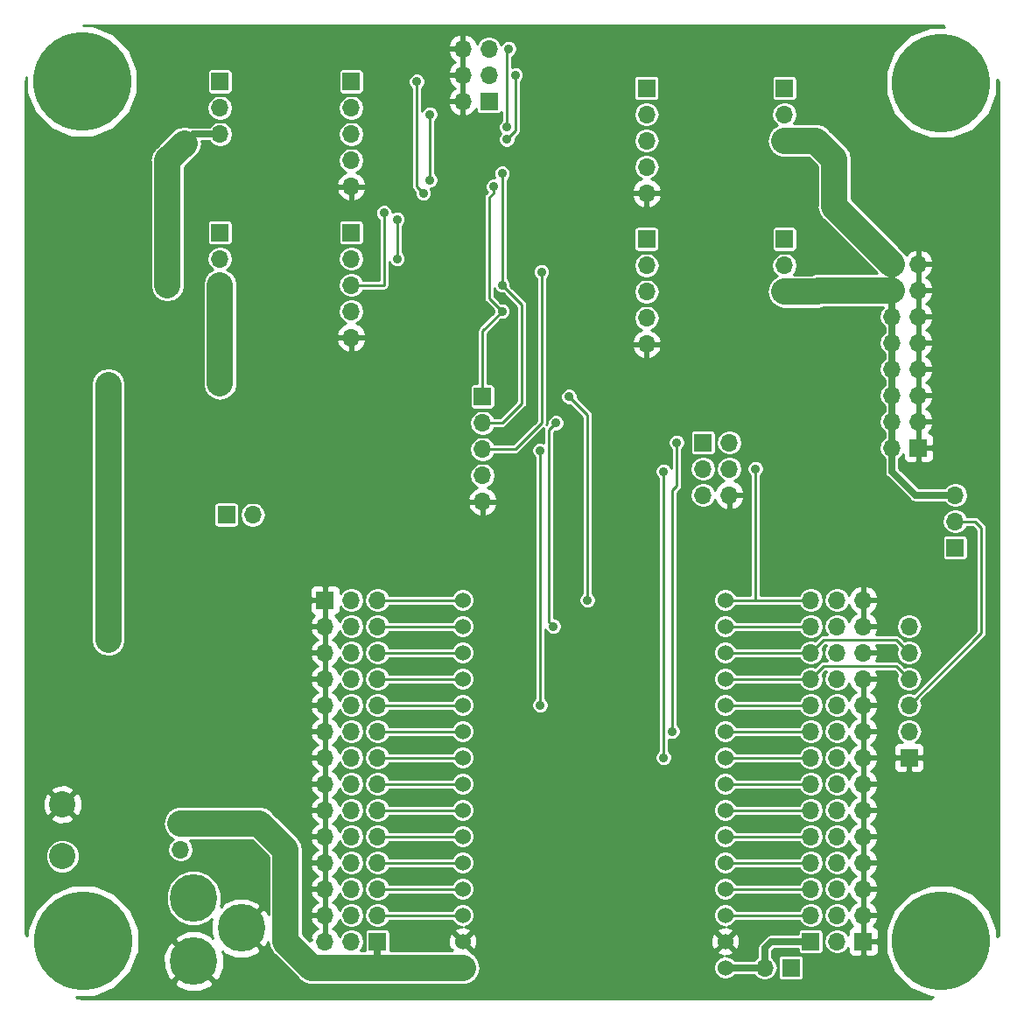
<source format=gbr>
G04 #@! TF.GenerationSoftware,KiCad,Pcbnew,(5.0.2)-1*
G04 #@! TF.CreationDate,2019-03-17T15:07:46-04:00*
G04 #@! TF.ProjectId,ESP32-Hub,45535033-322d-4487-9562-2e6b69636164,2*
G04 #@! TF.SameCoordinates,Original*
G04 #@! TF.FileFunction,Copper,L2,Bot*
G04 #@! TF.FilePolarity,Positive*
%FSLAX46Y46*%
G04 Gerber Fmt 4.6, Leading zero omitted, Abs format (unit mm)*
G04 Created by KiCad (PCBNEW (5.0.2)-1) date 3/17/2019 3:07:46 PM*
%MOMM*%
%LPD*%
G01*
G04 APERTURE LIST*
G04 #@! TA.AperFunction,ComponentPad*
%ADD10C,4.600000*%
G04 #@! TD*
G04 #@! TA.AperFunction,ComponentPad*
%ADD11O,1.700000X1.700000*%
G04 #@! TD*
G04 #@! TA.AperFunction,ComponentPad*
%ADD12R,1.700000X1.700000*%
G04 #@! TD*
G04 #@! TA.AperFunction,ComponentPad*
%ADD13C,2.540000*%
G04 #@! TD*
G04 #@! TA.AperFunction,ComponentPad*
%ADD14C,9.525000*%
G04 #@! TD*
G04 #@! TA.AperFunction,ComponentPad*
%ADD15C,1.524000*%
G04 #@! TD*
G04 #@! TA.AperFunction,ViaPad*
%ADD16C,0.889000*%
G04 #@! TD*
G04 #@! TA.AperFunction,Conductor*
%ADD17C,0.635000*%
G04 #@! TD*
G04 #@! TA.AperFunction,Conductor*
%ADD18C,2.540000*%
G04 #@! TD*
G04 #@! TA.AperFunction,Conductor*
%ADD19C,0.254000*%
G04 #@! TD*
G04 APERTURE END LIST*
D10*
G04 #@! TO.P,J1,2*
G04 #@! TO.N,GND*
X26670000Y-100965000D03*
G04 #@! TO.P,J1,1*
G04 #@! TO.N,/DCIN*
X26670000Y-94865000D03*
G04 #@! TO.P,J1,3*
G04 #@! TO.N,GND*
X31270000Y-97765000D03*
G04 #@! TD*
D11*
G04 #@! TO.P,P1,16*
G04 #@! TO.N,+5V*
X94234000Y-33528000D03*
G04 #@! TO.P,P1,15*
G04 #@! TO.N,GND*
X96774000Y-33528000D03*
G04 #@! TO.P,P1,14*
G04 #@! TO.N,+5V*
X94234000Y-36068000D03*
G04 #@! TO.P,P1,13*
G04 #@! TO.N,GND*
X96774000Y-36068000D03*
G04 #@! TO.P,P1,12*
G04 #@! TO.N,+5V*
X94234000Y-38608000D03*
G04 #@! TO.P,P1,11*
G04 #@! TO.N,GND*
X96774000Y-38608000D03*
G04 #@! TO.P,P1,10*
G04 #@! TO.N,+5V*
X94234000Y-41148000D03*
G04 #@! TO.P,P1,9*
G04 #@! TO.N,GND*
X96774000Y-41148000D03*
G04 #@! TO.P,P1,8*
G04 #@! TO.N,+5V*
X94234000Y-43688000D03*
G04 #@! TO.P,P1,7*
G04 #@! TO.N,GND*
X96774000Y-43688000D03*
G04 #@! TO.P,P1,6*
G04 #@! TO.N,+5V*
X94234000Y-46228000D03*
G04 #@! TO.P,P1,5*
G04 #@! TO.N,GND*
X96774000Y-46228000D03*
G04 #@! TO.P,P1,4*
G04 #@! TO.N,+5V*
X94234000Y-48768000D03*
G04 #@! TO.P,P1,3*
G04 #@! TO.N,GND*
X96774000Y-48768000D03*
G04 #@! TO.P,P1,2*
G04 #@! TO.N,+5V*
X94234000Y-51308000D03*
D12*
G04 #@! TO.P,P1,1*
G04 #@! TO.N,GND*
X96774000Y-51308000D03*
G04 #@! TD*
D11*
G04 #@! TO.P,P8,6*
G04 #@! TO.N,GND*
X78486000Y-55880000D03*
G04 #@! TO.P,P8,5*
G04 #@! TO.N,N/C*
X75946000Y-55880000D03*
G04 #@! TO.P,P8,4*
G04 #@! TO.N,/GP23*
X78486000Y-53340000D03*
G04 #@! TO.P,P8,3*
G04 #@! TO.N,/GP18*
X75946000Y-53340000D03*
G04 #@! TO.P,P8,2*
G04 #@! TO.N,+3V3*
X78486000Y-50800000D03*
D12*
G04 #@! TO.P,P8,1*
G04 #@! TO.N,/GP19*
X75946000Y-50800000D03*
G04 #@! TD*
G04 #@! TO.P,H1,1*
G04 #@! TO.N,/VO3*
X29845000Y-57785000D03*
D11*
G04 #@! TO.P,H1,2*
G04 #@! TO.N,+3V3*
X32385000Y-57785000D03*
G04 #@! TD*
G04 #@! TO.P,H7,2*
G04 #@! TO.N,Net-(H7-Pad2)*
X81915000Y-101600000D03*
D12*
G04 #@! TO.P,H7,1*
G04 #@! TO.N,+3V3*
X84455000Y-101600000D03*
G04 #@! TD*
D11*
G04 #@! TO.P,J2,6*
G04 #@! TO.N,N/C*
X95885000Y-68580000D03*
G04 #@! TO.P,J2,5*
G04 #@! TO.N,/TX0*
X95885000Y-71120000D03*
G04 #@! TO.P,J2,4*
G04 #@! TO.N,/RX0*
X95885000Y-73660000D03*
G04 #@! TO.P,J2,3*
G04 #@! TO.N,Net-(J16-Pad2)*
X95885000Y-76200000D03*
G04 #@! TO.P,J2,2*
G04 #@! TO.N,N/C*
X95885000Y-78740000D03*
D12*
G04 #@! TO.P,J2,1*
G04 #@! TO.N,GND*
X95885000Y-81280000D03*
G04 #@! TD*
D13*
G04 #@! TO.P,J15,2*
G04 #@! TO.N,GND*
X13970000Y-85805000D03*
G04 #@! TO.P,J15,1*
G04 #@! TO.N,+5V*
X13970000Y-90805000D03*
G04 #@! TD*
D11*
G04 #@! TO.P,J16,3*
G04 #@! TO.N,+5V*
X100330000Y-55880000D03*
G04 #@! TO.P,J16,2*
G04 #@! TO.N,Net-(J16-Pad2)*
X100330000Y-58420000D03*
D12*
G04 #@! TO.P,J16,1*
G04 #@! TO.N,+3V3*
X100330000Y-60960000D03*
G04 #@! TD*
D14*
G04 #@! TO.P,MTG1,1*
G04 #@! TO.N,N/C*
X15875000Y-15875000D03*
G04 #@! TD*
G04 #@! TO.P,MTG2,1*
G04 #@! TO.N,N/C*
X99000000Y-99000000D03*
G04 #@! TD*
G04 #@! TO.P,MTG3,1*
G04 #@! TO.N,N/C*
X16000000Y-99000000D03*
G04 #@! TD*
G04 #@! TO.P,MTG?1,1*
G04 #@! TO.N,N/C*
X99000000Y-16000000D03*
G04 #@! TD*
D15*
G04 #@! TO.P,U1,1*
G04 #@! TO.N,Net-(H7-Pad2)*
X78105000Y-101600000D03*
G04 #@! TO.P,U1,2*
G04 #@! TO.N,GND*
X78105000Y-99060000D03*
G04 #@! TO.P,U1,3*
G04 #@! TO.N,/GP15*
X78105000Y-96520000D03*
G04 #@! TO.P,U1,4*
G04 #@! TO.N,/GP2*
X78105000Y-93980000D03*
G04 #@! TO.P,U1,5*
G04 #@! TO.N,/GP4*
X78105000Y-91440000D03*
G04 #@! TO.P,U1,6*
G04 #@! TO.N,/RX1*
X78105000Y-88900000D03*
G04 #@! TO.P,U1,7*
G04 #@! TO.N,/TX2*
X78105000Y-86360000D03*
G04 #@! TO.P,U1,8*
G04 #@! TO.N,/GP5*
X78105000Y-83820000D03*
G04 #@! TO.P,U1,9*
G04 #@! TO.N,/GP18*
X78105000Y-81280000D03*
G04 #@! TO.P,U1,10*
G04 #@! TO.N,/GP19*
X78105000Y-78740000D03*
G04 #@! TO.P,U1,11*
G04 #@! TO.N,/STM_SDA*
X78105000Y-76200000D03*
G04 #@! TO.P,U1,12*
G04 #@! TO.N,/RX0*
X78105000Y-73660000D03*
G04 #@! TO.P,U1,13*
G04 #@! TO.N,/TX0*
X78105000Y-71120000D03*
G04 #@! TO.P,U1,14*
G04 #@! TO.N,/STM_SCL*
X78105000Y-68580000D03*
G04 #@! TO.P,U1,15*
G04 #@! TO.N,/GP23*
X78105000Y-66040000D03*
G04 #@! TO.P,U1,16*
G04 #@! TO.N,/EN*
X52705000Y-66040000D03*
G04 #@! TO.P,U1,17*
G04 #@! TO.N,/VP*
X52705000Y-68580000D03*
G04 #@! TO.P,U1,18*
G04 #@! TO.N,/VN*
X52705000Y-71120000D03*
G04 #@! TO.P,U1,19*
G04 #@! TO.N,/GP34*
X52705000Y-73660000D03*
G04 #@! TO.P,U1,20*
G04 #@! TO.N,/GP35*
X52705000Y-76200000D03*
G04 #@! TO.P,U1,21*
G04 #@! TO.N,/GP32*
X52705000Y-78740000D03*
G04 #@! TO.P,U1,22*
G04 #@! TO.N,/GP33*
X52705000Y-81280000D03*
G04 #@! TO.P,U1,23*
G04 #@! TO.N,/GP25*
X52705000Y-83820000D03*
G04 #@! TO.P,U1,24*
G04 #@! TO.N,/GP26*
X52705000Y-86360000D03*
G04 #@! TO.P,U1,25*
G04 #@! TO.N,/GP27*
X52705000Y-88900000D03*
G04 #@! TO.P,U1,26*
G04 #@! TO.N,/GP14*
X52705000Y-91440000D03*
G04 #@! TO.P,U1,27*
G04 #@! TO.N,/GP12*
X52705000Y-93980000D03*
G04 #@! TO.P,U1,28*
G04 #@! TO.N,/GP13*
X52705000Y-96520000D03*
G04 #@! TO.P,U1,29*
G04 #@! TO.N,GND*
X52705000Y-99060000D03*
G04 #@! TO.P,U1,30*
G04 #@! TO.N,+5V*
X52705000Y-101600000D03*
G04 #@! TD*
D11*
G04 #@! TO.P,P2,28*
G04 #@! TO.N,+3V3*
X41910000Y-99060000D03*
G04 #@! TO.P,P2,27*
G04 #@! TO.N,GND*
X39370000Y-99060000D03*
G04 #@! TO.P,P2,26*
G04 #@! TO.N,+3V3*
X41910000Y-96520000D03*
G04 #@! TO.P,P2,25*
G04 #@! TO.N,GND*
X39370000Y-96520000D03*
G04 #@! TO.P,P2,24*
G04 #@! TO.N,+3V3*
X41910000Y-93980000D03*
G04 #@! TO.P,P2,23*
G04 #@! TO.N,GND*
X39370000Y-93980000D03*
G04 #@! TO.P,P2,22*
G04 #@! TO.N,+3V3*
X41910000Y-91440000D03*
G04 #@! TO.P,P2,21*
G04 #@! TO.N,GND*
X39370000Y-91440000D03*
G04 #@! TO.P,P2,20*
G04 #@! TO.N,+3V3*
X41910000Y-88900000D03*
G04 #@! TO.P,P2,19*
G04 #@! TO.N,GND*
X39370000Y-88900000D03*
G04 #@! TO.P,P2,18*
G04 #@! TO.N,+3V3*
X41910000Y-86360000D03*
G04 #@! TO.P,P2,17*
G04 #@! TO.N,GND*
X39370000Y-86360000D03*
G04 #@! TO.P,P2,16*
G04 #@! TO.N,+3V3*
X41910000Y-83820000D03*
G04 #@! TO.P,P2,15*
G04 #@! TO.N,GND*
X39370000Y-83820000D03*
G04 #@! TO.P,P2,14*
G04 #@! TO.N,+3V3*
X41910000Y-81280000D03*
G04 #@! TO.P,P2,13*
G04 #@! TO.N,GND*
X39370000Y-81280000D03*
G04 #@! TO.P,P2,12*
G04 #@! TO.N,+3V3*
X41910000Y-78740000D03*
G04 #@! TO.P,P2,11*
G04 #@! TO.N,GND*
X39370000Y-78740000D03*
G04 #@! TO.P,P2,10*
G04 #@! TO.N,+3V3*
X41910000Y-76200000D03*
G04 #@! TO.P,P2,9*
G04 #@! TO.N,GND*
X39370000Y-76200000D03*
G04 #@! TO.P,P2,8*
G04 #@! TO.N,+3V3*
X41910000Y-73660000D03*
G04 #@! TO.P,P2,7*
G04 #@! TO.N,GND*
X39370000Y-73660000D03*
G04 #@! TO.P,P2,6*
G04 #@! TO.N,+3V3*
X41910000Y-71120000D03*
G04 #@! TO.P,P2,5*
G04 #@! TO.N,GND*
X39370000Y-71120000D03*
G04 #@! TO.P,P2,4*
G04 #@! TO.N,+3V3*
X41910000Y-68580000D03*
G04 #@! TO.P,P2,3*
G04 #@! TO.N,GND*
X39370000Y-68580000D03*
G04 #@! TO.P,P2,2*
G04 #@! TO.N,+3V3*
X41910000Y-66040000D03*
D12*
G04 #@! TO.P,P2,1*
G04 #@! TO.N,GND*
X39370000Y-66040000D03*
G04 #@! TD*
D11*
G04 #@! TO.P,P11,28*
G04 #@! TO.N,+3V3*
X88900000Y-66040000D03*
G04 #@! TO.P,P11,27*
G04 #@! TO.N,GND*
X91440000Y-66040000D03*
G04 #@! TO.P,P11,26*
G04 #@! TO.N,+3V3*
X88900000Y-68580000D03*
G04 #@! TO.P,P11,25*
G04 #@! TO.N,GND*
X91440000Y-68580000D03*
G04 #@! TO.P,P11,24*
G04 #@! TO.N,+3V3*
X88900000Y-71120000D03*
G04 #@! TO.P,P11,23*
G04 #@! TO.N,GND*
X91440000Y-71120000D03*
G04 #@! TO.P,P11,22*
G04 #@! TO.N,+3V3*
X88900000Y-73660000D03*
G04 #@! TO.P,P11,21*
G04 #@! TO.N,GND*
X91440000Y-73660000D03*
G04 #@! TO.P,P11,20*
G04 #@! TO.N,+3V3*
X88900000Y-76200000D03*
G04 #@! TO.P,P11,19*
G04 #@! TO.N,GND*
X91440000Y-76200000D03*
G04 #@! TO.P,P11,18*
G04 #@! TO.N,+3V3*
X88900000Y-78740000D03*
G04 #@! TO.P,P11,17*
G04 #@! TO.N,GND*
X91440000Y-78740000D03*
G04 #@! TO.P,P11,16*
G04 #@! TO.N,+3V3*
X88900000Y-81280000D03*
G04 #@! TO.P,P11,15*
G04 #@! TO.N,GND*
X91440000Y-81280000D03*
G04 #@! TO.P,P11,14*
G04 #@! TO.N,+3V3*
X88900000Y-83820000D03*
G04 #@! TO.P,P11,13*
G04 #@! TO.N,GND*
X91440000Y-83820000D03*
G04 #@! TO.P,P11,12*
G04 #@! TO.N,+3V3*
X88900000Y-86360000D03*
G04 #@! TO.P,P11,11*
G04 #@! TO.N,GND*
X91440000Y-86360000D03*
G04 #@! TO.P,P11,10*
G04 #@! TO.N,+3V3*
X88900000Y-88900000D03*
G04 #@! TO.P,P11,9*
G04 #@! TO.N,GND*
X91440000Y-88900000D03*
G04 #@! TO.P,P11,8*
G04 #@! TO.N,+3V3*
X88900000Y-91440000D03*
G04 #@! TO.P,P11,7*
G04 #@! TO.N,GND*
X91440000Y-91440000D03*
G04 #@! TO.P,P11,6*
G04 #@! TO.N,+3V3*
X88900000Y-93980000D03*
G04 #@! TO.P,P11,5*
G04 #@! TO.N,GND*
X91440000Y-93980000D03*
G04 #@! TO.P,P11,4*
G04 #@! TO.N,+3V3*
X88900000Y-96520000D03*
G04 #@! TO.P,P11,3*
G04 #@! TO.N,GND*
X91440000Y-96520000D03*
G04 #@! TO.P,P11,2*
G04 #@! TO.N,+3V3*
X88900000Y-99060000D03*
D12*
G04 #@! TO.P,P11,1*
G04 #@! TO.N,GND*
X91440000Y-99060000D03*
G04 #@! TD*
G04 #@! TO.P,P12,1*
G04 #@! TO.N,Net-(H7-Pad2)*
X86360000Y-99060000D03*
D11*
G04 #@! TO.P,P12,2*
G04 #@! TO.N,/GP15*
X86360000Y-96520000D03*
G04 #@! TO.P,P12,3*
G04 #@! TO.N,/GP2*
X86360000Y-93980000D03*
G04 #@! TO.P,P12,4*
G04 #@! TO.N,/GP4*
X86360000Y-91440000D03*
G04 #@! TO.P,P12,5*
G04 #@! TO.N,/RX1*
X86360000Y-88900000D03*
G04 #@! TO.P,P12,6*
G04 #@! TO.N,/TX2*
X86360000Y-86360000D03*
G04 #@! TO.P,P12,7*
G04 #@! TO.N,/GP5*
X86360000Y-83820000D03*
G04 #@! TO.P,P12,8*
G04 #@! TO.N,/GP18*
X86360000Y-81280000D03*
G04 #@! TO.P,P12,9*
G04 #@! TO.N,/GP19*
X86360000Y-78740000D03*
G04 #@! TO.P,P12,10*
G04 #@! TO.N,/STM_SDA*
X86360000Y-76200000D03*
G04 #@! TO.P,P12,11*
G04 #@! TO.N,/RX0*
X86360000Y-73660000D03*
G04 #@! TO.P,P12,12*
G04 #@! TO.N,/TX0*
X86360000Y-71120000D03*
G04 #@! TO.P,P12,13*
G04 #@! TO.N,/STM_SCL*
X86360000Y-68580000D03*
G04 #@! TO.P,P12,14*
G04 #@! TO.N,/GP23*
X86360000Y-66040000D03*
G04 #@! TD*
G04 #@! TO.P,P13,14*
G04 #@! TO.N,/EN*
X44450000Y-66040000D03*
G04 #@! TO.P,P13,13*
G04 #@! TO.N,/VP*
X44450000Y-68580000D03*
G04 #@! TO.P,P13,12*
G04 #@! TO.N,/VN*
X44450000Y-71120000D03*
G04 #@! TO.P,P13,11*
G04 #@! TO.N,/GP34*
X44450000Y-73660000D03*
G04 #@! TO.P,P13,10*
G04 #@! TO.N,/GP35*
X44450000Y-76200000D03*
G04 #@! TO.P,P13,9*
G04 #@! TO.N,/GP32*
X44450000Y-78740000D03*
G04 #@! TO.P,P13,8*
G04 #@! TO.N,/GP33*
X44450000Y-81280000D03*
G04 #@! TO.P,P13,7*
G04 #@! TO.N,/GP25*
X44450000Y-83820000D03*
G04 #@! TO.P,P13,6*
G04 #@! TO.N,/GP26*
X44450000Y-86360000D03*
G04 #@! TO.P,P13,5*
G04 #@! TO.N,/GP27*
X44450000Y-88900000D03*
G04 #@! TO.P,P13,4*
G04 #@! TO.N,/GP14*
X44450000Y-91440000D03*
G04 #@! TO.P,P13,3*
G04 #@! TO.N,/GP12*
X44450000Y-93980000D03*
G04 #@! TO.P,P13,2*
G04 #@! TO.N,/GP13*
X44450000Y-96520000D03*
D12*
G04 #@! TO.P,P13,1*
G04 #@! TO.N,+5V*
X44450000Y-99060000D03*
G04 #@! TD*
D11*
G04 #@! TO.P,J9,5*
G04 #@! TO.N,GND*
X41910000Y-26035000D03*
G04 #@! TO.P,J9,4*
G04 #@! TO.N,Net-(J4-Pad2)*
X41910000Y-23495000D03*
G04 #@! TO.P,J9,3*
G04 #@! TO.N,/SD0*
X41910000Y-20955000D03*
G04 #@! TO.P,J9,2*
G04 #@! TO.N,/SC0*
X41910000Y-18415000D03*
D12*
G04 #@! TO.P,J9,1*
G04 #@! TO.N,/INT0*
X41910000Y-15875000D03*
G04 #@! TD*
G04 #@! TO.P,J10,1*
G04 #@! TO.N,/INT1*
X41910000Y-30480000D03*
D11*
G04 #@! TO.P,J10,2*
G04 #@! TO.N,/SC1*
X41910000Y-33020000D03*
G04 #@! TO.P,J10,3*
G04 #@! TO.N,/SD1*
X41910000Y-35560000D03*
G04 #@! TO.P,J10,4*
G04 #@! TO.N,Net-(J10-Pad4)*
X41910000Y-38100000D03*
G04 #@! TO.P,J10,5*
G04 #@! TO.N,GND*
X41910000Y-40640000D03*
G04 #@! TD*
G04 #@! TO.P,J11,5*
G04 #@! TO.N,GND*
X70485000Y-26670000D03*
G04 #@! TO.P,J11,4*
G04 #@! TO.N,Net-(J11-Pad4)*
X70485000Y-24130000D03*
G04 #@! TO.P,J11,3*
G04 #@! TO.N,/SD3*
X70485000Y-21590000D03*
G04 #@! TO.P,J11,2*
G04 #@! TO.N,/SC3*
X70485000Y-19050000D03*
D12*
G04 #@! TO.P,J11,1*
G04 #@! TO.N,/INT3*
X70485000Y-16510000D03*
G04 #@! TD*
G04 #@! TO.P,J12,1*
G04 #@! TO.N,/INT2*
X70485000Y-31115000D03*
D11*
G04 #@! TO.P,J12,2*
G04 #@! TO.N,/SC2*
X70485000Y-33655000D03*
G04 #@! TO.P,J12,3*
G04 #@! TO.N,/SD2*
X70485000Y-36195000D03*
G04 #@! TO.P,J12,4*
G04 #@! TO.N,Net-(J12-Pad4)*
X70485000Y-38735000D03*
G04 #@! TO.P,J12,5*
G04 #@! TO.N,GND*
X70485000Y-41275000D03*
G04 #@! TD*
G04 #@! TO.P,J3,6*
G04 #@! TO.N,GND*
X52705000Y-12700000D03*
G04 #@! TO.P,J3,5*
G04 #@! TO.N,/A0*
X55245000Y-12700000D03*
G04 #@! TO.P,J3,4*
G04 #@! TO.N,GND*
X52705000Y-15240000D03*
G04 #@! TO.P,J3,3*
G04 #@! TO.N,/A1*
X55245000Y-15240000D03*
G04 #@! TO.P,J3,2*
G04 #@! TO.N,GND*
X52705000Y-17780000D03*
D12*
G04 #@! TO.P,J3,1*
G04 #@! TO.N,/A2*
X55245000Y-17780000D03*
G04 #@! TD*
D11*
G04 #@! TO.P,J5,3*
G04 #@! TO.N,+5V*
X29210000Y-35560000D03*
G04 #@! TO.P,J5,2*
G04 #@! TO.N,Net-(J10-Pad4)*
X29210000Y-33020000D03*
D12*
G04 #@! TO.P,J5,1*
G04 #@! TO.N,+3V3*
X29210000Y-30480000D03*
G04 #@! TD*
G04 #@! TO.P,J6,1*
G04 #@! TO.N,+3V3*
X83820000Y-31115000D03*
D11*
G04 #@! TO.P,J6,2*
G04 #@! TO.N,Net-(J12-Pad4)*
X83820000Y-33655000D03*
G04 #@! TO.P,J6,3*
G04 #@! TO.N,+5V*
X83820000Y-36195000D03*
G04 #@! TD*
G04 #@! TO.P,J8,3*
G04 #@! TO.N,+5V*
X83820000Y-21590000D03*
G04 #@! TO.P,J8,2*
G04 #@! TO.N,Net-(J11-Pad4)*
X83820000Y-19050000D03*
D12*
G04 #@! TO.P,J8,1*
G04 #@! TO.N,+3V3*
X83820000Y-16510000D03*
G04 #@! TD*
D11*
G04 #@! TO.P,H2,2*
G04 #@! TO.N,/DCIN*
X25400000Y-90170000D03*
D12*
G04 #@! TO.P,H2,1*
G04 #@! TO.N,+5V*
X25400000Y-87630000D03*
G04 #@! TD*
D11*
G04 #@! TO.P,J4,3*
G04 #@! TO.N,+5V*
X29210000Y-20955000D03*
G04 #@! TO.P,J4,2*
G04 #@! TO.N,Net-(J4-Pad2)*
X29210000Y-18415000D03*
D12*
G04 #@! TO.P,J4,1*
G04 #@! TO.N,+3V3*
X29210000Y-15875000D03*
G04 #@! TD*
D11*
G04 #@! TO.P,J7,5*
G04 #@! TO.N,GND*
X54610000Y-56515000D03*
G04 #@! TO.P,J7,4*
G04 #@! TO.N,+3V3*
X54610000Y-53975000D03*
G04 #@! TO.P,J7,3*
G04 #@! TO.N,/STM_SDA*
X54610000Y-51435000D03*
G04 #@! TO.P,J7,2*
G04 #@! TO.N,/STM_SCL*
X54610000Y-48895000D03*
D12*
G04 #@! TO.P,J7,1*
G04 #@! TO.N,/GP23*
X54610000Y-46355000D03*
G04 #@! TD*
D16*
G04 #@! TO.N,+5V*
X18415000Y-69850000D03*
X24130000Y-35560000D03*
X29210000Y-45085000D03*
X18415000Y-45212000D03*
G04 #@! TO.N,GND*
X21590000Y-80264000D03*
X62230000Y-60960000D03*
X13335000Y-81915000D03*
X59055000Y-21590000D03*
X53340000Y-30480000D03*
X87630000Y-55245000D03*
G04 #@! TO.N,/STM_SDA*
X60325000Y-34290000D03*
X60198000Y-76200000D03*
X60198000Y-51562000D03*
G04 #@! TO.N,/STM_SCL*
X56515000Y-35560000D03*
X56515000Y-24765000D03*
X61468000Y-68580000D03*
X61722000Y-48895000D03*
G04 #@! TO.N,/A1*
X56959500Y-21465000D03*
X57785000Y-15240000D03*
G04 #@! TO.N,/A0*
X56948283Y-20308783D03*
X57150000Y-12700000D03*
G04 #@! TO.N,/GP19*
X72961500Y-78740000D03*
X73406000Y-50800000D03*
G04 #@! TO.N,/GP18*
X72136000Y-81280000D03*
X72136000Y-53594000D03*
G04 #@! TO.N,/INT0*
X48895000Y-26670000D03*
X48260000Y-15875000D03*
G04 #@! TO.N,/SC0*
X49530000Y-19050000D03*
X49530000Y-25400000D03*
G04 #@! TO.N,/SC1*
X46355000Y-29210000D03*
X46355000Y-33020000D03*
G04 #@! TO.N,/SD1*
X45085000Y-28575000D03*
G04 #@! TO.N,/GP23*
X55689500Y-26035000D03*
X56515000Y-38100000D03*
X64770000Y-66040000D03*
X62992000Y-46355000D03*
X81026000Y-53340000D03*
G04 #@! TD*
D17*
G04 #@! TO.N,+5V*
X26670000Y-20955000D02*
X29210000Y-20955000D01*
X100330000Y-55880000D02*
X96520000Y-55880000D01*
X94234000Y-53594000D02*
X94234000Y-51308000D01*
X96520000Y-55880000D02*
X94234000Y-53594000D01*
X94234000Y-51308000D02*
X94234000Y-48768000D01*
X94234000Y-48768000D02*
X94234000Y-46228000D01*
X94234000Y-46228000D02*
X94234000Y-43688000D01*
X94234000Y-43688000D02*
X94234000Y-41148000D01*
X94234000Y-41148000D02*
X94234000Y-38608000D01*
X94234000Y-38608000D02*
X94234000Y-36068000D01*
X94234000Y-33528000D02*
X94234000Y-36068000D01*
X44450000Y-99060000D02*
X44450000Y-101600000D01*
X52705000Y-101600000D02*
X44450000Y-101600000D01*
X44450000Y-101600000D02*
X38100000Y-101600000D01*
D18*
X29210000Y-35560000D02*
X29210000Y-45085000D01*
X18415000Y-69850000D02*
X18415000Y-45212000D01*
X24130000Y-23495000D02*
X25781000Y-21844000D01*
X24130000Y-35560000D02*
X24130000Y-23495000D01*
D17*
X25781000Y-21844000D02*
X26670000Y-20955000D01*
D18*
X88646000Y-27940000D02*
X94234000Y-33528000D01*
X88646000Y-23368000D02*
X88646000Y-27940000D01*
X83820000Y-21590000D02*
X86868000Y-21590000D01*
X86868000Y-21590000D02*
X88646000Y-23368000D01*
X94234000Y-36068000D02*
X87122000Y-36068000D01*
D17*
X87122000Y-36068000D02*
X86995000Y-36195000D01*
D18*
X83820000Y-36195000D02*
X86995000Y-36195000D01*
X52705000Y-101600000D02*
X38100000Y-101600000D01*
X35560000Y-99060000D02*
X38100000Y-101600000D01*
X35560000Y-90170000D02*
X35560000Y-99060000D01*
X25400000Y-87630000D02*
X33020000Y-87630000D01*
X33020000Y-87630000D02*
X35560000Y-90170000D01*
D19*
G04 #@! TO.N,/STM_SDA*
X78105000Y-76200000D02*
X86360000Y-76200000D01*
X54610000Y-51435000D02*
X57785000Y-51435000D01*
X57785000Y-51435000D02*
X60325000Y-48895000D01*
X60325000Y-48895000D02*
X60325000Y-34290000D01*
X60198000Y-76200000D02*
X60198000Y-51562000D01*
G04 #@! TO.N,/STM_SCL*
X56515000Y-35560000D02*
X56515000Y-24765000D01*
X54610000Y-48895000D02*
X56515000Y-48895000D01*
X56515000Y-48895000D02*
X58420000Y-46990000D01*
X58420000Y-37465000D02*
X56515000Y-35560000D01*
X58420000Y-46990000D02*
X58420000Y-37465000D01*
X78105000Y-68580000D02*
X86360000Y-68580000D01*
X61023501Y-49593499D02*
X61722000Y-48895000D01*
X61023501Y-68135501D02*
X61023501Y-49593499D01*
X61468000Y-68580000D02*
X61023501Y-68135501D01*
G04 #@! TO.N,/A1*
X56959500Y-21465000D02*
X57785000Y-20639500D01*
X57785000Y-20639500D02*
X57785000Y-15240000D01*
G04 #@! TO.N,/A0*
X56948283Y-12901717D02*
X57150000Y-12700000D01*
X56948283Y-20308783D02*
X56948283Y-12901717D01*
D17*
G04 #@! TO.N,Net-(H7-Pad2)*
X78105000Y-101600000D02*
X81915000Y-101600000D01*
X86360000Y-99060000D02*
X82550000Y-99060000D01*
X81915000Y-99695000D02*
X81915000Y-101600000D01*
X82550000Y-99060000D02*
X81915000Y-99695000D01*
D19*
G04 #@! TO.N,Net-(J16-Pad2)*
X95885000Y-76200000D02*
X102870000Y-69215000D01*
X102870000Y-69215000D02*
X102870000Y-59055000D01*
X102235000Y-58420000D02*
X100330000Y-58420000D01*
X102870000Y-59055000D02*
X102235000Y-58420000D01*
G04 #@! TO.N,/GP13*
X52705000Y-96520000D02*
X44450000Y-96520000D01*
G04 #@! TO.N,/GP12*
X44450000Y-93980000D02*
X52705000Y-93980000D01*
G04 #@! TO.N,/GP14*
X52705000Y-91440000D02*
X44450000Y-91440000D01*
G04 #@! TO.N,/GP26*
X52705000Y-86360000D02*
X44450000Y-86360000D01*
G04 #@! TO.N,/GP25*
X44450000Y-83820000D02*
X52705000Y-83820000D01*
G04 #@! TO.N,/GP33*
X52705000Y-81280000D02*
X44450000Y-81280000D01*
G04 #@! TO.N,/GP32*
X44450000Y-78740000D02*
X52705000Y-78740000D01*
G04 #@! TO.N,/GP35*
X52705000Y-76200000D02*
X44450000Y-76200000D01*
G04 #@! TO.N,/GP34*
X44450000Y-73660000D02*
X52705000Y-73660000D01*
G04 #@! TO.N,/TX0*
X78105000Y-71120000D02*
X86360000Y-71120000D01*
X95035001Y-70270001D02*
X95885000Y-71120000D01*
X94653999Y-69888999D02*
X95035001Y-70270001D01*
X87591001Y-69888999D02*
X94653999Y-69888999D01*
X86360000Y-71120000D02*
X87591001Y-69888999D01*
G04 #@! TO.N,/RX0*
X78105000Y-73660000D02*
X86360000Y-73660000D01*
X95035001Y-72810001D02*
X95885000Y-73660000D01*
X94653999Y-72428999D02*
X95035001Y-72810001D01*
X87591001Y-72428999D02*
X94653999Y-72428999D01*
X86360000Y-73660000D02*
X87591001Y-72428999D01*
G04 #@! TO.N,/GP19*
X78105000Y-78740000D02*
X86360000Y-78740000D01*
X72961500Y-78740000D02*
X72961500Y-55435500D01*
X72961500Y-55435500D02*
X73406000Y-54991000D01*
X73406000Y-54991000D02*
X73406000Y-50800000D01*
G04 #@! TO.N,/GP18*
X78105000Y-81280000D02*
X86360000Y-81280000D01*
X72136000Y-81280000D02*
X72136000Y-57150000D01*
X72136000Y-57150000D02*
X72136000Y-53594000D01*
G04 #@! TO.N,/GP5*
X78105000Y-83820000D02*
X86360000Y-83820000D01*
G04 #@! TO.N,/TX2*
X78105000Y-86360000D02*
X86360000Y-86360000D01*
G04 #@! TO.N,/RX1*
X78105000Y-88900000D02*
X86360000Y-88900000D01*
G04 #@! TO.N,/GP4*
X78105000Y-91440000D02*
X86360000Y-91440000D01*
G04 #@! TO.N,/GP2*
X78105000Y-93980000D02*
X86360000Y-93980000D01*
G04 #@! TO.N,/GP15*
X78105000Y-96520000D02*
X86360000Y-96520000D01*
G04 #@! TO.N,/INT0*
X48895000Y-26670000D02*
X48260000Y-26035000D01*
X48260000Y-26035000D02*
X48260000Y-15875000D01*
G04 #@! TO.N,/SC0*
X49530000Y-19050000D02*
X49530000Y-25400000D01*
G04 #@! TO.N,/SC1*
X46355000Y-29210000D02*
X46355000Y-33020000D01*
G04 #@! TO.N,/SD1*
X45085000Y-28575000D02*
X45085000Y-35560000D01*
X45085000Y-35560000D02*
X41910000Y-35560000D01*
G04 #@! TO.N,/GP27*
X44450000Y-88900000D02*
X52705000Y-88900000D01*
G04 #@! TO.N,/EN*
X44450000Y-66040000D02*
X52705000Y-66040000D01*
G04 #@! TO.N,/VP*
X52705000Y-68580000D02*
X44450000Y-68580000D01*
G04 #@! TO.N,/VN*
X44450000Y-71120000D02*
X52705000Y-71120000D01*
G04 #@! TO.N,/GP23*
X55689500Y-26663617D02*
X55245000Y-27108117D01*
X55689500Y-26035000D02*
X55689500Y-26663617D01*
X55245000Y-27108117D02*
X55245000Y-36830000D01*
X55245000Y-36830000D02*
X56515000Y-38100000D01*
X54610000Y-40005000D02*
X56515000Y-38100000D01*
X54610000Y-46355000D02*
X54610000Y-40005000D01*
X64770000Y-48133000D02*
X62992000Y-46355000D01*
X64770000Y-66040000D02*
X64770000Y-48133000D01*
X81026000Y-53340000D02*
X81026000Y-66040000D01*
X78105000Y-66040000D02*
X81026000Y-66040000D01*
X81026000Y-66040000D02*
X86360000Y-66040000D01*
G04 #@! TD*
G04 #@! TO.N,GND*
G36*
X99166541Y-10446147D02*
X99322894Y-10602500D01*
X97926371Y-10602500D01*
X95942562Y-11424221D01*
X94424221Y-12942562D01*
X93602500Y-14926371D01*
X93602500Y-17073629D01*
X94424221Y-19057438D01*
X95942562Y-20575779D01*
X97926371Y-21397500D01*
X100073629Y-21397500D01*
X102057438Y-20575779D01*
X103575779Y-19057438D01*
X104397500Y-17073629D01*
X104397500Y-15677106D01*
X104561004Y-15840610D01*
X104569000Y-16010167D01*
X104569001Y-90775392D01*
X104521341Y-98496303D01*
X104397500Y-98611298D01*
X104397500Y-97926371D01*
X103575779Y-95942562D01*
X102057438Y-94424221D01*
X100073629Y-93602500D01*
X97926371Y-93602500D01*
X95942562Y-94424221D01*
X94424221Y-95942562D01*
X93602500Y-97926371D01*
X93602500Y-100073629D01*
X94424221Y-102057438D01*
X95942562Y-103575779D01*
X97926371Y-104397500D01*
X98166205Y-104397500D01*
X97981513Y-104569000D01*
X16017690Y-104569000D01*
X15400441Y-104518253D01*
X15303839Y-104397500D01*
X17073629Y-104397500D01*
X19057438Y-103575779D01*
X19576664Y-103056553D01*
X24758052Y-103056553D01*
X25015383Y-103458451D01*
X26095536Y-103901843D01*
X27263145Y-103898127D01*
X28324617Y-103458451D01*
X28581948Y-103056553D01*
X26670000Y-101144605D01*
X24758052Y-103056553D01*
X19576664Y-103056553D01*
X20575779Y-102057438D01*
X21266232Y-100390536D01*
X23733157Y-100390536D01*
X23736873Y-101558145D01*
X24176549Y-102619617D01*
X24578447Y-102876948D01*
X26490395Y-100965000D01*
X24578447Y-99053052D01*
X24176549Y-99310383D01*
X23733157Y-100390536D01*
X21266232Y-100390536D01*
X21397500Y-100073629D01*
X21397500Y-97926371D01*
X20575779Y-95942562D01*
X19057438Y-94424221D01*
X18834112Y-94331716D01*
X23989000Y-94331716D01*
X23989000Y-95398284D01*
X24397158Y-96383665D01*
X25151335Y-97137842D01*
X26136716Y-97546000D01*
X27203284Y-97546000D01*
X28188665Y-97137842D01*
X28470462Y-96856045D01*
X28333157Y-97190536D01*
X28336873Y-98358145D01*
X28492366Y-98733538D01*
X28324617Y-98471549D01*
X27244464Y-98028157D01*
X26076855Y-98031873D01*
X25015383Y-98471549D01*
X24758052Y-98873447D01*
X26670000Y-100785395D01*
X26684143Y-100771253D01*
X26863748Y-100950858D01*
X26849605Y-100965000D01*
X28761553Y-102876948D01*
X29163451Y-102619617D01*
X29606843Y-101539464D01*
X29603127Y-100371855D01*
X29447634Y-99996462D01*
X29615383Y-100258451D01*
X30695536Y-100701843D01*
X31863145Y-100698127D01*
X32924617Y-100258451D01*
X33181948Y-99856553D01*
X31270000Y-97944605D01*
X31255858Y-97958748D01*
X31076253Y-97779143D01*
X31090395Y-97765000D01*
X31076253Y-97750858D01*
X31255858Y-97571253D01*
X31270000Y-97585395D01*
X33181948Y-95673447D01*
X32924617Y-95271549D01*
X31844464Y-94828157D01*
X30676855Y-94831873D01*
X29615383Y-95271549D01*
X29358053Y-95673445D01*
X29272473Y-95587865D01*
X29351000Y-95398284D01*
X29351000Y-94331716D01*
X28942842Y-93346335D01*
X28188665Y-92592158D01*
X27203284Y-92184000D01*
X26136716Y-92184000D01*
X25151335Y-92592158D01*
X24397158Y-93346335D01*
X23989000Y-94331716D01*
X18834112Y-94331716D01*
X17073629Y-93602500D01*
X14926371Y-93602500D01*
X12942562Y-94424221D01*
X11424221Y-95942562D01*
X10602500Y-97926371D01*
X10602500Y-98520827D01*
X10431000Y-98306452D01*
X10431000Y-90476596D01*
X12319000Y-90476596D01*
X12319000Y-91133404D01*
X12570350Y-91740216D01*
X13034784Y-92204650D01*
X13641596Y-92456000D01*
X14298404Y-92456000D01*
X14905216Y-92204650D01*
X15369650Y-91740216D01*
X15621000Y-91133404D01*
X15621000Y-90476596D01*
X15369650Y-89869784D01*
X14905216Y-89405350D01*
X14298404Y-89154000D01*
X13641596Y-89154000D01*
X13034784Y-89405350D01*
X12570350Y-89869784D01*
X12319000Y-90476596D01*
X10431000Y-90476596D01*
X10431000Y-87152777D01*
X12801828Y-87152777D01*
X12933520Y-87447657D01*
X13641036Y-87719261D01*
X14398632Y-87699436D01*
X14566265Y-87630000D01*
X23716655Y-87630000D01*
X23844792Y-88274188D01*
X24209695Y-88820305D01*
X24706959Y-89152565D01*
X24512499Y-89282499D01*
X24240424Y-89689688D01*
X24144884Y-90170000D01*
X24240424Y-90650312D01*
X24512499Y-91057501D01*
X24919688Y-91329576D01*
X25278761Y-91401000D01*
X25521239Y-91401000D01*
X25880312Y-91329576D01*
X26287501Y-91057501D01*
X26559576Y-90650312D01*
X26655116Y-90170000D01*
X26559576Y-89689688D01*
X26287501Y-89282499D01*
X26285258Y-89281000D01*
X32336134Y-89281000D01*
X33909000Y-90853866D01*
X33909001Y-96461771D01*
X33763451Y-96110383D01*
X33361553Y-95853052D01*
X31449605Y-97765000D01*
X33361553Y-99676948D01*
X33763451Y-99419617D01*
X33887888Y-99116474D01*
X34004793Y-99704188D01*
X34193144Y-99986075D01*
X34369696Y-100250305D01*
X34507550Y-100342416D01*
X36817582Y-102652448D01*
X36909695Y-102790305D01*
X37455812Y-103155208D01*
X37937391Y-103251000D01*
X38099999Y-103283345D01*
X38262607Y-103251000D01*
X52867609Y-103251000D01*
X53349188Y-103155208D01*
X53895305Y-102790305D01*
X54260208Y-102244188D01*
X54388345Y-101600000D01*
X54343121Y-101372643D01*
X76962000Y-101372643D01*
X76962000Y-101827357D01*
X77136011Y-102247458D01*
X77457542Y-102568989D01*
X77877643Y-102743000D01*
X78332357Y-102743000D01*
X78752458Y-102568989D01*
X79022947Y-102298500D01*
X80901213Y-102298500D01*
X81027499Y-102487501D01*
X81434688Y-102759576D01*
X81793761Y-102831000D01*
X82036239Y-102831000D01*
X82395312Y-102759576D01*
X82802501Y-102487501D01*
X83074576Y-102080312D01*
X83170116Y-101600000D01*
X83074576Y-101119688D01*
X82827559Y-100750000D01*
X83216536Y-100750000D01*
X83216536Y-102450000D01*
X83246106Y-102598659D01*
X83330314Y-102724686D01*
X83456341Y-102808894D01*
X83605000Y-102838464D01*
X85305000Y-102838464D01*
X85453659Y-102808894D01*
X85579686Y-102724686D01*
X85663894Y-102598659D01*
X85693464Y-102450000D01*
X85693464Y-100750000D01*
X85663894Y-100601341D01*
X85579686Y-100475314D01*
X85453659Y-100391106D01*
X85305000Y-100361536D01*
X83605000Y-100361536D01*
X83456341Y-100391106D01*
X83330314Y-100475314D01*
X83246106Y-100601341D01*
X83216536Y-100750000D01*
X82827559Y-100750000D01*
X82802501Y-100712499D01*
X82613500Y-100586213D01*
X82613500Y-99984328D01*
X82839328Y-99758500D01*
X85121536Y-99758500D01*
X85121536Y-99910000D01*
X85151106Y-100058659D01*
X85235314Y-100184686D01*
X85361341Y-100268894D01*
X85510000Y-100298464D01*
X87210000Y-100298464D01*
X87358659Y-100268894D01*
X87484686Y-100184686D01*
X87568894Y-100058659D01*
X87598464Y-99910000D01*
X87598464Y-98210000D01*
X87568894Y-98061341D01*
X87484686Y-97935314D01*
X87358659Y-97851106D01*
X87210000Y-97821536D01*
X85510000Y-97821536D01*
X85361341Y-97851106D01*
X85235314Y-97935314D01*
X85151106Y-98061341D01*
X85121536Y-98210000D01*
X85121536Y-98361500D01*
X82618794Y-98361500D01*
X82550000Y-98347816D01*
X82277459Y-98402028D01*
X82104730Y-98517441D01*
X82104728Y-98517443D01*
X82046410Y-98556410D01*
X82007443Y-98614728D01*
X81469730Y-99152442D01*
X81411410Y-99191411D01*
X81257028Y-99422460D01*
X81216500Y-99626207D01*
X81216500Y-99626210D01*
X81202817Y-99695000D01*
X81216500Y-99763790D01*
X81216500Y-100586212D01*
X81027499Y-100712499D01*
X80901213Y-100901500D01*
X79022947Y-100901500D01*
X78752458Y-100631011D01*
X78332357Y-100457000D01*
X78139931Y-100457000D01*
X78452368Y-100441362D01*
X78836143Y-100282397D01*
X78905608Y-100040213D01*
X78105000Y-99239605D01*
X77304392Y-100040213D01*
X77373857Y-100282397D01*
X77870989Y-100459756D01*
X77457542Y-100631011D01*
X77136011Y-100952542D01*
X76962000Y-101372643D01*
X54343121Y-101372643D01*
X54260208Y-100955812D01*
X53895305Y-100409695D01*
X53479349Y-100131763D01*
X53505608Y-100040213D01*
X52705000Y-99239605D01*
X52690858Y-99253748D01*
X52511253Y-99074143D01*
X52525395Y-99060000D01*
X52884605Y-99060000D01*
X53685213Y-99860608D01*
X53927397Y-99791143D01*
X54114144Y-99267698D01*
X54093353Y-98852302D01*
X76695856Y-98852302D01*
X76723638Y-99407368D01*
X76882603Y-99791143D01*
X77124787Y-99860608D01*
X77925395Y-99060000D01*
X78284605Y-99060000D01*
X79085213Y-99860608D01*
X79327397Y-99791143D01*
X79514144Y-99267698D01*
X79486362Y-98712632D01*
X79327397Y-98328857D01*
X79085213Y-98259392D01*
X78284605Y-99060000D01*
X77925395Y-99060000D01*
X77124787Y-98259392D01*
X76882603Y-98328857D01*
X76695856Y-98852302D01*
X54093353Y-98852302D01*
X54086362Y-98712632D01*
X53927397Y-98328857D01*
X53685213Y-98259392D01*
X52884605Y-99060000D01*
X52525395Y-99060000D01*
X51724787Y-98259392D01*
X51482603Y-98328857D01*
X51295856Y-98852302D01*
X51323638Y-99407368D01*
X51482603Y-99791143D01*
X51724785Y-99860607D01*
X51636392Y-99949000D01*
X45680706Y-99949000D01*
X45688464Y-99910000D01*
X45688464Y-98210000D01*
X45658894Y-98061341D01*
X45574686Y-97935314D01*
X45448659Y-97851106D01*
X45300000Y-97821536D01*
X43600000Y-97821536D01*
X43451341Y-97851106D01*
X43325314Y-97935314D01*
X43241106Y-98061341D01*
X43211536Y-98210000D01*
X43211536Y-99910000D01*
X43219294Y-99949000D01*
X42795258Y-99949000D01*
X42797501Y-99947501D01*
X43069576Y-99540312D01*
X43165116Y-99060000D01*
X43069576Y-98579688D01*
X42797501Y-98172499D01*
X42390312Y-97900424D01*
X42031239Y-97829000D01*
X41788761Y-97829000D01*
X41429688Y-97900424D01*
X41022499Y-98172499D01*
X40756555Y-98570512D01*
X40641645Y-98293076D01*
X40251358Y-97864817D01*
X40092046Y-97790000D01*
X40251358Y-97715183D01*
X40641645Y-97286924D01*
X40756555Y-97009488D01*
X41022499Y-97407501D01*
X41429688Y-97679576D01*
X41788761Y-97751000D01*
X42031239Y-97751000D01*
X42390312Y-97679576D01*
X42797501Y-97407501D01*
X43069576Y-97000312D01*
X43165116Y-96520000D01*
X43194884Y-96520000D01*
X43290424Y-97000312D01*
X43562499Y-97407501D01*
X43969688Y-97679576D01*
X44328761Y-97751000D01*
X44571239Y-97751000D01*
X44930312Y-97679576D01*
X45337501Y-97407501D01*
X45591075Y-97028000D01*
X51678246Y-97028000D01*
X51736011Y-97167458D01*
X52057542Y-97488989D01*
X52477643Y-97663000D01*
X52670069Y-97663000D01*
X52357632Y-97678638D01*
X51973857Y-97837603D01*
X51904392Y-98079787D01*
X52705000Y-98880395D01*
X53505608Y-98079787D01*
X53436143Y-97837603D01*
X52939011Y-97660244D01*
X53352458Y-97488989D01*
X53673989Y-97167458D01*
X53848000Y-96747357D01*
X53848000Y-96292643D01*
X76962000Y-96292643D01*
X76962000Y-96747357D01*
X77136011Y-97167458D01*
X77457542Y-97488989D01*
X77877643Y-97663000D01*
X78070069Y-97663000D01*
X77757632Y-97678638D01*
X77373857Y-97837603D01*
X77304392Y-98079787D01*
X78105000Y-98880395D01*
X78905608Y-98079787D01*
X78836143Y-97837603D01*
X78339011Y-97660244D01*
X78752458Y-97488989D01*
X79073989Y-97167458D01*
X79131754Y-97028000D01*
X85218925Y-97028000D01*
X85472499Y-97407501D01*
X85879688Y-97679576D01*
X86238761Y-97751000D01*
X86481239Y-97751000D01*
X86840312Y-97679576D01*
X87247501Y-97407501D01*
X87519576Y-97000312D01*
X87615116Y-96520000D01*
X87519576Y-96039688D01*
X87247501Y-95632499D01*
X86840312Y-95360424D01*
X86481239Y-95289000D01*
X86238761Y-95289000D01*
X85879688Y-95360424D01*
X85472499Y-95632499D01*
X85218925Y-96012000D01*
X79131754Y-96012000D01*
X79073989Y-95872542D01*
X78752458Y-95551011D01*
X78332357Y-95377000D01*
X77877643Y-95377000D01*
X77457542Y-95551011D01*
X77136011Y-95872542D01*
X76962000Y-96292643D01*
X53848000Y-96292643D01*
X53673989Y-95872542D01*
X53352458Y-95551011D01*
X52932357Y-95377000D01*
X52477643Y-95377000D01*
X52057542Y-95551011D01*
X51736011Y-95872542D01*
X51678246Y-96012000D01*
X45591075Y-96012000D01*
X45337501Y-95632499D01*
X44930312Y-95360424D01*
X44571239Y-95289000D01*
X44328761Y-95289000D01*
X43969688Y-95360424D01*
X43562499Y-95632499D01*
X43290424Y-96039688D01*
X43194884Y-96520000D01*
X43165116Y-96520000D01*
X43069576Y-96039688D01*
X42797501Y-95632499D01*
X42390312Y-95360424D01*
X42031239Y-95289000D01*
X41788761Y-95289000D01*
X41429688Y-95360424D01*
X41022499Y-95632499D01*
X40756555Y-96030512D01*
X40641645Y-95753076D01*
X40251358Y-95324817D01*
X40092046Y-95250000D01*
X40251358Y-95175183D01*
X40641645Y-94746924D01*
X40756555Y-94469488D01*
X41022499Y-94867501D01*
X41429688Y-95139576D01*
X41788761Y-95211000D01*
X42031239Y-95211000D01*
X42390312Y-95139576D01*
X42797501Y-94867501D01*
X43069576Y-94460312D01*
X43165116Y-93980000D01*
X43194884Y-93980000D01*
X43290424Y-94460312D01*
X43562499Y-94867501D01*
X43969688Y-95139576D01*
X44328761Y-95211000D01*
X44571239Y-95211000D01*
X44930312Y-95139576D01*
X45337501Y-94867501D01*
X45591075Y-94488000D01*
X51678246Y-94488000D01*
X51736011Y-94627458D01*
X52057542Y-94948989D01*
X52477643Y-95123000D01*
X52932357Y-95123000D01*
X53352458Y-94948989D01*
X53673989Y-94627458D01*
X53848000Y-94207357D01*
X53848000Y-93752643D01*
X76962000Y-93752643D01*
X76962000Y-94207357D01*
X77136011Y-94627458D01*
X77457542Y-94948989D01*
X77877643Y-95123000D01*
X78332357Y-95123000D01*
X78752458Y-94948989D01*
X79073989Y-94627458D01*
X79131754Y-94488000D01*
X85218925Y-94488000D01*
X85472499Y-94867501D01*
X85879688Y-95139576D01*
X86238761Y-95211000D01*
X86481239Y-95211000D01*
X86840312Y-95139576D01*
X87247501Y-94867501D01*
X87519576Y-94460312D01*
X87615116Y-93980000D01*
X87519576Y-93499688D01*
X87247501Y-93092499D01*
X86840312Y-92820424D01*
X86481239Y-92749000D01*
X86238761Y-92749000D01*
X85879688Y-92820424D01*
X85472499Y-93092499D01*
X85218925Y-93472000D01*
X79131754Y-93472000D01*
X79073989Y-93332542D01*
X78752458Y-93011011D01*
X78332357Y-92837000D01*
X77877643Y-92837000D01*
X77457542Y-93011011D01*
X77136011Y-93332542D01*
X76962000Y-93752643D01*
X53848000Y-93752643D01*
X53673989Y-93332542D01*
X53352458Y-93011011D01*
X52932357Y-92837000D01*
X52477643Y-92837000D01*
X52057542Y-93011011D01*
X51736011Y-93332542D01*
X51678246Y-93472000D01*
X45591075Y-93472000D01*
X45337501Y-93092499D01*
X44930312Y-92820424D01*
X44571239Y-92749000D01*
X44328761Y-92749000D01*
X43969688Y-92820424D01*
X43562499Y-93092499D01*
X43290424Y-93499688D01*
X43194884Y-93980000D01*
X43165116Y-93980000D01*
X43069576Y-93499688D01*
X42797501Y-93092499D01*
X42390312Y-92820424D01*
X42031239Y-92749000D01*
X41788761Y-92749000D01*
X41429688Y-92820424D01*
X41022499Y-93092499D01*
X40756555Y-93490512D01*
X40641645Y-93213076D01*
X40251358Y-92784817D01*
X40092046Y-92710000D01*
X40251358Y-92635183D01*
X40641645Y-92206924D01*
X40756555Y-91929488D01*
X41022499Y-92327501D01*
X41429688Y-92599576D01*
X41788761Y-92671000D01*
X42031239Y-92671000D01*
X42390312Y-92599576D01*
X42797501Y-92327501D01*
X43069576Y-91920312D01*
X43165116Y-91440000D01*
X43194884Y-91440000D01*
X43290424Y-91920312D01*
X43562499Y-92327501D01*
X43969688Y-92599576D01*
X44328761Y-92671000D01*
X44571239Y-92671000D01*
X44930312Y-92599576D01*
X45337501Y-92327501D01*
X45591075Y-91948000D01*
X51678246Y-91948000D01*
X51736011Y-92087458D01*
X52057542Y-92408989D01*
X52477643Y-92583000D01*
X52932357Y-92583000D01*
X53352458Y-92408989D01*
X53673989Y-92087458D01*
X53848000Y-91667357D01*
X53848000Y-91212643D01*
X76962000Y-91212643D01*
X76962000Y-91667357D01*
X77136011Y-92087458D01*
X77457542Y-92408989D01*
X77877643Y-92583000D01*
X78332357Y-92583000D01*
X78752458Y-92408989D01*
X79073989Y-92087458D01*
X79131754Y-91948000D01*
X85218925Y-91948000D01*
X85472499Y-92327501D01*
X85879688Y-92599576D01*
X86238761Y-92671000D01*
X86481239Y-92671000D01*
X86840312Y-92599576D01*
X87247501Y-92327501D01*
X87519576Y-91920312D01*
X87615116Y-91440000D01*
X87519576Y-90959688D01*
X87247501Y-90552499D01*
X86840312Y-90280424D01*
X86481239Y-90209000D01*
X86238761Y-90209000D01*
X85879688Y-90280424D01*
X85472499Y-90552499D01*
X85218925Y-90932000D01*
X79131754Y-90932000D01*
X79073989Y-90792542D01*
X78752458Y-90471011D01*
X78332357Y-90297000D01*
X77877643Y-90297000D01*
X77457542Y-90471011D01*
X77136011Y-90792542D01*
X76962000Y-91212643D01*
X53848000Y-91212643D01*
X53673989Y-90792542D01*
X53352458Y-90471011D01*
X52932357Y-90297000D01*
X52477643Y-90297000D01*
X52057542Y-90471011D01*
X51736011Y-90792542D01*
X51678246Y-90932000D01*
X45591075Y-90932000D01*
X45337501Y-90552499D01*
X44930312Y-90280424D01*
X44571239Y-90209000D01*
X44328761Y-90209000D01*
X43969688Y-90280424D01*
X43562499Y-90552499D01*
X43290424Y-90959688D01*
X43194884Y-91440000D01*
X43165116Y-91440000D01*
X43069576Y-90959688D01*
X42797501Y-90552499D01*
X42390312Y-90280424D01*
X42031239Y-90209000D01*
X41788761Y-90209000D01*
X41429688Y-90280424D01*
X41022499Y-90552499D01*
X40756555Y-90950512D01*
X40641645Y-90673076D01*
X40251358Y-90244817D01*
X40092046Y-90170000D01*
X40251358Y-90095183D01*
X40641645Y-89666924D01*
X40756555Y-89389488D01*
X41022499Y-89787501D01*
X41429688Y-90059576D01*
X41788761Y-90131000D01*
X42031239Y-90131000D01*
X42390312Y-90059576D01*
X42797501Y-89787501D01*
X43069576Y-89380312D01*
X43165116Y-88900000D01*
X43194884Y-88900000D01*
X43290424Y-89380312D01*
X43562499Y-89787501D01*
X43969688Y-90059576D01*
X44328761Y-90131000D01*
X44571239Y-90131000D01*
X44930312Y-90059576D01*
X45337501Y-89787501D01*
X45591075Y-89408000D01*
X51678246Y-89408000D01*
X51736011Y-89547458D01*
X52057542Y-89868989D01*
X52477643Y-90043000D01*
X52932357Y-90043000D01*
X53352458Y-89868989D01*
X53673989Y-89547458D01*
X53848000Y-89127357D01*
X53848000Y-88672643D01*
X76962000Y-88672643D01*
X76962000Y-89127357D01*
X77136011Y-89547458D01*
X77457542Y-89868989D01*
X77877643Y-90043000D01*
X78332357Y-90043000D01*
X78752458Y-89868989D01*
X79073989Y-89547458D01*
X79131754Y-89408000D01*
X85218925Y-89408000D01*
X85472499Y-89787501D01*
X85879688Y-90059576D01*
X86238761Y-90131000D01*
X86481239Y-90131000D01*
X86840312Y-90059576D01*
X87247501Y-89787501D01*
X87519576Y-89380312D01*
X87615116Y-88900000D01*
X87519576Y-88419688D01*
X87247501Y-88012499D01*
X86840312Y-87740424D01*
X86481239Y-87669000D01*
X86238761Y-87669000D01*
X85879688Y-87740424D01*
X85472499Y-88012499D01*
X85218925Y-88392000D01*
X79131754Y-88392000D01*
X79073989Y-88252542D01*
X78752458Y-87931011D01*
X78332357Y-87757000D01*
X77877643Y-87757000D01*
X77457542Y-87931011D01*
X77136011Y-88252542D01*
X76962000Y-88672643D01*
X53848000Y-88672643D01*
X53673989Y-88252542D01*
X53352458Y-87931011D01*
X52932357Y-87757000D01*
X52477643Y-87757000D01*
X52057542Y-87931011D01*
X51736011Y-88252542D01*
X51678246Y-88392000D01*
X45591075Y-88392000D01*
X45337501Y-88012499D01*
X44930312Y-87740424D01*
X44571239Y-87669000D01*
X44328761Y-87669000D01*
X43969688Y-87740424D01*
X43562499Y-88012499D01*
X43290424Y-88419688D01*
X43194884Y-88900000D01*
X43165116Y-88900000D01*
X43069576Y-88419688D01*
X42797501Y-88012499D01*
X42390312Y-87740424D01*
X42031239Y-87669000D01*
X41788761Y-87669000D01*
X41429688Y-87740424D01*
X41022499Y-88012499D01*
X40756555Y-88410512D01*
X40641645Y-88133076D01*
X40251358Y-87704817D01*
X40092046Y-87630000D01*
X40251358Y-87555183D01*
X40641645Y-87126924D01*
X40756555Y-86849488D01*
X41022499Y-87247501D01*
X41429688Y-87519576D01*
X41788761Y-87591000D01*
X42031239Y-87591000D01*
X42390312Y-87519576D01*
X42797501Y-87247501D01*
X43069576Y-86840312D01*
X43165116Y-86360000D01*
X43194884Y-86360000D01*
X43290424Y-86840312D01*
X43562499Y-87247501D01*
X43969688Y-87519576D01*
X44328761Y-87591000D01*
X44571239Y-87591000D01*
X44930312Y-87519576D01*
X45337501Y-87247501D01*
X45591075Y-86868000D01*
X51678246Y-86868000D01*
X51736011Y-87007458D01*
X52057542Y-87328989D01*
X52477643Y-87503000D01*
X52932357Y-87503000D01*
X53352458Y-87328989D01*
X53673989Y-87007458D01*
X53848000Y-86587357D01*
X53848000Y-86132643D01*
X76962000Y-86132643D01*
X76962000Y-86587357D01*
X77136011Y-87007458D01*
X77457542Y-87328989D01*
X77877643Y-87503000D01*
X78332357Y-87503000D01*
X78752458Y-87328989D01*
X79073989Y-87007458D01*
X79131754Y-86868000D01*
X85218925Y-86868000D01*
X85472499Y-87247501D01*
X85879688Y-87519576D01*
X86238761Y-87591000D01*
X86481239Y-87591000D01*
X86840312Y-87519576D01*
X87247501Y-87247501D01*
X87519576Y-86840312D01*
X87615116Y-86360000D01*
X87519576Y-85879688D01*
X87247501Y-85472499D01*
X86840312Y-85200424D01*
X86481239Y-85129000D01*
X86238761Y-85129000D01*
X85879688Y-85200424D01*
X85472499Y-85472499D01*
X85218925Y-85852000D01*
X79131754Y-85852000D01*
X79073989Y-85712542D01*
X78752458Y-85391011D01*
X78332357Y-85217000D01*
X77877643Y-85217000D01*
X77457542Y-85391011D01*
X77136011Y-85712542D01*
X76962000Y-86132643D01*
X53848000Y-86132643D01*
X53673989Y-85712542D01*
X53352458Y-85391011D01*
X52932357Y-85217000D01*
X52477643Y-85217000D01*
X52057542Y-85391011D01*
X51736011Y-85712542D01*
X51678246Y-85852000D01*
X45591075Y-85852000D01*
X45337501Y-85472499D01*
X44930312Y-85200424D01*
X44571239Y-85129000D01*
X44328761Y-85129000D01*
X43969688Y-85200424D01*
X43562499Y-85472499D01*
X43290424Y-85879688D01*
X43194884Y-86360000D01*
X43165116Y-86360000D01*
X43069576Y-85879688D01*
X42797501Y-85472499D01*
X42390312Y-85200424D01*
X42031239Y-85129000D01*
X41788761Y-85129000D01*
X41429688Y-85200424D01*
X41022499Y-85472499D01*
X40756555Y-85870512D01*
X40641645Y-85593076D01*
X40251358Y-85164817D01*
X40092046Y-85090000D01*
X40251358Y-85015183D01*
X40641645Y-84586924D01*
X40756555Y-84309488D01*
X41022499Y-84707501D01*
X41429688Y-84979576D01*
X41788761Y-85051000D01*
X42031239Y-85051000D01*
X42390312Y-84979576D01*
X42797501Y-84707501D01*
X43069576Y-84300312D01*
X43165116Y-83820000D01*
X43194884Y-83820000D01*
X43290424Y-84300312D01*
X43562499Y-84707501D01*
X43969688Y-84979576D01*
X44328761Y-85051000D01*
X44571239Y-85051000D01*
X44930312Y-84979576D01*
X45337501Y-84707501D01*
X45591075Y-84328000D01*
X51678246Y-84328000D01*
X51736011Y-84467458D01*
X52057542Y-84788989D01*
X52477643Y-84963000D01*
X52932357Y-84963000D01*
X53352458Y-84788989D01*
X53673989Y-84467458D01*
X53848000Y-84047357D01*
X53848000Y-83592643D01*
X76962000Y-83592643D01*
X76962000Y-84047357D01*
X77136011Y-84467458D01*
X77457542Y-84788989D01*
X77877643Y-84963000D01*
X78332357Y-84963000D01*
X78752458Y-84788989D01*
X79073989Y-84467458D01*
X79131754Y-84328000D01*
X85218925Y-84328000D01*
X85472499Y-84707501D01*
X85879688Y-84979576D01*
X86238761Y-85051000D01*
X86481239Y-85051000D01*
X86840312Y-84979576D01*
X87247501Y-84707501D01*
X87519576Y-84300312D01*
X87615116Y-83820000D01*
X87519576Y-83339688D01*
X87247501Y-82932499D01*
X86840312Y-82660424D01*
X86481239Y-82589000D01*
X86238761Y-82589000D01*
X85879688Y-82660424D01*
X85472499Y-82932499D01*
X85218925Y-83312000D01*
X79131754Y-83312000D01*
X79073989Y-83172542D01*
X78752458Y-82851011D01*
X78332357Y-82677000D01*
X77877643Y-82677000D01*
X77457542Y-82851011D01*
X77136011Y-83172542D01*
X76962000Y-83592643D01*
X53848000Y-83592643D01*
X53673989Y-83172542D01*
X53352458Y-82851011D01*
X52932357Y-82677000D01*
X52477643Y-82677000D01*
X52057542Y-82851011D01*
X51736011Y-83172542D01*
X51678246Y-83312000D01*
X45591075Y-83312000D01*
X45337501Y-82932499D01*
X44930312Y-82660424D01*
X44571239Y-82589000D01*
X44328761Y-82589000D01*
X43969688Y-82660424D01*
X43562499Y-82932499D01*
X43290424Y-83339688D01*
X43194884Y-83820000D01*
X43165116Y-83820000D01*
X43069576Y-83339688D01*
X42797501Y-82932499D01*
X42390312Y-82660424D01*
X42031239Y-82589000D01*
X41788761Y-82589000D01*
X41429688Y-82660424D01*
X41022499Y-82932499D01*
X40756555Y-83330512D01*
X40641645Y-83053076D01*
X40251358Y-82624817D01*
X40092046Y-82550000D01*
X40251358Y-82475183D01*
X40641645Y-82046924D01*
X40756555Y-81769488D01*
X41022499Y-82167501D01*
X41429688Y-82439576D01*
X41788761Y-82511000D01*
X42031239Y-82511000D01*
X42390312Y-82439576D01*
X42797501Y-82167501D01*
X43069576Y-81760312D01*
X43165116Y-81280000D01*
X43194884Y-81280000D01*
X43290424Y-81760312D01*
X43562499Y-82167501D01*
X43969688Y-82439576D01*
X44328761Y-82511000D01*
X44571239Y-82511000D01*
X44930312Y-82439576D01*
X45337501Y-82167501D01*
X45591075Y-81788000D01*
X51678246Y-81788000D01*
X51736011Y-81927458D01*
X52057542Y-82248989D01*
X52477643Y-82423000D01*
X52932357Y-82423000D01*
X53352458Y-82248989D01*
X53673989Y-81927458D01*
X53848000Y-81507357D01*
X53848000Y-81052643D01*
X53673989Y-80632542D01*
X53352458Y-80311011D01*
X52932357Y-80137000D01*
X52477643Y-80137000D01*
X52057542Y-80311011D01*
X51736011Y-80632542D01*
X51678246Y-80772000D01*
X45591075Y-80772000D01*
X45337501Y-80392499D01*
X44930312Y-80120424D01*
X44571239Y-80049000D01*
X44328761Y-80049000D01*
X43969688Y-80120424D01*
X43562499Y-80392499D01*
X43290424Y-80799688D01*
X43194884Y-81280000D01*
X43165116Y-81280000D01*
X43069576Y-80799688D01*
X42797501Y-80392499D01*
X42390312Y-80120424D01*
X42031239Y-80049000D01*
X41788761Y-80049000D01*
X41429688Y-80120424D01*
X41022499Y-80392499D01*
X40756555Y-80790512D01*
X40641645Y-80513076D01*
X40251358Y-80084817D01*
X40092046Y-80010000D01*
X40251358Y-79935183D01*
X40641645Y-79506924D01*
X40756555Y-79229488D01*
X41022499Y-79627501D01*
X41429688Y-79899576D01*
X41788761Y-79971000D01*
X42031239Y-79971000D01*
X42390312Y-79899576D01*
X42797501Y-79627501D01*
X43069576Y-79220312D01*
X43165116Y-78740000D01*
X43194884Y-78740000D01*
X43290424Y-79220312D01*
X43562499Y-79627501D01*
X43969688Y-79899576D01*
X44328761Y-79971000D01*
X44571239Y-79971000D01*
X44930312Y-79899576D01*
X45337501Y-79627501D01*
X45591075Y-79248000D01*
X51678246Y-79248000D01*
X51736011Y-79387458D01*
X52057542Y-79708989D01*
X52477643Y-79883000D01*
X52932357Y-79883000D01*
X53352458Y-79708989D01*
X53673989Y-79387458D01*
X53848000Y-78967357D01*
X53848000Y-78512643D01*
X53673989Y-78092542D01*
X53352458Y-77771011D01*
X52932357Y-77597000D01*
X52477643Y-77597000D01*
X52057542Y-77771011D01*
X51736011Y-78092542D01*
X51678246Y-78232000D01*
X45591075Y-78232000D01*
X45337501Y-77852499D01*
X44930312Y-77580424D01*
X44571239Y-77509000D01*
X44328761Y-77509000D01*
X43969688Y-77580424D01*
X43562499Y-77852499D01*
X43290424Y-78259688D01*
X43194884Y-78740000D01*
X43165116Y-78740000D01*
X43069576Y-78259688D01*
X42797501Y-77852499D01*
X42390312Y-77580424D01*
X42031239Y-77509000D01*
X41788761Y-77509000D01*
X41429688Y-77580424D01*
X41022499Y-77852499D01*
X40756555Y-78250512D01*
X40641645Y-77973076D01*
X40251358Y-77544817D01*
X40092046Y-77470000D01*
X40251358Y-77395183D01*
X40641645Y-76966924D01*
X40756555Y-76689488D01*
X41022499Y-77087501D01*
X41429688Y-77359576D01*
X41788761Y-77431000D01*
X42031239Y-77431000D01*
X42390312Y-77359576D01*
X42797501Y-77087501D01*
X43069576Y-76680312D01*
X43165116Y-76200000D01*
X43194884Y-76200000D01*
X43290424Y-76680312D01*
X43562499Y-77087501D01*
X43969688Y-77359576D01*
X44328761Y-77431000D01*
X44571239Y-77431000D01*
X44930312Y-77359576D01*
X45337501Y-77087501D01*
X45591075Y-76708000D01*
X51678246Y-76708000D01*
X51736011Y-76847458D01*
X52057542Y-77168989D01*
X52477643Y-77343000D01*
X52932357Y-77343000D01*
X53352458Y-77168989D01*
X53673989Y-76847458D01*
X53848000Y-76427357D01*
X53848000Y-75972643D01*
X53673989Y-75552542D01*
X53352458Y-75231011D01*
X52932357Y-75057000D01*
X52477643Y-75057000D01*
X52057542Y-75231011D01*
X51736011Y-75552542D01*
X51678246Y-75692000D01*
X45591075Y-75692000D01*
X45337501Y-75312499D01*
X44930312Y-75040424D01*
X44571239Y-74969000D01*
X44328761Y-74969000D01*
X43969688Y-75040424D01*
X43562499Y-75312499D01*
X43290424Y-75719688D01*
X43194884Y-76200000D01*
X43165116Y-76200000D01*
X43069576Y-75719688D01*
X42797501Y-75312499D01*
X42390312Y-75040424D01*
X42031239Y-74969000D01*
X41788761Y-74969000D01*
X41429688Y-75040424D01*
X41022499Y-75312499D01*
X40756555Y-75710512D01*
X40641645Y-75433076D01*
X40251358Y-75004817D01*
X40092046Y-74930000D01*
X40251358Y-74855183D01*
X40641645Y-74426924D01*
X40756555Y-74149488D01*
X41022499Y-74547501D01*
X41429688Y-74819576D01*
X41788761Y-74891000D01*
X42031239Y-74891000D01*
X42390312Y-74819576D01*
X42797501Y-74547501D01*
X43069576Y-74140312D01*
X43165116Y-73660000D01*
X43194884Y-73660000D01*
X43290424Y-74140312D01*
X43562499Y-74547501D01*
X43969688Y-74819576D01*
X44328761Y-74891000D01*
X44571239Y-74891000D01*
X44930312Y-74819576D01*
X45337501Y-74547501D01*
X45591075Y-74168000D01*
X51678246Y-74168000D01*
X51736011Y-74307458D01*
X52057542Y-74628989D01*
X52477643Y-74803000D01*
X52932357Y-74803000D01*
X53352458Y-74628989D01*
X53673989Y-74307458D01*
X53848000Y-73887357D01*
X53848000Y-73432643D01*
X53673989Y-73012542D01*
X53352458Y-72691011D01*
X52932357Y-72517000D01*
X52477643Y-72517000D01*
X52057542Y-72691011D01*
X51736011Y-73012542D01*
X51678246Y-73152000D01*
X45591075Y-73152000D01*
X45337501Y-72772499D01*
X44930312Y-72500424D01*
X44571239Y-72429000D01*
X44328761Y-72429000D01*
X43969688Y-72500424D01*
X43562499Y-72772499D01*
X43290424Y-73179688D01*
X43194884Y-73660000D01*
X43165116Y-73660000D01*
X43069576Y-73179688D01*
X42797501Y-72772499D01*
X42390312Y-72500424D01*
X42031239Y-72429000D01*
X41788761Y-72429000D01*
X41429688Y-72500424D01*
X41022499Y-72772499D01*
X40756555Y-73170512D01*
X40641645Y-72893076D01*
X40251358Y-72464817D01*
X40092046Y-72390000D01*
X40251358Y-72315183D01*
X40641645Y-71886924D01*
X40756555Y-71609488D01*
X41022499Y-72007501D01*
X41429688Y-72279576D01*
X41788761Y-72351000D01*
X42031239Y-72351000D01*
X42390312Y-72279576D01*
X42797501Y-72007501D01*
X43069576Y-71600312D01*
X43165116Y-71120000D01*
X43194884Y-71120000D01*
X43290424Y-71600312D01*
X43562499Y-72007501D01*
X43969688Y-72279576D01*
X44328761Y-72351000D01*
X44571239Y-72351000D01*
X44930312Y-72279576D01*
X45337501Y-72007501D01*
X45591075Y-71628000D01*
X51678246Y-71628000D01*
X51736011Y-71767458D01*
X52057542Y-72088989D01*
X52477643Y-72263000D01*
X52932357Y-72263000D01*
X53352458Y-72088989D01*
X53673989Y-71767458D01*
X53848000Y-71347357D01*
X53848000Y-70892643D01*
X53673989Y-70472542D01*
X53352458Y-70151011D01*
X52932357Y-69977000D01*
X52477643Y-69977000D01*
X52057542Y-70151011D01*
X51736011Y-70472542D01*
X51678246Y-70612000D01*
X45591075Y-70612000D01*
X45337501Y-70232499D01*
X44930312Y-69960424D01*
X44571239Y-69889000D01*
X44328761Y-69889000D01*
X43969688Y-69960424D01*
X43562499Y-70232499D01*
X43290424Y-70639688D01*
X43194884Y-71120000D01*
X43165116Y-71120000D01*
X43069576Y-70639688D01*
X42797501Y-70232499D01*
X42390312Y-69960424D01*
X42031239Y-69889000D01*
X41788761Y-69889000D01*
X41429688Y-69960424D01*
X41022499Y-70232499D01*
X40756555Y-70630512D01*
X40641645Y-70353076D01*
X40251358Y-69924817D01*
X40092046Y-69850000D01*
X40251358Y-69775183D01*
X40641645Y-69346924D01*
X40756555Y-69069488D01*
X41022499Y-69467501D01*
X41429688Y-69739576D01*
X41788761Y-69811000D01*
X42031239Y-69811000D01*
X42390312Y-69739576D01*
X42797501Y-69467501D01*
X43069576Y-69060312D01*
X43165116Y-68580000D01*
X43194884Y-68580000D01*
X43290424Y-69060312D01*
X43562499Y-69467501D01*
X43969688Y-69739576D01*
X44328761Y-69811000D01*
X44571239Y-69811000D01*
X44930312Y-69739576D01*
X45337501Y-69467501D01*
X45591075Y-69088000D01*
X51678246Y-69088000D01*
X51736011Y-69227458D01*
X52057542Y-69548989D01*
X52477643Y-69723000D01*
X52932357Y-69723000D01*
X53352458Y-69548989D01*
X53673989Y-69227458D01*
X53848000Y-68807357D01*
X53848000Y-68352643D01*
X53673989Y-67932542D01*
X53352458Y-67611011D01*
X52932357Y-67437000D01*
X52477643Y-67437000D01*
X52057542Y-67611011D01*
X51736011Y-67932542D01*
X51678246Y-68072000D01*
X45591075Y-68072000D01*
X45337501Y-67692499D01*
X44930312Y-67420424D01*
X44571239Y-67349000D01*
X44328761Y-67349000D01*
X43969688Y-67420424D01*
X43562499Y-67692499D01*
X43290424Y-68099688D01*
X43194884Y-68580000D01*
X43165116Y-68580000D01*
X43069576Y-68099688D01*
X42797501Y-67692499D01*
X42390312Y-67420424D01*
X42031239Y-67349000D01*
X41788761Y-67349000D01*
X41429688Y-67420424D01*
X41022499Y-67692499D01*
X40756555Y-68090512D01*
X40641645Y-67813076D01*
X40370122Y-67515136D01*
X40579698Y-67428327D01*
X40758327Y-67249699D01*
X40855000Y-67016310D01*
X40855000Y-66676821D01*
X41022499Y-66927501D01*
X41429688Y-67199576D01*
X41788761Y-67271000D01*
X42031239Y-67271000D01*
X42390312Y-67199576D01*
X42797501Y-66927501D01*
X43069576Y-66520312D01*
X43165116Y-66040000D01*
X43194884Y-66040000D01*
X43290424Y-66520312D01*
X43562499Y-66927501D01*
X43969688Y-67199576D01*
X44328761Y-67271000D01*
X44571239Y-67271000D01*
X44930312Y-67199576D01*
X45337501Y-66927501D01*
X45591075Y-66548000D01*
X51678246Y-66548000D01*
X51736011Y-66687458D01*
X52057542Y-67008989D01*
X52477643Y-67183000D01*
X52932357Y-67183000D01*
X53352458Y-67008989D01*
X53673989Y-66687458D01*
X53848000Y-66267357D01*
X53848000Y-65812643D01*
X53673989Y-65392542D01*
X53352458Y-65071011D01*
X52932357Y-64897000D01*
X52477643Y-64897000D01*
X52057542Y-65071011D01*
X51736011Y-65392542D01*
X51678246Y-65532000D01*
X45591075Y-65532000D01*
X45337501Y-65152499D01*
X44930312Y-64880424D01*
X44571239Y-64809000D01*
X44328761Y-64809000D01*
X43969688Y-64880424D01*
X43562499Y-65152499D01*
X43290424Y-65559688D01*
X43194884Y-66040000D01*
X43165116Y-66040000D01*
X43069576Y-65559688D01*
X42797501Y-65152499D01*
X42390312Y-64880424D01*
X42031239Y-64809000D01*
X41788761Y-64809000D01*
X41429688Y-64880424D01*
X41022499Y-65152499D01*
X40855000Y-65403179D01*
X40855000Y-65063690D01*
X40758327Y-64830301D01*
X40579698Y-64651673D01*
X40346309Y-64555000D01*
X39655750Y-64555000D01*
X39497000Y-64713750D01*
X39497000Y-65913000D01*
X39517000Y-65913000D01*
X39517000Y-66167000D01*
X39497000Y-66167000D01*
X39497000Y-68453000D01*
X39517000Y-68453000D01*
X39517000Y-68707000D01*
X39497000Y-68707000D01*
X39497000Y-70993000D01*
X39517000Y-70993000D01*
X39517000Y-71247000D01*
X39497000Y-71247000D01*
X39497000Y-73533000D01*
X39517000Y-73533000D01*
X39517000Y-73787000D01*
X39497000Y-73787000D01*
X39497000Y-76073000D01*
X39517000Y-76073000D01*
X39517000Y-76327000D01*
X39497000Y-76327000D01*
X39497000Y-78613000D01*
X39517000Y-78613000D01*
X39517000Y-78867000D01*
X39497000Y-78867000D01*
X39497000Y-81153000D01*
X39517000Y-81153000D01*
X39517000Y-81407000D01*
X39497000Y-81407000D01*
X39497000Y-83693000D01*
X39517000Y-83693000D01*
X39517000Y-83947000D01*
X39497000Y-83947000D01*
X39497000Y-86233000D01*
X39517000Y-86233000D01*
X39517000Y-86487000D01*
X39497000Y-86487000D01*
X39497000Y-88773000D01*
X39517000Y-88773000D01*
X39517000Y-89027000D01*
X39497000Y-89027000D01*
X39497000Y-91313000D01*
X39517000Y-91313000D01*
X39517000Y-91567000D01*
X39497000Y-91567000D01*
X39497000Y-93853000D01*
X39517000Y-93853000D01*
X39517000Y-94107000D01*
X39497000Y-94107000D01*
X39497000Y-96393000D01*
X39517000Y-96393000D01*
X39517000Y-96647000D01*
X39497000Y-96647000D01*
X39497000Y-98933000D01*
X39517000Y-98933000D01*
X39517000Y-99187000D01*
X39497000Y-99187000D01*
X39497000Y-99207000D01*
X39243000Y-99207000D01*
X39243000Y-99187000D01*
X39223000Y-99187000D01*
X39223000Y-98933000D01*
X39243000Y-98933000D01*
X39243000Y-96647000D01*
X38049845Y-96647000D01*
X37928524Y-96876890D01*
X38098355Y-97286924D01*
X38488642Y-97715183D01*
X38647954Y-97790000D01*
X38488642Y-97864817D01*
X38098355Y-98293076D01*
X37928524Y-98703110D01*
X38049844Y-98932998D01*
X37885000Y-98932998D01*
X37885000Y-99050134D01*
X37211000Y-98376134D01*
X37211000Y-94336890D01*
X37928524Y-94336890D01*
X38098355Y-94746924D01*
X38488642Y-95175183D01*
X38647954Y-95250000D01*
X38488642Y-95324817D01*
X38098355Y-95753076D01*
X37928524Y-96163110D01*
X38049845Y-96393000D01*
X39243000Y-96393000D01*
X39243000Y-94107000D01*
X38049845Y-94107000D01*
X37928524Y-94336890D01*
X37211000Y-94336890D01*
X37211000Y-91796890D01*
X37928524Y-91796890D01*
X38098355Y-92206924D01*
X38488642Y-92635183D01*
X38647954Y-92710000D01*
X38488642Y-92784817D01*
X38098355Y-93213076D01*
X37928524Y-93623110D01*
X38049845Y-93853000D01*
X39243000Y-93853000D01*
X39243000Y-91567000D01*
X38049845Y-91567000D01*
X37928524Y-91796890D01*
X37211000Y-91796890D01*
X37211000Y-90332607D01*
X37243345Y-90169999D01*
X37167261Y-89787501D01*
X37115208Y-89525812D01*
X36935521Y-89256890D01*
X37928524Y-89256890D01*
X38098355Y-89666924D01*
X38488642Y-90095183D01*
X38647954Y-90170000D01*
X38488642Y-90244817D01*
X38098355Y-90673076D01*
X37928524Y-91083110D01*
X38049845Y-91313000D01*
X39243000Y-91313000D01*
X39243000Y-89027000D01*
X38049845Y-89027000D01*
X37928524Y-89256890D01*
X36935521Y-89256890D01*
X36750305Y-88979695D01*
X36612449Y-88887583D01*
X34441756Y-86716890D01*
X37928524Y-86716890D01*
X38098355Y-87126924D01*
X38488642Y-87555183D01*
X38647954Y-87630000D01*
X38488642Y-87704817D01*
X38098355Y-88133076D01*
X37928524Y-88543110D01*
X38049845Y-88773000D01*
X39243000Y-88773000D01*
X39243000Y-86487000D01*
X38049845Y-86487000D01*
X37928524Y-86716890D01*
X34441756Y-86716890D01*
X34302418Y-86577552D01*
X34210305Y-86439695D01*
X33664188Y-86074792D01*
X33182609Y-85979000D01*
X33182608Y-85979000D01*
X33020000Y-85946655D01*
X32857392Y-85979000D01*
X25237391Y-85979000D01*
X24755812Y-86074792D01*
X24209695Y-86439695D01*
X23844792Y-86985812D01*
X23716655Y-87630000D01*
X14566265Y-87630000D01*
X15006480Y-87447657D01*
X15138172Y-87152777D01*
X13970000Y-85984605D01*
X12801828Y-87152777D01*
X10431000Y-87152777D01*
X10431000Y-85476036D01*
X12055739Y-85476036D01*
X12075564Y-86233632D01*
X12327343Y-86841480D01*
X12622223Y-86973172D01*
X13790395Y-85805000D01*
X14149605Y-85805000D01*
X15317777Y-86973172D01*
X15612657Y-86841480D01*
X15884261Y-86133964D01*
X15864436Y-85376368D01*
X15612657Y-84768520D01*
X15317777Y-84636828D01*
X14149605Y-85805000D01*
X13790395Y-85805000D01*
X12622223Y-84636828D01*
X12327343Y-84768520D01*
X12055739Y-85476036D01*
X10431000Y-85476036D01*
X10431000Y-84457223D01*
X12801828Y-84457223D01*
X13970000Y-85625395D01*
X15138172Y-84457223D01*
X15012977Y-84176890D01*
X37928524Y-84176890D01*
X38098355Y-84586924D01*
X38488642Y-85015183D01*
X38647954Y-85090000D01*
X38488642Y-85164817D01*
X38098355Y-85593076D01*
X37928524Y-86003110D01*
X38049845Y-86233000D01*
X39243000Y-86233000D01*
X39243000Y-83947000D01*
X38049845Y-83947000D01*
X37928524Y-84176890D01*
X15012977Y-84176890D01*
X15006480Y-84162343D01*
X14298964Y-83890739D01*
X13541368Y-83910564D01*
X12933520Y-84162343D01*
X12801828Y-84457223D01*
X10431000Y-84457223D01*
X10431000Y-81636890D01*
X37928524Y-81636890D01*
X38098355Y-82046924D01*
X38488642Y-82475183D01*
X38647954Y-82550000D01*
X38488642Y-82624817D01*
X38098355Y-83053076D01*
X37928524Y-83463110D01*
X38049845Y-83693000D01*
X39243000Y-83693000D01*
X39243000Y-81407000D01*
X38049845Y-81407000D01*
X37928524Y-81636890D01*
X10431000Y-81636890D01*
X10431000Y-79096890D01*
X37928524Y-79096890D01*
X38098355Y-79506924D01*
X38488642Y-79935183D01*
X38647954Y-80010000D01*
X38488642Y-80084817D01*
X38098355Y-80513076D01*
X37928524Y-80923110D01*
X38049845Y-81153000D01*
X39243000Y-81153000D01*
X39243000Y-78867000D01*
X38049845Y-78867000D01*
X37928524Y-79096890D01*
X10431000Y-79096890D01*
X10431000Y-76556890D01*
X37928524Y-76556890D01*
X38098355Y-76966924D01*
X38488642Y-77395183D01*
X38647954Y-77470000D01*
X38488642Y-77544817D01*
X38098355Y-77973076D01*
X37928524Y-78383110D01*
X38049845Y-78613000D01*
X39243000Y-78613000D01*
X39243000Y-76327000D01*
X38049845Y-76327000D01*
X37928524Y-76556890D01*
X10431000Y-76556890D01*
X10431000Y-74016890D01*
X37928524Y-74016890D01*
X38098355Y-74426924D01*
X38488642Y-74855183D01*
X38647954Y-74930000D01*
X38488642Y-75004817D01*
X38098355Y-75433076D01*
X37928524Y-75843110D01*
X38049845Y-76073000D01*
X39243000Y-76073000D01*
X39243000Y-73787000D01*
X38049845Y-73787000D01*
X37928524Y-74016890D01*
X10431000Y-74016890D01*
X10431000Y-70012608D01*
X16764000Y-70012608D01*
X16859792Y-70494187D01*
X17224695Y-71040305D01*
X17770812Y-71405208D01*
X18415000Y-71533345D01*
X18698817Y-71476890D01*
X37928524Y-71476890D01*
X38098355Y-71886924D01*
X38488642Y-72315183D01*
X38647954Y-72390000D01*
X38488642Y-72464817D01*
X38098355Y-72893076D01*
X37928524Y-73303110D01*
X38049845Y-73533000D01*
X39243000Y-73533000D01*
X39243000Y-71247000D01*
X38049845Y-71247000D01*
X37928524Y-71476890D01*
X18698817Y-71476890D01*
X19059187Y-71405208D01*
X19605305Y-71040305D01*
X19970208Y-70494188D01*
X20066000Y-70012609D01*
X20066000Y-68936890D01*
X37928524Y-68936890D01*
X38098355Y-69346924D01*
X38488642Y-69775183D01*
X38647954Y-69850000D01*
X38488642Y-69924817D01*
X38098355Y-70353076D01*
X37928524Y-70763110D01*
X38049845Y-70993000D01*
X39243000Y-70993000D01*
X39243000Y-68707000D01*
X38049845Y-68707000D01*
X37928524Y-68936890D01*
X20066000Y-68936890D01*
X20066000Y-66325750D01*
X37885000Y-66325750D01*
X37885000Y-67016310D01*
X37981673Y-67249699D01*
X38160302Y-67428327D01*
X38369878Y-67515136D01*
X38098355Y-67813076D01*
X37928524Y-68223110D01*
X38049845Y-68453000D01*
X39243000Y-68453000D01*
X39243000Y-66167000D01*
X38043750Y-66167000D01*
X37885000Y-66325750D01*
X20066000Y-66325750D01*
X20066000Y-65063690D01*
X37885000Y-65063690D01*
X37885000Y-65754250D01*
X38043750Y-65913000D01*
X39243000Y-65913000D01*
X39243000Y-64713750D01*
X39084250Y-64555000D01*
X38393691Y-64555000D01*
X38160302Y-64651673D01*
X37981673Y-64830301D01*
X37885000Y-65063690D01*
X20066000Y-65063690D01*
X20066000Y-56935000D01*
X28606536Y-56935000D01*
X28606536Y-58635000D01*
X28636106Y-58783659D01*
X28720314Y-58909686D01*
X28846341Y-58993894D01*
X28995000Y-59023464D01*
X30695000Y-59023464D01*
X30843659Y-58993894D01*
X30969686Y-58909686D01*
X31053894Y-58783659D01*
X31083464Y-58635000D01*
X31083464Y-57785000D01*
X31129884Y-57785000D01*
X31225424Y-58265312D01*
X31497499Y-58672501D01*
X31904688Y-58944576D01*
X32263761Y-59016000D01*
X32506239Y-59016000D01*
X32865312Y-58944576D01*
X33272501Y-58672501D01*
X33544576Y-58265312D01*
X33640116Y-57785000D01*
X33544576Y-57304688D01*
X33272501Y-56897499D01*
X33234175Y-56871890D01*
X53168524Y-56871890D01*
X53338355Y-57281924D01*
X53728642Y-57710183D01*
X54253108Y-57956486D01*
X54483000Y-57835819D01*
X54483000Y-56642000D01*
X54737000Y-56642000D01*
X54737000Y-57835819D01*
X54966892Y-57956486D01*
X55491358Y-57710183D01*
X55881645Y-57281924D01*
X56051476Y-56871890D01*
X55930155Y-56642000D01*
X54737000Y-56642000D01*
X54483000Y-56642000D01*
X53289845Y-56642000D01*
X53168524Y-56871890D01*
X33234175Y-56871890D01*
X32865312Y-56625424D01*
X32506239Y-56554000D01*
X32263761Y-56554000D01*
X31904688Y-56625424D01*
X31497499Y-56897499D01*
X31225424Y-57304688D01*
X31129884Y-57785000D01*
X31083464Y-57785000D01*
X31083464Y-56935000D01*
X31053894Y-56786341D01*
X30969686Y-56660314D01*
X30843659Y-56576106D01*
X30695000Y-56546536D01*
X28995000Y-56546536D01*
X28846341Y-56576106D01*
X28720314Y-56660314D01*
X28636106Y-56786341D01*
X28606536Y-56935000D01*
X20066000Y-56935000D01*
X20066000Y-56158110D01*
X53168524Y-56158110D01*
X53289845Y-56388000D01*
X54483000Y-56388000D01*
X54483000Y-56368000D01*
X54737000Y-56368000D01*
X54737000Y-56388000D01*
X55930155Y-56388000D01*
X56051476Y-56158110D01*
X55881645Y-55748076D01*
X55491358Y-55319817D01*
X55093037Y-55132755D01*
X55497501Y-54862501D01*
X55769576Y-54455312D01*
X55865116Y-53975000D01*
X55769576Y-53494688D01*
X55497501Y-53087499D01*
X55090312Y-52815424D01*
X54731239Y-52744000D01*
X54488761Y-52744000D01*
X54129688Y-52815424D01*
X53722499Y-53087499D01*
X53450424Y-53494688D01*
X53354884Y-53975000D01*
X53450424Y-54455312D01*
X53722499Y-54862501D01*
X54126963Y-55132755D01*
X53728642Y-55319817D01*
X53338355Y-55748076D01*
X53168524Y-56158110D01*
X20066000Y-56158110D01*
X20066000Y-51435000D01*
X53354884Y-51435000D01*
X53450424Y-51915312D01*
X53722499Y-52322501D01*
X54129688Y-52594576D01*
X54488761Y-52666000D01*
X54731239Y-52666000D01*
X55090312Y-52594576D01*
X55497501Y-52322501D01*
X55751075Y-51943000D01*
X57734972Y-51943000D01*
X57785000Y-51952951D01*
X57835028Y-51943000D01*
X57835032Y-51943000D01*
X57983212Y-51913525D01*
X58151247Y-51801247D01*
X58179588Y-51758832D01*
X60548689Y-49389731D01*
X60544976Y-49395288D01*
X60505550Y-49593499D01*
X60515502Y-49643532D01*
X60515502Y-50799998D01*
X60362202Y-50736500D01*
X60033798Y-50736500D01*
X59730392Y-50862174D01*
X59498174Y-51094392D01*
X59372500Y-51397798D01*
X59372500Y-51726202D01*
X59498174Y-52029608D01*
X59690001Y-52221435D01*
X59690000Y-75540566D01*
X59498174Y-75732392D01*
X59372500Y-76035798D01*
X59372500Y-76364202D01*
X59498174Y-76667608D01*
X59730392Y-76899826D01*
X60033798Y-77025500D01*
X60362202Y-77025500D01*
X60665608Y-76899826D01*
X60897826Y-76667608D01*
X61023500Y-76364202D01*
X61023500Y-76035798D01*
X60897826Y-75732392D01*
X60706000Y-75540566D01*
X60706000Y-68897506D01*
X60768174Y-69047608D01*
X61000392Y-69279826D01*
X61303798Y-69405500D01*
X61632202Y-69405500D01*
X61935608Y-69279826D01*
X62167826Y-69047608D01*
X62293500Y-68744202D01*
X62293500Y-68415798D01*
X62167826Y-68112392D01*
X61935608Y-67880174D01*
X61632202Y-67754500D01*
X61531501Y-67754500D01*
X61531501Y-49803919D01*
X61614920Y-49720500D01*
X61886202Y-49720500D01*
X62189608Y-49594826D01*
X62421826Y-49362608D01*
X62547500Y-49059202D01*
X62547500Y-48730798D01*
X62421826Y-48427392D01*
X62189608Y-48195174D01*
X61886202Y-48069500D01*
X61557798Y-48069500D01*
X61254392Y-48195174D01*
X61022174Y-48427392D01*
X60896500Y-48730798D01*
X60896500Y-49002080D01*
X60799814Y-49098766D01*
X60803525Y-49093212D01*
X60833000Y-48945032D01*
X60833000Y-48945029D01*
X60842951Y-48895001D01*
X60833000Y-48844973D01*
X60833000Y-46190798D01*
X62166500Y-46190798D01*
X62166500Y-46519202D01*
X62292174Y-46822608D01*
X62524392Y-47054826D01*
X62827798Y-47180500D01*
X63099080Y-47180500D01*
X64262001Y-48343422D01*
X64262000Y-65380566D01*
X64070174Y-65572392D01*
X63944500Y-65875798D01*
X63944500Y-66204202D01*
X64070174Y-66507608D01*
X64302392Y-66739826D01*
X64605798Y-66865500D01*
X64934202Y-66865500D01*
X65237608Y-66739826D01*
X65469826Y-66507608D01*
X65595500Y-66204202D01*
X65595500Y-65875798D01*
X65469826Y-65572392D01*
X65278000Y-65380566D01*
X65278000Y-53429798D01*
X71310500Y-53429798D01*
X71310500Y-53758202D01*
X71436174Y-54061608D01*
X71628001Y-54253435D01*
X71628000Y-57200031D01*
X71628001Y-57200036D01*
X71628000Y-80620566D01*
X71436174Y-80812392D01*
X71310500Y-81115798D01*
X71310500Y-81444202D01*
X71436174Y-81747608D01*
X71668392Y-81979826D01*
X71971798Y-82105500D01*
X72300202Y-82105500D01*
X72603608Y-81979826D01*
X72835826Y-81747608D01*
X72961500Y-81444202D01*
X72961500Y-81115798D01*
X72935341Y-81052643D01*
X76962000Y-81052643D01*
X76962000Y-81507357D01*
X77136011Y-81927458D01*
X77457542Y-82248989D01*
X77877643Y-82423000D01*
X78332357Y-82423000D01*
X78752458Y-82248989D01*
X79073989Y-81927458D01*
X79131754Y-81788000D01*
X85218925Y-81788000D01*
X85472499Y-82167501D01*
X85879688Y-82439576D01*
X86238761Y-82511000D01*
X86481239Y-82511000D01*
X86840312Y-82439576D01*
X87247501Y-82167501D01*
X87519576Y-81760312D01*
X87615116Y-81280000D01*
X87519576Y-80799688D01*
X87247501Y-80392499D01*
X86840312Y-80120424D01*
X86481239Y-80049000D01*
X86238761Y-80049000D01*
X85879688Y-80120424D01*
X85472499Y-80392499D01*
X85218925Y-80772000D01*
X79131754Y-80772000D01*
X79073989Y-80632542D01*
X78752458Y-80311011D01*
X78332357Y-80137000D01*
X77877643Y-80137000D01*
X77457542Y-80311011D01*
X77136011Y-80632542D01*
X76962000Y-81052643D01*
X72935341Y-81052643D01*
X72835826Y-80812392D01*
X72644000Y-80620566D01*
X72644000Y-79502002D01*
X72797298Y-79565500D01*
X73125702Y-79565500D01*
X73429108Y-79439826D01*
X73661326Y-79207608D01*
X73787000Y-78904202D01*
X73787000Y-78575798D01*
X73760841Y-78512643D01*
X76962000Y-78512643D01*
X76962000Y-78967357D01*
X77136011Y-79387458D01*
X77457542Y-79708989D01*
X77877643Y-79883000D01*
X78332357Y-79883000D01*
X78752458Y-79708989D01*
X79073989Y-79387458D01*
X79131754Y-79248000D01*
X85218925Y-79248000D01*
X85472499Y-79627501D01*
X85879688Y-79899576D01*
X86238761Y-79971000D01*
X86481239Y-79971000D01*
X86840312Y-79899576D01*
X87247501Y-79627501D01*
X87519576Y-79220312D01*
X87615116Y-78740000D01*
X87519576Y-78259688D01*
X87247501Y-77852499D01*
X86840312Y-77580424D01*
X86481239Y-77509000D01*
X86238761Y-77509000D01*
X85879688Y-77580424D01*
X85472499Y-77852499D01*
X85218925Y-78232000D01*
X79131754Y-78232000D01*
X79073989Y-78092542D01*
X78752458Y-77771011D01*
X78332357Y-77597000D01*
X77877643Y-77597000D01*
X77457542Y-77771011D01*
X77136011Y-78092542D01*
X76962000Y-78512643D01*
X73760841Y-78512643D01*
X73661326Y-78272392D01*
X73469500Y-78080566D01*
X73469500Y-75972643D01*
X76962000Y-75972643D01*
X76962000Y-76427357D01*
X77136011Y-76847458D01*
X77457542Y-77168989D01*
X77877643Y-77343000D01*
X78332357Y-77343000D01*
X78752458Y-77168989D01*
X79073989Y-76847458D01*
X79131754Y-76708000D01*
X85218925Y-76708000D01*
X85472499Y-77087501D01*
X85879688Y-77359576D01*
X86238761Y-77431000D01*
X86481239Y-77431000D01*
X86840312Y-77359576D01*
X87247501Y-77087501D01*
X87519576Y-76680312D01*
X87615116Y-76200000D01*
X87519576Y-75719688D01*
X87247501Y-75312499D01*
X86840312Y-75040424D01*
X86481239Y-74969000D01*
X86238761Y-74969000D01*
X85879688Y-75040424D01*
X85472499Y-75312499D01*
X85218925Y-75692000D01*
X79131754Y-75692000D01*
X79073989Y-75552542D01*
X78752458Y-75231011D01*
X78332357Y-75057000D01*
X77877643Y-75057000D01*
X77457542Y-75231011D01*
X77136011Y-75552542D01*
X76962000Y-75972643D01*
X73469500Y-75972643D01*
X73469500Y-70892643D01*
X76962000Y-70892643D01*
X76962000Y-71347357D01*
X77136011Y-71767458D01*
X77457542Y-72088989D01*
X77877643Y-72263000D01*
X78332357Y-72263000D01*
X78752458Y-72088989D01*
X79073989Y-71767458D01*
X79131754Y-71628000D01*
X85218925Y-71628000D01*
X85472499Y-72007501D01*
X85879688Y-72279576D01*
X86238761Y-72351000D01*
X86481239Y-72351000D01*
X86840312Y-72279576D01*
X87247501Y-72007501D01*
X87519576Y-71600312D01*
X87615116Y-71120000D01*
X87526072Y-70672348D01*
X87801421Y-70396999D01*
X87902584Y-70396999D01*
X87740424Y-70639688D01*
X87644884Y-71120000D01*
X87740424Y-71600312D01*
X87954700Y-71920999D01*
X87641028Y-71920999D01*
X87591000Y-71911048D01*
X87540972Y-71920999D01*
X87540969Y-71920999D01*
X87392789Y-71950474D01*
X87224754Y-72062752D01*
X87196413Y-72105167D01*
X86807652Y-72493928D01*
X86481239Y-72429000D01*
X86238761Y-72429000D01*
X85879688Y-72500424D01*
X85472499Y-72772499D01*
X85218925Y-73152000D01*
X79131754Y-73152000D01*
X79073989Y-73012542D01*
X78752458Y-72691011D01*
X78332357Y-72517000D01*
X77877643Y-72517000D01*
X77457542Y-72691011D01*
X77136011Y-73012542D01*
X76962000Y-73432643D01*
X76962000Y-73887357D01*
X77136011Y-74307458D01*
X77457542Y-74628989D01*
X77877643Y-74803000D01*
X78332357Y-74803000D01*
X78752458Y-74628989D01*
X79073989Y-74307458D01*
X79131754Y-74168000D01*
X85218925Y-74168000D01*
X85472499Y-74547501D01*
X85879688Y-74819576D01*
X86238761Y-74891000D01*
X86481239Y-74891000D01*
X86840312Y-74819576D01*
X87247501Y-74547501D01*
X87519576Y-74140312D01*
X87615116Y-73660000D01*
X87526072Y-73212348D01*
X87801421Y-72936999D01*
X87902584Y-72936999D01*
X87740424Y-73179688D01*
X87644884Y-73660000D01*
X87740424Y-74140312D01*
X88012499Y-74547501D01*
X88419688Y-74819576D01*
X88778761Y-74891000D01*
X89021239Y-74891000D01*
X89380312Y-74819576D01*
X89787501Y-74547501D01*
X90053445Y-74149488D01*
X90168355Y-74426924D01*
X90558642Y-74855183D01*
X90717954Y-74930000D01*
X90558642Y-75004817D01*
X90168355Y-75433076D01*
X90053445Y-75710512D01*
X89787501Y-75312499D01*
X89380312Y-75040424D01*
X89021239Y-74969000D01*
X88778761Y-74969000D01*
X88419688Y-75040424D01*
X88012499Y-75312499D01*
X87740424Y-75719688D01*
X87644884Y-76200000D01*
X87740424Y-76680312D01*
X88012499Y-77087501D01*
X88419688Y-77359576D01*
X88778761Y-77431000D01*
X89021239Y-77431000D01*
X89380312Y-77359576D01*
X89787501Y-77087501D01*
X90053445Y-76689488D01*
X90168355Y-76966924D01*
X90558642Y-77395183D01*
X90717954Y-77470000D01*
X90558642Y-77544817D01*
X90168355Y-77973076D01*
X90053445Y-78250512D01*
X89787501Y-77852499D01*
X89380312Y-77580424D01*
X89021239Y-77509000D01*
X88778761Y-77509000D01*
X88419688Y-77580424D01*
X88012499Y-77852499D01*
X87740424Y-78259688D01*
X87644884Y-78740000D01*
X87740424Y-79220312D01*
X88012499Y-79627501D01*
X88419688Y-79899576D01*
X88778761Y-79971000D01*
X89021239Y-79971000D01*
X89380312Y-79899576D01*
X89787501Y-79627501D01*
X90053445Y-79229488D01*
X90168355Y-79506924D01*
X90558642Y-79935183D01*
X90717954Y-80010000D01*
X90558642Y-80084817D01*
X90168355Y-80513076D01*
X90053445Y-80790512D01*
X89787501Y-80392499D01*
X89380312Y-80120424D01*
X89021239Y-80049000D01*
X88778761Y-80049000D01*
X88419688Y-80120424D01*
X88012499Y-80392499D01*
X87740424Y-80799688D01*
X87644884Y-81280000D01*
X87740424Y-81760312D01*
X88012499Y-82167501D01*
X88419688Y-82439576D01*
X88778761Y-82511000D01*
X89021239Y-82511000D01*
X89380312Y-82439576D01*
X89787501Y-82167501D01*
X90053445Y-81769488D01*
X90168355Y-82046924D01*
X90558642Y-82475183D01*
X90717954Y-82550000D01*
X90558642Y-82624817D01*
X90168355Y-83053076D01*
X90053445Y-83330512D01*
X89787501Y-82932499D01*
X89380312Y-82660424D01*
X89021239Y-82589000D01*
X88778761Y-82589000D01*
X88419688Y-82660424D01*
X88012499Y-82932499D01*
X87740424Y-83339688D01*
X87644884Y-83820000D01*
X87740424Y-84300312D01*
X88012499Y-84707501D01*
X88419688Y-84979576D01*
X88778761Y-85051000D01*
X89021239Y-85051000D01*
X89380312Y-84979576D01*
X89787501Y-84707501D01*
X90053445Y-84309488D01*
X90168355Y-84586924D01*
X90558642Y-85015183D01*
X90717954Y-85090000D01*
X90558642Y-85164817D01*
X90168355Y-85593076D01*
X90053445Y-85870512D01*
X89787501Y-85472499D01*
X89380312Y-85200424D01*
X89021239Y-85129000D01*
X88778761Y-85129000D01*
X88419688Y-85200424D01*
X88012499Y-85472499D01*
X87740424Y-85879688D01*
X87644884Y-86360000D01*
X87740424Y-86840312D01*
X88012499Y-87247501D01*
X88419688Y-87519576D01*
X88778761Y-87591000D01*
X89021239Y-87591000D01*
X89380312Y-87519576D01*
X89787501Y-87247501D01*
X90053445Y-86849488D01*
X90168355Y-87126924D01*
X90558642Y-87555183D01*
X90717954Y-87630000D01*
X90558642Y-87704817D01*
X90168355Y-88133076D01*
X90053445Y-88410512D01*
X89787501Y-88012499D01*
X89380312Y-87740424D01*
X89021239Y-87669000D01*
X88778761Y-87669000D01*
X88419688Y-87740424D01*
X88012499Y-88012499D01*
X87740424Y-88419688D01*
X87644884Y-88900000D01*
X87740424Y-89380312D01*
X88012499Y-89787501D01*
X88419688Y-90059576D01*
X88778761Y-90131000D01*
X89021239Y-90131000D01*
X89380312Y-90059576D01*
X89787501Y-89787501D01*
X90053445Y-89389488D01*
X90168355Y-89666924D01*
X90558642Y-90095183D01*
X90717954Y-90170000D01*
X90558642Y-90244817D01*
X90168355Y-90673076D01*
X90053445Y-90950512D01*
X89787501Y-90552499D01*
X89380312Y-90280424D01*
X89021239Y-90209000D01*
X88778761Y-90209000D01*
X88419688Y-90280424D01*
X88012499Y-90552499D01*
X87740424Y-90959688D01*
X87644884Y-91440000D01*
X87740424Y-91920312D01*
X88012499Y-92327501D01*
X88419688Y-92599576D01*
X88778761Y-92671000D01*
X89021239Y-92671000D01*
X89380312Y-92599576D01*
X89787501Y-92327501D01*
X90053445Y-91929488D01*
X90168355Y-92206924D01*
X90558642Y-92635183D01*
X90717954Y-92710000D01*
X90558642Y-92784817D01*
X90168355Y-93213076D01*
X90053445Y-93490512D01*
X89787501Y-93092499D01*
X89380312Y-92820424D01*
X89021239Y-92749000D01*
X88778761Y-92749000D01*
X88419688Y-92820424D01*
X88012499Y-93092499D01*
X87740424Y-93499688D01*
X87644884Y-93980000D01*
X87740424Y-94460312D01*
X88012499Y-94867501D01*
X88419688Y-95139576D01*
X88778761Y-95211000D01*
X89021239Y-95211000D01*
X89380312Y-95139576D01*
X89787501Y-94867501D01*
X90053445Y-94469488D01*
X90168355Y-94746924D01*
X90558642Y-95175183D01*
X90717954Y-95250000D01*
X90558642Y-95324817D01*
X90168355Y-95753076D01*
X90053445Y-96030512D01*
X89787501Y-95632499D01*
X89380312Y-95360424D01*
X89021239Y-95289000D01*
X88778761Y-95289000D01*
X88419688Y-95360424D01*
X88012499Y-95632499D01*
X87740424Y-96039688D01*
X87644884Y-96520000D01*
X87740424Y-97000312D01*
X88012499Y-97407501D01*
X88419688Y-97679576D01*
X88778761Y-97751000D01*
X89021239Y-97751000D01*
X89380312Y-97679576D01*
X89787501Y-97407501D01*
X90053445Y-97009488D01*
X90168355Y-97286924D01*
X90439878Y-97584864D01*
X90230302Y-97671673D01*
X90051673Y-97850301D01*
X89955000Y-98083690D01*
X89955000Y-98423179D01*
X89787501Y-98172499D01*
X89380312Y-97900424D01*
X89021239Y-97829000D01*
X88778761Y-97829000D01*
X88419688Y-97900424D01*
X88012499Y-98172499D01*
X87740424Y-98579688D01*
X87644884Y-99060000D01*
X87740424Y-99540312D01*
X88012499Y-99947501D01*
X88419688Y-100219576D01*
X88778761Y-100291000D01*
X89021239Y-100291000D01*
X89380312Y-100219576D01*
X89787501Y-99947501D01*
X89955000Y-99696821D01*
X89955000Y-100036310D01*
X90051673Y-100269699D01*
X90230302Y-100448327D01*
X90463691Y-100545000D01*
X91154250Y-100545000D01*
X91313000Y-100386250D01*
X91313000Y-99187000D01*
X91567000Y-99187000D01*
X91567000Y-100386250D01*
X91725750Y-100545000D01*
X92416309Y-100545000D01*
X92649698Y-100448327D01*
X92828327Y-100269699D01*
X92925000Y-100036310D01*
X92925000Y-99345750D01*
X92766250Y-99187000D01*
X91567000Y-99187000D01*
X91313000Y-99187000D01*
X91293000Y-99187000D01*
X91293000Y-98933000D01*
X91313000Y-98933000D01*
X91313000Y-96647000D01*
X91567000Y-96647000D01*
X91567000Y-98933000D01*
X92766250Y-98933000D01*
X92925000Y-98774250D01*
X92925000Y-98083690D01*
X92828327Y-97850301D01*
X92649698Y-97671673D01*
X92440122Y-97584864D01*
X92711645Y-97286924D01*
X92881476Y-96876890D01*
X92760155Y-96647000D01*
X91567000Y-96647000D01*
X91313000Y-96647000D01*
X91293000Y-96647000D01*
X91293000Y-96393000D01*
X91313000Y-96393000D01*
X91313000Y-94107000D01*
X91567000Y-94107000D01*
X91567000Y-96393000D01*
X92760155Y-96393000D01*
X92881476Y-96163110D01*
X92711645Y-95753076D01*
X92321358Y-95324817D01*
X92162046Y-95250000D01*
X92321358Y-95175183D01*
X92711645Y-94746924D01*
X92881476Y-94336890D01*
X92760155Y-94107000D01*
X91567000Y-94107000D01*
X91313000Y-94107000D01*
X91293000Y-94107000D01*
X91293000Y-93853000D01*
X91313000Y-93853000D01*
X91313000Y-91567000D01*
X91567000Y-91567000D01*
X91567000Y-93853000D01*
X92760155Y-93853000D01*
X92881476Y-93623110D01*
X92711645Y-93213076D01*
X92321358Y-92784817D01*
X92162046Y-92710000D01*
X92321358Y-92635183D01*
X92711645Y-92206924D01*
X92881476Y-91796890D01*
X92760155Y-91567000D01*
X91567000Y-91567000D01*
X91313000Y-91567000D01*
X91293000Y-91567000D01*
X91293000Y-91313000D01*
X91313000Y-91313000D01*
X91313000Y-89027000D01*
X91567000Y-89027000D01*
X91567000Y-91313000D01*
X92760155Y-91313000D01*
X92881476Y-91083110D01*
X92711645Y-90673076D01*
X92321358Y-90244817D01*
X92162046Y-90170000D01*
X92321358Y-90095183D01*
X92711645Y-89666924D01*
X92881476Y-89256890D01*
X92760155Y-89027000D01*
X91567000Y-89027000D01*
X91313000Y-89027000D01*
X91293000Y-89027000D01*
X91293000Y-88773000D01*
X91313000Y-88773000D01*
X91313000Y-86487000D01*
X91567000Y-86487000D01*
X91567000Y-88773000D01*
X92760155Y-88773000D01*
X92881476Y-88543110D01*
X92711645Y-88133076D01*
X92321358Y-87704817D01*
X92162046Y-87630000D01*
X92321358Y-87555183D01*
X92711645Y-87126924D01*
X92881476Y-86716890D01*
X92760155Y-86487000D01*
X91567000Y-86487000D01*
X91313000Y-86487000D01*
X91293000Y-86487000D01*
X91293000Y-86233000D01*
X91313000Y-86233000D01*
X91313000Y-83947000D01*
X91567000Y-83947000D01*
X91567000Y-86233000D01*
X92760155Y-86233000D01*
X92881476Y-86003110D01*
X92711645Y-85593076D01*
X92321358Y-85164817D01*
X92162046Y-85090000D01*
X92321358Y-85015183D01*
X92711645Y-84586924D01*
X92881476Y-84176890D01*
X92760155Y-83947000D01*
X91567000Y-83947000D01*
X91313000Y-83947000D01*
X91293000Y-83947000D01*
X91293000Y-83693000D01*
X91313000Y-83693000D01*
X91313000Y-81407000D01*
X91567000Y-81407000D01*
X91567000Y-83693000D01*
X92760155Y-83693000D01*
X92881476Y-83463110D01*
X92711645Y-83053076D01*
X92321358Y-82624817D01*
X92162046Y-82550000D01*
X92321358Y-82475183D01*
X92711645Y-82046924D01*
X92881476Y-81636890D01*
X92843933Y-81565750D01*
X94400000Y-81565750D01*
X94400000Y-82256310D01*
X94496673Y-82489699D01*
X94675302Y-82668327D01*
X94908691Y-82765000D01*
X95599250Y-82765000D01*
X95758000Y-82606250D01*
X95758000Y-81407000D01*
X96012000Y-81407000D01*
X96012000Y-82606250D01*
X96170750Y-82765000D01*
X96861309Y-82765000D01*
X97094698Y-82668327D01*
X97273327Y-82489699D01*
X97370000Y-82256310D01*
X97370000Y-81565750D01*
X97211250Y-81407000D01*
X96012000Y-81407000D01*
X95758000Y-81407000D01*
X94558750Y-81407000D01*
X94400000Y-81565750D01*
X92843933Y-81565750D01*
X92760155Y-81407000D01*
X91567000Y-81407000D01*
X91313000Y-81407000D01*
X91293000Y-81407000D01*
X91293000Y-81153000D01*
X91313000Y-81153000D01*
X91313000Y-78867000D01*
X91567000Y-78867000D01*
X91567000Y-81153000D01*
X92760155Y-81153000D01*
X92881476Y-80923110D01*
X92711645Y-80513076D01*
X92520825Y-80303690D01*
X94400000Y-80303690D01*
X94400000Y-80994250D01*
X94558750Y-81153000D01*
X95758000Y-81153000D01*
X95758000Y-81133000D01*
X96012000Y-81133000D01*
X96012000Y-81153000D01*
X97211250Y-81153000D01*
X97370000Y-80994250D01*
X97370000Y-80303690D01*
X97273327Y-80070301D01*
X97094698Y-79891673D01*
X96861309Y-79795000D01*
X96521821Y-79795000D01*
X96772501Y-79627501D01*
X97044576Y-79220312D01*
X97140116Y-78740000D01*
X97044576Y-78259688D01*
X96772501Y-77852499D01*
X96365312Y-77580424D01*
X96006239Y-77509000D01*
X95763761Y-77509000D01*
X95404688Y-77580424D01*
X94997499Y-77852499D01*
X94725424Y-78259688D01*
X94629884Y-78740000D01*
X94725424Y-79220312D01*
X94997499Y-79627501D01*
X95248179Y-79795000D01*
X94908691Y-79795000D01*
X94675302Y-79891673D01*
X94496673Y-80070301D01*
X94400000Y-80303690D01*
X92520825Y-80303690D01*
X92321358Y-80084817D01*
X92162046Y-80010000D01*
X92321358Y-79935183D01*
X92711645Y-79506924D01*
X92881476Y-79096890D01*
X92760155Y-78867000D01*
X91567000Y-78867000D01*
X91313000Y-78867000D01*
X91293000Y-78867000D01*
X91293000Y-78613000D01*
X91313000Y-78613000D01*
X91313000Y-76327000D01*
X91567000Y-76327000D01*
X91567000Y-78613000D01*
X92760155Y-78613000D01*
X92881476Y-78383110D01*
X92711645Y-77973076D01*
X92321358Y-77544817D01*
X92162046Y-77470000D01*
X92321358Y-77395183D01*
X92711645Y-76966924D01*
X92881476Y-76556890D01*
X92760155Y-76327000D01*
X91567000Y-76327000D01*
X91313000Y-76327000D01*
X91293000Y-76327000D01*
X91293000Y-76200000D01*
X94629884Y-76200000D01*
X94725424Y-76680312D01*
X94997499Y-77087501D01*
X95404688Y-77359576D01*
X95763761Y-77431000D01*
X96006239Y-77431000D01*
X96365312Y-77359576D01*
X96772501Y-77087501D01*
X97044576Y-76680312D01*
X97140116Y-76200000D01*
X97051072Y-75752348D01*
X103193836Y-69609585D01*
X103236247Y-69581247D01*
X103264586Y-69538835D01*
X103264588Y-69538833D01*
X103348525Y-69413212D01*
X103350059Y-69405500D01*
X103378000Y-69265032D01*
X103378000Y-69265028D01*
X103387951Y-69215000D01*
X103378000Y-69164972D01*
X103378000Y-59105028D01*
X103387951Y-59055000D01*
X103378000Y-59004972D01*
X103378000Y-59004968D01*
X103348525Y-58856788D01*
X103273050Y-58743832D01*
X103264588Y-58731167D01*
X103264586Y-58731165D01*
X103236247Y-58688753D01*
X103193835Y-58660414D01*
X102629588Y-58096168D01*
X102601247Y-58053753D01*
X102433212Y-57941475D01*
X102285032Y-57912000D01*
X102285028Y-57912000D01*
X102235000Y-57902049D01*
X102184972Y-57912000D01*
X101471075Y-57912000D01*
X101217501Y-57532499D01*
X100810312Y-57260424D01*
X100451239Y-57189000D01*
X100208761Y-57189000D01*
X99849688Y-57260424D01*
X99442499Y-57532499D01*
X99170424Y-57939688D01*
X99074884Y-58420000D01*
X99170424Y-58900312D01*
X99442499Y-59307501D01*
X99849688Y-59579576D01*
X100208761Y-59651000D01*
X100451239Y-59651000D01*
X100810312Y-59579576D01*
X101217501Y-59307501D01*
X101471075Y-58928000D01*
X102024580Y-58928000D01*
X102362001Y-59265422D01*
X102362000Y-69004579D01*
X96332652Y-75033928D01*
X96006239Y-74969000D01*
X95763761Y-74969000D01*
X95404688Y-75040424D01*
X94997499Y-75312499D01*
X94725424Y-75719688D01*
X94629884Y-76200000D01*
X91293000Y-76200000D01*
X91293000Y-76073000D01*
X91313000Y-76073000D01*
X91313000Y-73787000D01*
X91567000Y-73787000D01*
X91567000Y-76073000D01*
X92760155Y-76073000D01*
X92881476Y-75843110D01*
X92711645Y-75433076D01*
X92321358Y-75004817D01*
X92162046Y-74930000D01*
X92321358Y-74855183D01*
X92711645Y-74426924D01*
X92881476Y-74016890D01*
X92760155Y-73787000D01*
X91567000Y-73787000D01*
X91313000Y-73787000D01*
X91293000Y-73787000D01*
X91293000Y-73533000D01*
X91313000Y-73533000D01*
X91313000Y-73513000D01*
X91567000Y-73513000D01*
X91567000Y-73533000D01*
X92760155Y-73533000D01*
X92881476Y-73303110D01*
X92729837Y-72936999D01*
X94443579Y-72936999D01*
X94711168Y-73204589D01*
X94711171Y-73204591D01*
X94718928Y-73212348D01*
X94629884Y-73660000D01*
X94725424Y-74140312D01*
X94997499Y-74547501D01*
X95404688Y-74819576D01*
X95763761Y-74891000D01*
X96006239Y-74891000D01*
X96365312Y-74819576D01*
X96772501Y-74547501D01*
X97044576Y-74140312D01*
X97140116Y-73660000D01*
X97044576Y-73179688D01*
X96772501Y-72772499D01*
X96365312Y-72500424D01*
X96006239Y-72429000D01*
X95763761Y-72429000D01*
X95437348Y-72493928D01*
X95429591Y-72486171D01*
X95429589Y-72486168D01*
X95048587Y-72105166D01*
X95020246Y-72062752D01*
X94852211Y-71950474D01*
X94704031Y-71920999D01*
X94704027Y-71920999D01*
X94653999Y-71911048D01*
X94603971Y-71920999D01*
X92680591Y-71920999D01*
X92711645Y-71886924D01*
X92881476Y-71476890D01*
X92760155Y-71247000D01*
X91567000Y-71247000D01*
X91567000Y-71267000D01*
X91313000Y-71267000D01*
X91313000Y-71247000D01*
X91293000Y-71247000D01*
X91293000Y-70993000D01*
X91313000Y-70993000D01*
X91313000Y-70973000D01*
X91567000Y-70973000D01*
X91567000Y-70993000D01*
X92760155Y-70993000D01*
X92881476Y-70763110D01*
X92729837Y-70396999D01*
X94443579Y-70396999D01*
X94711168Y-70664589D01*
X94711171Y-70664591D01*
X94718928Y-70672348D01*
X94629884Y-71120000D01*
X94725424Y-71600312D01*
X94997499Y-72007501D01*
X95404688Y-72279576D01*
X95763761Y-72351000D01*
X96006239Y-72351000D01*
X96365312Y-72279576D01*
X96772501Y-72007501D01*
X97044576Y-71600312D01*
X97140116Y-71120000D01*
X97044576Y-70639688D01*
X96772501Y-70232499D01*
X96365312Y-69960424D01*
X96006239Y-69889000D01*
X95763761Y-69889000D01*
X95437348Y-69953928D01*
X95429591Y-69946171D01*
X95429589Y-69946168D01*
X95048587Y-69565166D01*
X95020246Y-69522752D01*
X94852211Y-69410474D01*
X94704031Y-69380999D01*
X94704027Y-69380999D01*
X94653999Y-69371048D01*
X94603971Y-69380999D01*
X92680591Y-69380999D01*
X92711645Y-69346924D01*
X92881476Y-68936890D01*
X92760155Y-68707000D01*
X91567000Y-68707000D01*
X91567000Y-68727000D01*
X91313000Y-68727000D01*
X91313000Y-68707000D01*
X91293000Y-68707000D01*
X91293000Y-68580000D01*
X94629884Y-68580000D01*
X94725424Y-69060312D01*
X94997499Y-69467501D01*
X95404688Y-69739576D01*
X95763761Y-69811000D01*
X96006239Y-69811000D01*
X96365312Y-69739576D01*
X96772501Y-69467501D01*
X97044576Y-69060312D01*
X97140116Y-68580000D01*
X97044576Y-68099688D01*
X96772501Y-67692499D01*
X96365312Y-67420424D01*
X96006239Y-67349000D01*
X95763761Y-67349000D01*
X95404688Y-67420424D01*
X94997499Y-67692499D01*
X94725424Y-68099688D01*
X94629884Y-68580000D01*
X91293000Y-68580000D01*
X91293000Y-68453000D01*
X91313000Y-68453000D01*
X91313000Y-66167000D01*
X91567000Y-66167000D01*
X91567000Y-68453000D01*
X92760155Y-68453000D01*
X92881476Y-68223110D01*
X92711645Y-67813076D01*
X92321358Y-67384817D01*
X92162046Y-67310000D01*
X92321358Y-67235183D01*
X92711645Y-66806924D01*
X92881476Y-66396890D01*
X92760155Y-66167000D01*
X91567000Y-66167000D01*
X91313000Y-66167000D01*
X91293000Y-66167000D01*
X91293000Y-65913000D01*
X91313000Y-65913000D01*
X91313000Y-64719181D01*
X91567000Y-64719181D01*
X91567000Y-65913000D01*
X92760155Y-65913000D01*
X92881476Y-65683110D01*
X92711645Y-65273076D01*
X92321358Y-64844817D01*
X91796892Y-64598514D01*
X91567000Y-64719181D01*
X91313000Y-64719181D01*
X91083108Y-64598514D01*
X90558642Y-64844817D01*
X90168355Y-65273076D01*
X90053445Y-65550512D01*
X89787501Y-65152499D01*
X89380312Y-64880424D01*
X89021239Y-64809000D01*
X88778761Y-64809000D01*
X88419688Y-64880424D01*
X88012499Y-65152499D01*
X87740424Y-65559688D01*
X87644884Y-66040000D01*
X87740424Y-66520312D01*
X88012499Y-66927501D01*
X88419688Y-67199576D01*
X88778761Y-67271000D01*
X89021239Y-67271000D01*
X89380312Y-67199576D01*
X89787501Y-66927501D01*
X90053445Y-66529488D01*
X90168355Y-66806924D01*
X90558642Y-67235183D01*
X90717954Y-67310000D01*
X90558642Y-67384817D01*
X90168355Y-67813076D01*
X90053445Y-68090512D01*
X89787501Y-67692499D01*
X89380312Y-67420424D01*
X89021239Y-67349000D01*
X88778761Y-67349000D01*
X88419688Y-67420424D01*
X88012499Y-67692499D01*
X87740424Y-68099688D01*
X87644884Y-68580000D01*
X87740424Y-69060312D01*
X87954700Y-69380999D01*
X87641028Y-69380999D01*
X87591000Y-69371048D01*
X87540972Y-69380999D01*
X87540969Y-69380999D01*
X87392789Y-69410474D01*
X87224754Y-69522752D01*
X87196413Y-69565167D01*
X86807652Y-69953928D01*
X86481239Y-69889000D01*
X86238761Y-69889000D01*
X85879688Y-69960424D01*
X85472499Y-70232499D01*
X85218925Y-70612000D01*
X79131754Y-70612000D01*
X79073989Y-70472542D01*
X78752458Y-70151011D01*
X78332357Y-69977000D01*
X77877643Y-69977000D01*
X77457542Y-70151011D01*
X77136011Y-70472542D01*
X76962000Y-70892643D01*
X73469500Y-70892643D01*
X73469500Y-68352643D01*
X76962000Y-68352643D01*
X76962000Y-68807357D01*
X77136011Y-69227458D01*
X77457542Y-69548989D01*
X77877643Y-69723000D01*
X78332357Y-69723000D01*
X78752458Y-69548989D01*
X79073989Y-69227458D01*
X79131754Y-69088000D01*
X85218925Y-69088000D01*
X85472499Y-69467501D01*
X85879688Y-69739576D01*
X86238761Y-69811000D01*
X86481239Y-69811000D01*
X86840312Y-69739576D01*
X87247501Y-69467501D01*
X87519576Y-69060312D01*
X87615116Y-68580000D01*
X87519576Y-68099688D01*
X87247501Y-67692499D01*
X86840312Y-67420424D01*
X86481239Y-67349000D01*
X86238761Y-67349000D01*
X85879688Y-67420424D01*
X85472499Y-67692499D01*
X85218925Y-68072000D01*
X79131754Y-68072000D01*
X79073989Y-67932542D01*
X78752458Y-67611011D01*
X78332357Y-67437000D01*
X77877643Y-67437000D01*
X77457542Y-67611011D01*
X77136011Y-67932542D01*
X76962000Y-68352643D01*
X73469500Y-68352643D01*
X73469500Y-65812643D01*
X76962000Y-65812643D01*
X76962000Y-66267357D01*
X77136011Y-66687458D01*
X77457542Y-67008989D01*
X77877643Y-67183000D01*
X78332357Y-67183000D01*
X78752458Y-67008989D01*
X79073989Y-66687458D01*
X79131754Y-66548000D01*
X80975968Y-66548000D01*
X81026000Y-66557952D01*
X81076032Y-66548000D01*
X85218925Y-66548000D01*
X85472499Y-66927501D01*
X85879688Y-67199576D01*
X86238761Y-67271000D01*
X86481239Y-67271000D01*
X86840312Y-67199576D01*
X87247501Y-66927501D01*
X87519576Y-66520312D01*
X87615116Y-66040000D01*
X87519576Y-65559688D01*
X87247501Y-65152499D01*
X86840312Y-64880424D01*
X86481239Y-64809000D01*
X86238761Y-64809000D01*
X85879688Y-64880424D01*
X85472499Y-65152499D01*
X85218925Y-65532000D01*
X81534000Y-65532000D01*
X81534000Y-60110000D01*
X99091536Y-60110000D01*
X99091536Y-61810000D01*
X99121106Y-61958659D01*
X99205314Y-62084686D01*
X99331341Y-62168894D01*
X99480000Y-62198464D01*
X101180000Y-62198464D01*
X101328659Y-62168894D01*
X101454686Y-62084686D01*
X101538894Y-61958659D01*
X101568464Y-61810000D01*
X101568464Y-60110000D01*
X101538894Y-59961341D01*
X101454686Y-59835314D01*
X101328659Y-59751106D01*
X101180000Y-59721536D01*
X99480000Y-59721536D01*
X99331341Y-59751106D01*
X99205314Y-59835314D01*
X99121106Y-59961341D01*
X99091536Y-60110000D01*
X81534000Y-60110000D01*
X81534000Y-53999434D01*
X81725826Y-53807608D01*
X81851500Y-53504202D01*
X81851500Y-53175798D01*
X81725826Y-52872392D01*
X81493608Y-52640174D01*
X81190202Y-52514500D01*
X80861798Y-52514500D01*
X80558392Y-52640174D01*
X80326174Y-52872392D01*
X80200500Y-53175798D01*
X80200500Y-53504202D01*
X80326174Y-53807608D01*
X80518000Y-53999434D01*
X80518001Y-65532000D01*
X79131754Y-65532000D01*
X79073989Y-65392542D01*
X78752458Y-65071011D01*
X78332357Y-64897000D01*
X77877643Y-64897000D01*
X77457542Y-65071011D01*
X77136011Y-65392542D01*
X76962000Y-65812643D01*
X73469500Y-65812643D01*
X73469500Y-55880000D01*
X74690884Y-55880000D01*
X74786424Y-56360312D01*
X75058499Y-56767501D01*
X75465688Y-57039576D01*
X75824761Y-57111000D01*
X76067239Y-57111000D01*
X76426312Y-57039576D01*
X76833501Y-56767501D01*
X77099445Y-56369488D01*
X77214355Y-56646924D01*
X77604642Y-57075183D01*
X78129108Y-57321486D01*
X78359000Y-57200819D01*
X78359000Y-56007000D01*
X78613000Y-56007000D01*
X78613000Y-57200819D01*
X78842892Y-57321486D01*
X79367358Y-57075183D01*
X79757645Y-56646924D01*
X79927476Y-56236890D01*
X79806155Y-56007000D01*
X78613000Y-56007000D01*
X78359000Y-56007000D01*
X78339000Y-56007000D01*
X78339000Y-55753000D01*
X78359000Y-55753000D01*
X78359000Y-55733000D01*
X78613000Y-55733000D01*
X78613000Y-55753000D01*
X79806155Y-55753000D01*
X79927476Y-55523110D01*
X79757645Y-55113076D01*
X79367358Y-54684817D01*
X78969037Y-54497755D01*
X79373501Y-54227501D01*
X79645576Y-53820312D01*
X79741116Y-53340000D01*
X79645576Y-52859688D01*
X79373501Y-52452499D01*
X78966312Y-52180424D01*
X78607239Y-52109000D01*
X78364761Y-52109000D01*
X78005688Y-52180424D01*
X77598499Y-52452499D01*
X77326424Y-52859688D01*
X77230884Y-53340000D01*
X77326424Y-53820312D01*
X77598499Y-54227501D01*
X78002963Y-54497755D01*
X77604642Y-54684817D01*
X77214355Y-55113076D01*
X77099445Y-55390512D01*
X76833501Y-54992499D01*
X76426312Y-54720424D01*
X76067239Y-54649000D01*
X75824761Y-54649000D01*
X75465688Y-54720424D01*
X75058499Y-54992499D01*
X74786424Y-55399688D01*
X74690884Y-55880000D01*
X73469500Y-55880000D01*
X73469500Y-55645920D01*
X73729835Y-55385586D01*
X73772247Y-55357247D01*
X73800586Y-55314835D01*
X73800588Y-55314833D01*
X73884525Y-55189212D01*
X73899669Y-55113076D01*
X73914000Y-55041032D01*
X73914000Y-55041028D01*
X73923951Y-54991000D01*
X73914000Y-54940972D01*
X73914000Y-53340000D01*
X74690884Y-53340000D01*
X74786424Y-53820312D01*
X75058499Y-54227501D01*
X75465688Y-54499576D01*
X75824761Y-54571000D01*
X76067239Y-54571000D01*
X76426312Y-54499576D01*
X76833501Y-54227501D01*
X77105576Y-53820312D01*
X77201116Y-53340000D01*
X77105576Y-52859688D01*
X76833501Y-52452499D01*
X76426312Y-52180424D01*
X76067239Y-52109000D01*
X75824761Y-52109000D01*
X75465688Y-52180424D01*
X75058499Y-52452499D01*
X74786424Y-52859688D01*
X74690884Y-53340000D01*
X73914000Y-53340000D01*
X73914000Y-51459434D01*
X74105826Y-51267608D01*
X74231500Y-50964202D01*
X74231500Y-50635798D01*
X74105826Y-50332392D01*
X73873608Y-50100174D01*
X73570202Y-49974500D01*
X73241798Y-49974500D01*
X72938392Y-50100174D01*
X72706174Y-50332392D01*
X72580500Y-50635798D01*
X72580500Y-50964202D01*
X72706174Y-51267608D01*
X72898001Y-51459435D01*
X72898000Y-53276495D01*
X72835826Y-53126392D01*
X72603608Y-52894174D01*
X72300202Y-52768500D01*
X71971798Y-52768500D01*
X71668392Y-52894174D01*
X71436174Y-53126392D01*
X71310500Y-53429798D01*
X65278000Y-53429798D01*
X65278000Y-49950000D01*
X74707536Y-49950000D01*
X74707536Y-51650000D01*
X74737106Y-51798659D01*
X74821314Y-51924686D01*
X74947341Y-52008894D01*
X75096000Y-52038464D01*
X76796000Y-52038464D01*
X76944659Y-52008894D01*
X77070686Y-51924686D01*
X77154894Y-51798659D01*
X77184464Y-51650000D01*
X77184464Y-50800000D01*
X77230884Y-50800000D01*
X77326424Y-51280312D01*
X77598499Y-51687501D01*
X78005688Y-51959576D01*
X78364761Y-52031000D01*
X78607239Y-52031000D01*
X78966312Y-51959576D01*
X79373501Y-51687501D01*
X79645576Y-51280312D01*
X79741116Y-50800000D01*
X79645576Y-50319688D01*
X79373501Y-49912499D01*
X78966312Y-49640424D01*
X78607239Y-49569000D01*
X78364761Y-49569000D01*
X78005688Y-49640424D01*
X77598499Y-49912499D01*
X77326424Y-50319688D01*
X77230884Y-50800000D01*
X77184464Y-50800000D01*
X77184464Y-49950000D01*
X77154894Y-49801341D01*
X77070686Y-49675314D01*
X76944659Y-49591106D01*
X76796000Y-49561536D01*
X75096000Y-49561536D01*
X74947341Y-49591106D01*
X74821314Y-49675314D01*
X74737106Y-49801341D01*
X74707536Y-49950000D01*
X65278000Y-49950000D01*
X65278000Y-48183028D01*
X65287951Y-48133000D01*
X65278000Y-48082972D01*
X65278000Y-48082968D01*
X65248525Y-47934788D01*
X65212250Y-47880499D01*
X65164588Y-47809167D01*
X65164586Y-47809165D01*
X65136247Y-47766753D01*
X65093835Y-47738414D01*
X63817500Y-46462080D01*
X63817500Y-46190798D01*
X63691826Y-45887392D01*
X63459608Y-45655174D01*
X63156202Y-45529500D01*
X62827798Y-45529500D01*
X62524392Y-45655174D01*
X62292174Y-45887392D01*
X62166500Y-46190798D01*
X60833000Y-46190798D01*
X60833000Y-41631890D01*
X69043524Y-41631890D01*
X69213355Y-42041924D01*
X69603642Y-42470183D01*
X70128108Y-42716486D01*
X70358000Y-42595819D01*
X70358000Y-41402000D01*
X70612000Y-41402000D01*
X70612000Y-42595819D01*
X70841892Y-42716486D01*
X71366358Y-42470183D01*
X71756645Y-42041924D01*
X71926476Y-41631890D01*
X71805155Y-41402000D01*
X70612000Y-41402000D01*
X70358000Y-41402000D01*
X69164845Y-41402000D01*
X69043524Y-41631890D01*
X60833000Y-41631890D01*
X60833000Y-40918110D01*
X69043524Y-40918110D01*
X69164845Y-41148000D01*
X70358000Y-41148000D01*
X70358000Y-41128000D01*
X70612000Y-41128000D01*
X70612000Y-41148000D01*
X71805155Y-41148000D01*
X71926476Y-40918110D01*
X71756645Y-40508076D01*
X71366358Y-40079817D01*
X70968037Y-39892755D01*
X71372501Y-39622501D01*
X71644576Y-39215312D01*
X71740116Y-38735000D01*
X71644576Y-38254688D01*
X71372501Y-37847499D01*
X70965312Y-37575424D01*
X70606239Y-37504000D01*
X70363761Y-37504000D01*
X70004688Y-37575424D01*
X69597499Y-37847499D01*
X69325424Y-38254688D01*
X69229884Y-38735000D01*
X69325424Y-39215312D01*
X69597499Y-39622501D01*
X70001963Y-39892755D01*
X69603642Y-40079817D01*
X69213355Y-40508076D01*
X69043524Y-40918110D01*
X60833000Y-40918110D01*
X60833000Y-36195000D01*
X69229884Y-36195000D01*
X69325424Y-36675312D01*
X69597499Y-37082501D01*
X70004688Y-37354576D01*
X70363761Y-37426000D01*
X70606239Y-37426000D01*
X70965312Y-37354576D01*
X71372501Y-37082501D01*
X71644576Y-36675312D01*
X71740116Y-36195000D01*
X71644576Y-35714688D01*
X71372501Y-35307499D01*
X70965312Y-35035424D01*
X70606239Y-34964000D01*
X70363761Y-34964000D01*
X70004688Y-35035424D01*
X69597499Y-35307499D01*
X69325424Y-35714688D01*
X69229884Y-36195000D01*
X60833000Y-36195000D01*
X60833000Y-34949434D01*
X61024826Y-34757608D01*
X61150500Y-34454202D01*
X61150500Y-34125798D01*
X61024826Y-33822392D01*
X60857434Y-33655000D01*
X69229884Y-33655000D01*
X69325424Y-34135312D01*
X69597499Y-34542501D01*
X70004688Y-34814576D01*
X70363761Y-34886000D01*
X70606239Y-34886000D01*
X70965312Y-34814576D01*
X71372501Y-34542501D01*
X71644576Y-34135312D01*
X71740116Y-33655000D01*
X71644576Y-33174688D01*
X71372501Y-32767499D01*
X70965312Y-32495424D01*
X70606239Y-32424000D01*
X70363761Y-32424000D01*
X70004688Y-32495424D01*
X69597499Y-32767499D01*
X69325424Y-33174688D01*
X69229884Y-33655000D01*
X60857434Y-33655000D01*
X60792608Y-33590174D01*
X60489202Y-33464500D01*
X60160798Y-33464500D01*
X59857392Y-33590174D01*
X59625174Y-33822392D01*
X59499500Y-34125798D01*
X59499500Y-34454202D01*
X59625174Y-34757608D01*
X59817001Y-34949435D01*
X59817000Y-48684580D01*
X57574580Y-50927000D01*
X55751075Y-50927000D01*
X55497501Y-50547499D01*
X55090312Y-50275424D01*
X54731239Y-50204000D01*
X54488761Y-50204000D01*
X54129688Y-50275424D01*
X53722499Y-50547499D01*
X53450424Y-50954688D01*
X53354884Y-51435000D01*
X20066000Y-51435000D01*
X20066000Y-48895000D01*
X53354884Y-48895000D01*
X53450424Y-49375312D01*
X53722499Y-49782501D01*
X54129688Y-50054576D01*
X54488761Y-50126000D01*
X54731239Y-50126000D01*
X55090312Y-50054576D01*
X55497501Y-49782501D01*
X55751075Y-49403000D01*
X56464972Y-49403000D01*
X56515000Y-49412951D01*
X56565028Y-49403000D01*
X56565032Y-49403000D01*
X56713212Y-49373525D01*
X56881247Y-49261247D01*
X56909588Y-49218832D01*
X58743836Y-47384585D01*
X58786247Y-47356247D01*
X58814586Y-47313835D01*
X58814588Y-47313833D01*
X58898525Y-47188212D01*
X58925057Y-47054826D01*
X58928000Y-47040032D01*
X58928000Y-47040028D01*
X58937951Y-46990000D01*
X58928000Y-46939972D01*
X58928000Y-37515028D01*
X58937951Y-37465000D01*
X58928000Y-37414972D01*
X58928000Y-37414968D01*
X58898525Y-37266788D01*
X58823050Y-37153832D01*
X58814588Y-37141167D01*
X58814586Y-37141165D01*
X58786247Y-37098753D01*
X58743835Y-37070414D01*
X57340500Y-35667080D01*
X57340500Y-35395798D01*
X57214826Y-35092392D01*
X57023000Y-34900566D01*
X57023000Y-30265000D01*
X69246536Y-30265000D01*
X69246536Y-31965000D01*
X69276106Y-32113659D01*
X69360314Y-32239686D01*
X69486341Y-32323894D01*
X69635000Y-32353464D01*
X71335000Y-32353464D01*
X71483659Y-32323894D01*
X71609686Y-32239686D01*
X71693894Y-32113659D01*
X71723464Y-31965000D01*
X71723464Y-30265000D01*
X82581536Y-30265000D01*
X82581536Y-31965000D01*
X82611106Y-32113659D01*
X82695314Y-32239686D01*
X82821341Y-32323894D01*
X82970000Y-32353464D01*
X84670000Y-32353464D01*
X84818659Y-32323894D01*
X84944686Y-32239686D01*
X85028894Y-32113659D01*
X85058464Y-31965000D01*
X85058464Y-30265000D01*
X85028894Y-30116341D01*
X84944686Y-29990314D01*
X84818659Y-29906106D01*
X84670000Y-29876536D01*
X82970000Y-29876536D01*
X82821341Y-29906106D01*
X82695314Y-29990314D01*
X82611106Y-30116341D01*
X82581536Y-30265000D01*
X71723464Y-30265000D01*
X71693894Y-30116341D01*
X71609686Y-29990314D01*
X71483659Y-29906106D01*
X71335000Y-29876536D01*
X69635000Y-29876536D01*
X69486341Y-29906106D01*
X69360314Y-29990314D01*
X69276106Y-30116341D01*
X69246536Y-30265000D01*
X57023000Y-30265000D01*
X57023000Y-27026890D01*
X69043524Y-27026890D01*
X69213355Y-27436924D01*
X69603642Y-27865183D01*
X70128108Y-28111486D01*
X70358000Y-27990819D01*
X70358000Y-26797000D01*
X70612000Y-26797000D01*
X70612000Y-27990819D01*
X70841892Y-28111486D01*
X71366358Y-27865183D01*
X71756645Y-27436924D01*
X71926476Y-27026890D01*
X71805155Y-26797000D01*
X70612000Y-26797000D01*
X70358000Y-26797000D01*
X69164845Y-26797000D01*
X69043524Y-27026890D01*
X57023000Y-27026890D01*
X57023000Y-26313110D01*
X69043524Y-26313110D01*
X69164845Y-26543000D01*
X70358000Y-26543000D01*
X70358000Y-26523000D01*
X70612000Y-26523000D01*
X70612000Y-26543000D01*
X71805155Y-26543000D01*
X71926476Y-26313110D01*
X71756645Y-25903076D01*
X71366358Y-25474817D01*
X70968037Y-25287755D01*
X71372501Y-25017501D01*
X71644576Y-24610312D01*
X71740116Y-24130000D01*
X71644576Y-23649688D01*
X71372501Y-23242499D01*
X70965312Y-22970424D01*
X70606239Y-22899000D01*
X70363761Y-22899000D01*
X70004688Y-22970424D01*
X69597499Y-23242499D01*
X69325424Y-23649688D01*
X69229884Y-24130000D01*
X69325424Y-24610312D01*
X69597499Y-25017501D01*
X70001963Y-25287755D01*
X69603642Y-25474817D01*
X69213355Y-25903076D01*
X69043524Y-26313110D01*
X57023000Y-26313110D01*
X57023000Y-25424434D01*
X57214826Y-25232608D01*
X57340500Y-24929202D01*
X57340500Y-24600798D01*
X57214826Y-24297392D01*
X56982608Y-24065174D01*
X56679202Y-23939500D01*
X56350798Y-23939500D01*
X56047392Y-24065174D01*
X55815174Y-24297392D01*
X55689500Y-24600798D01*
X55689500Y-24929202D01*
X55805602Y-25209500D01*
X55525298Y-25209500D01*
X55221892Y-25335174D01*
X54989674Y-25567392D01*
X54864000Y-25870798D01*
X54864000Y-26199202D01*
X54989674Y-26502608D01*
X55060881Y-26573815D01*
X54921167Y-26713529D01*
X54878753Y-26741870D01*
X54766475Y-26909906D01*
X54737000Y-27058086D01*
X54737000Y-27058089D01*
X54727049Y-27108117D01*
X54737000Y-27158145D01*
X54737001Y-36779967D01*
X54727049Y-36830000D01*
X54766475Y-37028211D01*
X54850412Y-37153832D01*
X54850415Y-37153835D01*
X54878754Y-37196247D01*
X54921166Y-37224586D01*
X55689500Y-37992921D01*
X55689500Y-38207079D01*
X54286166Y-39610414D01*
X54243754Y-39638753D01*
X54215415Y-39681165D01*
X54215412Y-39681168D01*
X54131475Y-39806789D01*
X54092049Y-40005000D01*
X54102001Y-40055033D01*
X54102000Y-45116536D01*
X53760000Y-45116536D01*
X53611341Y-45146106D01*
X53485314Y-45230314D01*
X53401106Y-45356341D01*
X53371536Y-45505000D01*
X53371536Y-47205000D01*
X53401106Y-47353659D01*
X53485314Y-47479686D01*
X53611341Y-47563894D01*
X53760000Y-47593464D01*
X55460000Y-47593464D01*
X55608659Y-47563894D01*
X55734686Y-47479686D01*
X55818894Y-47353659D01*
X55848464Y-47205000D01*
X55848464Y-45505000D01*
X55818894Y-45356341D01*
X55734686Y-45230314D01*
X55608659Y-45146106D01*
X55460000Y-45116536D01*
X55118000Y-45116536D01*
X55118000Y-40215420D01*
X56407921Y-38925500D01*
X56679202Y-38925500D01*
X56982608Y-38799826D01*
X57214826Y-38567608D01*
X57340500Y-38264202D01*
X57340500Y-37935798D01*
X57214826Y-37632392D01*
X56982608Y-37400174D01*
X56679202Y-37274500D01*
X56407921Y-37274500D01*
X55753000Y-36619580D01*
X55753000Y-35877506D01*
X55815174Y-36027608D01*
X56047392Y-36259826D01*
X56350798Y-36385500D01*
X56622080Y-36385500D01*
X57912001Y-37675422D01*
X57912000Y-46779579D01*
X56304580Y-48387000D01*
X55751075Y-48387000D01*
X55497501Y-48007499D01*
X55090312Y-47735424D01*
X54731239Y-47664000D01*
X54488761Y-47664000D01*
X54129688Y-47735424D01*
X53722499Y-48007499D01*
X53450424Y-48414688D01*
X53354884Y-48895000D01*
X20066000Y-48895000D01*
X20066000Y-45049391D01*
X19970208Y-44567812D01*
X19605305Y-44021695D01*
X19059188Y-43656792D01*
X18415000Y-43528655D01*
X17770813Y-43656792D01*
X17224696Y-44021695D01*
X16859793Y-44567812D01*
X16764001Y-45049391D01*
X16764000Y-70012608D01*
X10431000Y-70012608D01*
X10431000Y-23495000D01*
X22446655Y-23495000D01*
X22479001Y-23657613D01*
X22479000Y-35722608D01*
X22574792Y-36204187D01*
X22939695Y-36750305D01*
X23485812Y-37115208D01*
X24130000Y-37243345D01*
X24774187Y-37115208D01*
X25320305Y-36750305D01*
X25685208Y-36204188D01*
X25781000Y-35722609D01*
X25781000Y-35397392D01*
X27559000Y-35397392D01*
X27559001Y-45247609D01*
X27654793Y-45729188D01*
X28019696Y-46275305D01*
X28565813Y-46640208D01*
X29210000Y-46768345D01*
X29854188Y-46640208D01*
X30400305Y-46275305D01*
X30765208Y-45729188D01*
X30861000Y-45247609D01*
X30861000Y-40996890D01*
X40468524Y-40996890D01*
X40638355Y-41406924D01*
X41028642Y-41835183D01*
X41553108Y-42081486D01*
X41783000Y-41960819D01*
X41783000Y-40767000D01*
X42037000Y-40767000D01*
X42037000Y-41960819D01*
X42266892Y-42081486D01*
X42791358Y-41835183D01*
X43181645Y-41406924D01*
X43351476Y-40996890D01*
X43230155Y-40767000D01*
X42037000Y-40767000D01*
X41783000Y-40767000D01*
X40589845Y-40767000D01*
X40468524Y-40996890D01*
X30861000Y-40996890D01*
X30861000Y-40283110D01*
X40468524Y-40283110D01*
X40589845Y-40513000D01*
X41783000Y-40513000D01*
X41783000Y-40493000D01*
X42037000Y-40493000D01*
X42037000Y-40513000D01*
X43230155Y-40513000D01*
X43351476Y-40283110D01*
X43181645Y-39873076D01*
X42791358Y-39444817D01*
X42393037Y-39257755D01*
X42797501Y-38987501D01*
X43069576Y-38580312D01*
X43165116Y-38100000D01*
X43069576Y-37619688D01*
X42797501Y-37212499D01*
X42390312Y-36940424D01*
X42031239Y-36869000D01*
X41788761Y-36869000D01*
X41429688Y-36940424D01*
X41022499Y-37212499D01*
X40750424Y-37619688D01*
X40654884Y-38100000D01*
X40750424Y-38580312D01*
X41022499Y-38987501D01*
X41426963Y-39257755D01*
X41028642Y-39444817D01*
X40638355Y-39873076D01*
X40468524Y-40283110D01*
X30861000Y-40283110D01*
X30861000Y-35560000D01*
X40654884Y-35560000D01*
X40750424Y-36040312D01*
X41022499Y-36447501D01*
X41429688Y-36719576D01*
X41788761Y-36791000D01*
X42031239Y-36791000D01*
X42390312Y-36719576D01*
X42797501Y-36447501D01*
X43051075Y-36068000D01*
X45034968Y-36068000D01*
X45085000Y-36077952D01*
X45283212Y-36038525D01*
X45451247Y-35926247D01*
X45563525Y-35758212D01*
X45593000Y-35610032D01*
X45593000Y-35610031D01*
X45602952Y-35560000D01*
X45593000Y-35509968D01*
X45593000Y-33337506D01*
X45655174Y-33487608D01*
X45887392Y-33719826D01*
X46190798Y-33845500D01*
X46519202Y-33845500D01*
X46822608Y-33719826D01*
X47054826Y-33487608D01*
X47180500Y-33184202D01*
X47180500Y-32855798D01*
X47054826Y-32552392D01*
X46863000Y-32360566D01*
X46863000Y-29869434D01*
X47054826Y-29677608D01*
X47180500Y-29374202D01*
X47180500Y-29045798D01*
X47054826Y-28742392D01*
X46822608Y-28510174D01*
X46519202Y-28384500D01*
X46190798Y-28384500D01*
X45910500Y-28500602D01*
X45910500Y-28410798D01*
X45784826Y-28107392D01*
X45552608Y-27875174D01*
X45249202Y-27749500D01*
X44920798Y-27749500D01*
X44617392Y-27875174D01*
X44385174Y-28107392D01*
X44259500Y-28410798D01*
X44259500Y-28739202D01*
X44385174Y-29042608D01*
X44577000Y-29234434D01*
X44577001Y-35052000D01*
X43051075Y-35052000D01*
X42797501Y-34672499D01*
X42390312Y-34400424D01*
X42031239Y-34329000D01*
X41788761Y-34329000D01*
X41429688Y-34400424D01*
X41022499Y-34672499D01*
X40750424Y-35079688D01*
X40654884Y-35560000D01*
X30861000Y-35560000D01*
X30861000Y-35397391D01*
X30765208Y-34915812D01*
X30400305Y-34369695D01*
X29903041Y-34037435D01*
X30097501Y-33907501D01*
X30369576Y-33500312D01*
X30465116Y-33020000D01*
X40654884Y-33020000D01*
X40750424Y-33500312D01*
X41022499Y-33907501D01*
X41429688Y-34179576D01*
X41788761Y-34251000D01*
X42031239Y-34251000D01*
X42390312Y-34179576D01*
X42797501Y-33907501D01*
X43069576Y-33500312D01*
X43165116Y-33020000D01*
X43069576Y-32539688D01*
X42797501Y-32132499D01*
X42390312Y-31860424D01*
X42031239Y-31789000D01*
X41788761Y-31789000D01*
X41429688Y-31860424D01*
X41022499Y-32132499D01*
X40750424Y-32539688D01*
X40654884Y-33020000D01*
X30465116Y-33020000D01*
X30369576Y-32539688D01*
X30097501Y-32132499D01*
X29690312Y-31860424D01*
X29331239Y-31789000D01*
X29088761Y-31789000D01*
X28729688Y-31860424D01*
X28322499Y-32132499D01*
X28050424Y-32539688D01*
X27954884Y-33020000D01*
X28050424Y-33500312D01*
X28322499Y-33907501D01*
X28516959Y-34037435D01*
X28019695Y-34369695D01*
X27654792Y-34915813D01*
X27559000Y-35397392D01*
X25781000Y-35397392D01*
X25781000Y-29630000D01*
X27971536Y-29630000D01*
X27971536Y-31330000D01*
X28001106Y-31478659D01*
X28085314Y-31604686D01*
X28211341Y-31688894D01*
X28360000Y-31718464D01*
X30060000Y-31718464D01*
X30208659Y-31688894D01*
X30334686Y-31604686D01*
X30418894Y-31478659D01*
X30448464Y-31330000D01*
X30448464Y-29630000D01*
X40671536Y-29630000D01*
X40671536Y-31330000D01*
X40701106Y-31478659D01*
X40785314Y-31604686D01*
X40911341Y-31688894D01*
X41060000Y-31718464D01*
X42760000Y-31718464D01*
X42908659Y-31688894D01*
X43034686Y-31604686D01*
X43118894Y-31478659D01*
X43148464Y-31330000D01*
X43148464Y-29630000D01*
X43118894Y-29481341D01*
X43034686Y-29355314D01*
X42908659Y-29271106D01*
X42760000Y-29241536D01*
X41060000Y-29241536D01*
X40911341Y-29271106D01*
X40785314Y-29355314D01*
X40701106Y-29481341D01*
X40671536Y-29630000D01*
X30448464Y-29630000D01*
X30418894Y-29481341D01*
X30334686Y-29355314D01*
X30208659Y-29271106D01*
X30060000Y-29241536D01*
X28360000Y-29241536D01*
X28211341Y-29271106D01*
X28085314Y-29355314D01*
X28001106Y-29481341D01*
X27971536Y-29630000D01*
X25781000Y-29630000D01*
X25781000Y-26391890D01*
X40468524Y-26391890D01*
X40638355Y-26801924D01*
X41028642Y-27230183D01*
X41553108Y-27476486D01*
X41783000Y-27355819D01*
X41783000Y-26162000D01*
X42037000Y-26162000D01*
X42037000Y-27355819D01*
X42266892Y-27476486D01*
X42791358Y-27230183D01*
X43181645Y-26801924D01*
X43351476Y-26391890D01*
X43230155Y-26162000D01*
X42037000Y-26162000D01*
X41783000Y-26162000D01*
X40589845Y-26162000D01*
X40468524Y-26391890D01*
X25781000Y-26391890D01*
X25781000Y-25678110D01*
X40468524Y-25678110D01*
X40589845Y-25908000D01*
X41783000Y-25908000D01*
X41783000Y-25888000D01*
X42037000Y-25888000D01*
X42037000Y-25908000D01*
X43230155Y-25908000D01*
X43351476Y-25678110D01*
X43181645Y-25268076D01*
X42791358Y-24839817D01*
X42393037Y-24652755D01*
X42797501Y-24382501D01*
X43069576Y-23975312D01*
X43165116Y-23495000D01*
X43069576Y-23014688D01*
X42797501Y-22607499D01*
X42390312Y-22335424D01*
X42031239Y-22264000D01*
X41788761Y-22264000D01*
X41429688Y-22335424D01*
X41022499Y-22607499D01*
X40750424Y-23014688D01*
X40654884Y-23495000D01*
X40750424Y-23975312D01*
X41022499Y-24382501D01*
X41426963Y-24652755D01*
X41028642Y-24839817D01*
X40638355Y-25268076D01*
X40468524Y-25678110D01*
X25781000Y-25678110D01*
X25781000Y-24178866D01*
X27063415Y-22896452D01*
X27336208Y-22488189D01*
X27464345Y-21844000D01*
X27426452Y-21653500D01*
X28196213Y-21653500D01*
X28322499Y-21842501D01*
X28729688Y-22114576D01*
X29088761Y-22186000D01*
X29331239Y-22186000D01*
X29690312Y-22114576D01*
X30097501Y-21842501D01*
X30369576Y-21435312D01*
X30465116Y-20955000D01*
X40654884Y-20955000D01*
X40750424Y-21435312D01*
X41022499Y-21842501D01*
X41429688Y-22114576D01*
X41788761Y-22186000D01*
X42031239Y-22186000D01*
X42390312Y-22114576D01*
X42797501Y-21842501D01*
X43069576Y-21435312D01*
X43165116Y-20955000D01*
X43069576Y-20474688D01*
X42797501Y-20067499D01*
X42390312Y-19795424D01*
X42031239Y-19724000D01*
X41788761Y-19724000D01*
X41429688Y-19795424D01*
X41022499Y-20067499D01*
X40750424Y-20474688D01*
X40654884Y-20955000D01*
X30465116Y-20955000D01*
X30369576Y-20474688D01*
X30097501Y-20067499D01*
X29690312Y-19795424D01*
X29331239Y-19724000D01*
X29088761Y-19724000D01*
X28729688Y-19795424D01*
X28322499Y-20067499D01*
X28196213Y-20256500D01*
X26738790Y-20256500D01*
X26670000Y-20242817D01*
X26601210Y-20256500D01*
X26601206Y-20256500D01*
X26428325Y-20290888D01*
X26425188Y-20288792D01*
X25781000Y-20160655D01*
X25136811Y-20288792D01*
X24728548Y-20561585D01*
X23077549Y-22212584D01*
X22939696Y-22304695D01*
X22847585Y-22442549D01*
X22574793Y-22850812D01*
X22446655Y-23495000D01*
X10431000Y-23495000D01*
X10431000Y-16017690D01*
X10477500Y-15452100D01*
X10477500Y-16948629D01*
X11299221Y-18932438D01*
X12817562Y-20450779D01*
X14801371Y-21272500D01*
X16948629Y-21272500D01*
X18932438Y-20450779D01*
X20450779Y-18932438D01*
X20665108Y-18415000D01*
X27954884Y-18415000D01*
X28050424Y-18895312D01*
X28322499Y-19302501D01*
X28729688Y-19574576D01*
X29088761Y-19646000D01*
X29331239Y-19646000D01*
X29690312Y-19574576D01*
X30097501Y-19302501D01*
X30369576Y-18895312D01*
X30465116Y-18415000D01*
X40654884Y-18415000D01*
X40750424Y-18895312D01*
X41022499Y-19302501D01*
X41429688Y-19574576D01*
X41788761Y-19646000D01*
X42031239Y-19646000D01*
X42390312Y-19574576D01*
X42797501Y-19302501D01*
X43069576Y-18895312D01*
X43165116Y-18415000D01*
X43069576Y-17934688D01*
X42797501Y-17527499D01*
X42390312Y-17255424D01*
X42031239Y-17184000D01*
X41788761Y-17184000D01*
X41429688Y-17255424D01*
X41022499Y-17527499D01*
X40750424Y-17934688D01*
X40654884Y-18415000D01*
X30465116Y-18415000D01*
X30369576Y-17934688D01*
X30097501Y-17527499D01*
X29690312Y-17255424D01*
X29331239Y-17184000D01*
X29088761Y-17184000D01*
X28729688Y-17255424D01*
X28322499Y-17527499D01*
X28050424Y-17934688D01*
X27954884Y-18415000D01*
X20665108Y-18415000D01*
X21272500Y-16948629D01*
X21272500Y-15025000D01*
X27971536Y-15025000D01*
X27971536Y-16725000D01*
X28001106Y-16873659D01*
X28085314Y-16999686D01*
X28211341Y-17083894D01*
X28360000Y-17113464D01*
X30060000Y-17113464D01*
X30208659Y-17083894D01*
X30334686Y-16999686D01*
X30418894Y-16873659D01*
X30448464Y-16725000D01*
X30448464Y-15025000D01*
X40671536Y-15025000D01*
X40671536Y-16725000D01*
X40701106Y-16873659D01*
X40785314Y-16999686D01*
X40911341Y-17083894D01*
X41060000Y-17113464D01*
X42760000Y-17113464D01*
X42908659Y-17083894D01*
X43034686Y-16999686D01*
X43118894Y-16873659D01*
X43148464Y-16725000D01*
X43148464Y-15710798D01*
X47434500Y-15710798D01*
X47434500Y-16039202D01*
X47560174Y-16342608D01*
X47752001Y-16534435D01*
X47752000Y-25984972D01*
X47742049Y-26035000D01*
X47752000Y-26085028D01*
X47752000Y-26085031D01*
X47781475Y-26233211D01*
X47893753Y-26401247D01*
X47936168Y-26429588D01*
X48069500Y-26562920D01*
X48069500Y-26834202D01*
X48195174Y-27137608D01*
X48427392Y-27369826D01*
X48730798Y-27495500D01*
X49059202Y-27495500D01*
X49362608Y-27369826D01*
X49594826Y-27137608D01*
X49720500Y-26834202D01*
X49720500Y-26505798D01*
X49604398Y-26225500D01*
X49694202Y-26225500D01*
X49997608Y-26099826D01*
X50229826Y-25867608D01*
X50355500Y-25564202D01*
X50355500Y-25235798D01*
X50229826Y-24932392D01*
X50038000Y-24740566D01*
X50038000Y-19709434D01*
X50229826Y-19517608D01*
X50355500Y-19214202D01*
X50355500Y-18885798D01*
X50229826Y-18582392D01*
X49997608Y-18350174D01*
X49694202Y-18224500D01*
X49365798Y-18224500D01*
X49062392Y-18350174D01*
X48830174Y-18582392D01*
X48768000Y-18732494D01*
X48768000Y-18136890D01*
X51263524Y-18136890D01*
X51433355Y-18546924D01*
X51823642Y-18975183D01*
X52348108Y-19221486D01*
X52578000Y-19100819D01*
X52578000Y-17907000D01*
X51384845Y-17907000D01*
X51263524Y-18136890D01*
X48768000Y-18136890D01*
X48768000Y-16534434D01*
X48959826Y-16342608D01*
X49085500Y-16039202D01*
X49085500Y-15710798D01*
X49038319Y-15596890D01*
X51263524Y-15596890D01*
X51433355Y-16006924D01*
X51823642Y-16435183D01*
X51982954Y-16510000D01*
X51823642Y-16584817D01*
X51433355Y-17013076D01*
X51263524Y-17423110D01*
X51384845Y-17653000D01*
X52578000Y-17653000D01*
X52578000Y-15367000D01*
X51384845Y-15367000D01*
X51263524Y-15596890D01*
X49038319Y-15596890D01*
X48959826Y-15407392D01*
X48727608Y-15175174D01*
X48424202Y-15049500D01*
X48095798Y-15049500D01*
X47792392Y-15175174D01*
X47560174Y-15407392D01*
X47434500Y-15710798D01*
X43148464Y-15710798D01*
X43148464Y-15025000D01*
X43118894Y-14876341D01*
X43034686Y-14750314D01*
X42908659Y-14666106D01*
X42760000Y-14636536D01*
X41060000Y-14636536D01*
X40911341Y-14666106D01*
X40785314Y-14750314D01*
X40701106Y-14876341D01*
X40671536Y-15025000D01*
X30448464Y-15025000D01*
X30418894Y-14876341D01*
X30334686Y-14750314D01*
X30208659Y-14666106D01*
X30060000Y-14636536D01*
X28360000Y-14636536D01*
X28211341Y-14666106D01*
X28085314Y-14750314D01*
X28001106Y-14876341D01*
X27971536Y-15025000D01*
X21272500Y-15025000D01*
X21272500Y-14801371D01*
X20549912Y-13056890D01*
X51263524Y-13056890D01*
X51433355Y-13466924D01*
X51823642Y-13895183D01*
X51982954Y-13970000D01*
X51823642Y-14044817D01*
X51433355Y-14473076D01*
X51263524Y-14883110D01*
X51384845Y-15113000D01*
X52578000Y-15113000D01*
X52578000Y-12827000D01*
X51384845Y-12827000D01*
X51263524Y-13056890D01*
X20549912Y-13056890D01*
X20450779Y-12817562D01*
X19976327Y-12343110D01*
X51263524Y-12343110D01*
X51384845Y-12573000D01*
X52578000Y-12573000D01*
X52578000Y-11379181D01*
X52832000Y-11379181D01*
X52832000Y-12573000D01*
X52852000Y-12573000D01*
X52852000Y-12827000D01*
X52832000Y-12827000D01*
X52832000Y-15113000D01*
X52852000Y-15113000D01*
X52852000Y-15367000D01*
X52832000Y-15367000D01*
X52832000Y-17653000D01*
X52852000Y-17653000D01*
X52852000Y-17907000D01*
X52832000Y-17907000D01*
X52832000Y-19100819D01*
X53061892Y-19221486D01*
X53586358Y-18975183D01*
X53976645Y-18546924D01*
X54006536Y-18474756D01*
X54006536Y-18630000D01*
X54036106Y-18778659D01*
X54120314Y-18904686D01*
X54246341Y-18988894D01*
X54395000Y-19018464D01*
X56095000Y-19018464D01*
X56243659Y-18988894D01*
X56369686Y-18904686D01*
X56440283Y-18799029D01*
X56440283Y-19649349D01*
X56248457Y-19841175D01*
X56122783Y-20144581D01*
X56122783Y-20472985D01*
X56248457Y-20776391D01*
X56364566Y-20892500D01*
X56259674Y-20997392D01*
X56134000Y-21300798D01*
X56134000Y-21629202D01*
X56259674Y-21932608D01*
X56491892Y-22164826D01*
X56795298Y-22290500D01*
X57123702Y-22290500D01*
X57427108Y-22164826D01*
X57659326Y-21932608D01*
X57785000Y-21629202D01*
X57785000Y-21590000D01*
X69229884Y-21590000D01*
X69325424Y-22070312D01*
X69597499Y-22477501D01*
X70004688Y-22749576D01*
X70363761Y-22821000D01*
X70606239Y-22821000D01*
X70965312Y-22749576D01*
X71372501Y-22477501D01*
X71644576Y-22070312D01*
X71740116Y-21590000D01*
X82136655Y-21590000D01*
X82264792Y-22234188D01*
X82629695Y-22780305D01*
X83175812Y-23145208D01*
X83657391Y-23241000D01*
X86184134Y-23241000D01*
X86995000Y-24051867D01*
X86995001Y-27777387D01*
X86962655Y-27940000D01*
X87076071Y-28510174D01*
X87090793Y-28584188D01*
X87455696Y-29130305D01*
X87593550Y-29222416D01*
X92788134Y-34417000D01*
X86959391Y-34417000D01*
X86477812Y-34512792D01*
X86431106Y-34544000D01*
X84705258Y-34544000D01*
X84707501Y-34542501D01*
X84979576Y-34135312D01*
X85075116Y-33655000D01*
X84979576Y-33174688D01*
X84707501Y-32767499D01*
X84300312Y-32495424D01*
X83941239Y-32424000D01*
X83698761Y-32424000D01*
X83339688Y-32495424D01*
X82932499Y-32767499D01*
X82660424Y-33174688D01*
X82564884Y-33655000D01*
X82660424Y-34135312D01*
X82932499Y-34542501D01*
X83126959Y-34672435D01*
X82629695Y-35004695D01*
X82264792Y-35550812D01*
X82136655Y-36195000D01*
X82264792Y-36839188D01*
X82629695Y-37385305D01*
X83175812Y-37750208D01*
X83657391Y-37846000D01*
X87157609Y-37846000D01*
X87639188Y-37750208D01*
X87685894Y-37719000D01*
X93348742Y-37719000D01*
X93346499Y-37720499D01*
X93074424Y-38127688D01*
X92978884Y-38608000D01*
X93074424Y-39088312D01*
X93346499Y-39495501D01*
X93535501Y-39621788D01*
X93535500Y-40134212D01*
X93346499Y-40260499D01*
X93074424Y-40667688D01*
X92978884Y-41148000D01*
X93074424Y-41628312D01*
X93346499Y-42035501D01*
X93535501Y-42161788D01*
X93535500Y-42674212D01*
X93346499Y-42800499D01*
X93074424Y-43207688D01*
X92978884Y-43688000D01*
X93074424Y-44168312D01*
X93346499Y-44575501D01*
X93535501Y-44701788D01*
X93535500Y-45214212D01*
X93346499Y-45340499D01*
X93074424Y-45747688D01*
X92978884Y-46228000D01*
X93074424Y-46708312D01*
X93346499Y-47115501D01*
X93535501Y-47241788D01*
X93535500Y-47754212D01*
X93346499Y-47880499D01*
X93074424Y-48287688D01*
X92978884Y-48768000D01*
X93074424Y-49248312D01*
X93346499Y-49655501D01*
X93535501Y-49781788D01*
X93535500Y-50294212D01*
X93346499Y-50420499D01*
X93074424Y-50827688D01*
X92978884Y-51308000D01*
X93074424Y-51788312D01*
X93346499Y-52195501D01*
X93535501Y-52321788D01*
X93535500Y-53525210D01*
X93521817Y-53594000D01*
X93535500Y-53662790D01*
X93535500Y-53662793D01*
X93576028Y-53866540D01*
X93730410Y-54097589D01*
X93788731Y-54136558D01*
X95977441Y-56325269D01*
X96016410Y-56383590D01*
X96247459Y-56537972D01*
X96451206Y-56578500D01*
X96451210Y-56578500D01*
X96519999Y-56592183D01*
X96588788Y-56578500D01*
X99316213Y-56578500D01*
X99442499Y-56767501D01*
X99849688Y-57039576D01*
X100208761Y-57111000D01*
X100451239Y-57111000D01*
X100810312Y-57039576D01*
X101217501Y-56767501D01*
X101489576Y-56360312D01*
X101585116Y-55880000D01*
X101489576Y-55399688D01*
X101217501Y-54992499D01*
X100810312Y-54720424D01*
X100451239Y-54649000D01*
X100208761Y-54649000D01*
X99849688Y-54720424D01*
X99442499Y-54992499D01*
X99316213Y-55181500D01*
X96809328Y-55181500D01*
X94932500Y-53304673D01*
X94932500Y-52321787D01*
X95121501Y-52195501D01*
X95289000Y-51944821D01*
X95289000Y-52284310D01*
X95385673Y-52517699D01*
X95564302Y-52696327D01*
X95797691Y-52793000D01*
X96488250Y-52793000D01*
X96647000Y-52634250D01*
X96647000Y-51435000D01*
X96901000Y-51435000D01*
X96901000Y-52634250D01*
X97059750Y-52793000D01*
X97750309Y-52793000D01*
X97983698Y-52696327D01*
X98162327Y-52517699D01*
X98259000Y-52284310D01*
X98259000Y-51593750D01*
X98100250Y-51435000D01*
X96901000Y-51435000D01*
X96647000Y-51435000D01*
X96627000Y-51435000D01*
X96627000Y-51181000D01*
X96647000Y-51181000D01*
X96647000Y-48895000D01*
X96901000Y-48895000D01*
X96901000Y-51181000D01*
X98100250Y-51181000D01*
X98259000Y-51022250D01*
X98259000Y-50331690D01*
X98162327Y-50098301D01*
X97983698Y-49919673D01*
X97774122Y-49832864D01*
X98045645Y-49534924D01*
X98215476Y-49124890D01*
X98094155Y-48895000D01*
X96901000Y-48895000D01*
X96647000Y-48895000D01*
X96627000Y-48895000D01*
X96627000Y-48641000D01*
X96647000Y-48641000D01*
X96647000Y-46355000D01*
X96901000Y-46355000D01*
X96901000Y-48641000D01*
X98094155Y-48641000D01*
X98215476Y-48411110D01*
X98045645Y-48001076D01*
X97655358Y-47572817D01*
X97496046Y-47498000D01*
X97655358Y-47423183D01*
X98045645Y-46994924D01*
X98215476Y-46584890D01*
X98094155Y-46355000D01*
X96901000Y-46355000D01*
X96647000Y-46355000D01*
X96627000Y-46355000D01*
X96627000Y-46101000D01*
X96647000Y-46101000D01*
X96647000Y-43815000D01*
X96901000Y-43815000D01*
X96901000Y-46101000D01*
X98094155Y-46101000D01*
X98215476Y-45871110D01*
X98045645Y-45461076D01*
X97655358Y-45032817D01*
X97496046Y-44958000D01*
X97655358Y-44883183D01*
X98045645Y-44454924D01*
X98215476Y-44044890D01*
X98094155Y-43815000D01*
X96901000Y-43815000D01*
X96647000Y-43815000D01*
X96627000Y-43815000D01*
X96627000Y-43561000D01*
X96647000Y-43561000D01*
X96647000Y-41275000D01*
X96901000Y-41275000D01*
X96901000Y-43561000D01*
X98094155Y-43561000D01*
X98215476Y-43331110D01*
X98045645Y-42921076D01*
X97655358Y-42492817D01*
X97496046Y-42418000D01*
X97655358Y-42343183D01*
X98045645Y-41914924D01*
X98215476Y-41504890D01*
X98094155Y-41275000D01*
X96901000Y-41275000D01*
X96647000Y-41275000D01*
X96627000Y-41275000D01*
X96627000Y-41021000D01*
X96647000Y-41021000D01*
X96647000Y-38735000D01*
X96901000Y-38735000D01*
X96901000Y-41021000D01*
X98094155Y-41021000D01*
X98215476Y-40791110D01*
X98045645Y-40381076D01*
X97655358Y-39952817D01*
X97496046Y-39878000D01*
X97655358Y-39803183D01*
X98045645Y-39374924D01*
X98215476Y-38964890D01*
X98094155Y-38735000D01*
X96901000Y-38735000D01*
X96647000Y-38735000D01*
X96627000Y-38735000D01*
X96627000Y-38481000D01*
X96647000Y-38481000D01*
X96647000Y-36195000D01*
X96901000Y-36195000D01*
X96901000Y-38481000D01*
X98094155Y-38481000D01*
X98215476Y-38251110D01*
X98045645Y-37841076D01*
X97655358Y-37412817D01*
X97496046Y-37338000D01*
X97655358Y-37263183D01*
X98045645Y-36834924D01*
X98215476Y-36424890D01*
X98094155Y-36195000D01*
X96901000Y-36195000D01*
X96647000Y-36195000D01*
X96627000Y-36195000D01*
X96627000Y-35941000D01*
X96647000Y-35941000D01*
X96647000Y-33655000D01*
X96901000Y-33655000D01*
X96901000Y-35941000D01*
X98094155Y-35941000D01*
X98215476Y-35711110D01*
X98045645Y-35301076D01*
X97655358Y-34872817D01*
X97496046Y-34798000D01*
X97655358Y-34723183D01*
X98045645Y-34294924D01*
X98215476Y-33884890D01*
X98094155Y-33655000D01*
X96901000Y-33655000D01*
X96647000Y-33655000D01*
X96627000Y-33655000D01*
X96627000Y-33401000D01*
X96647000Y-33401000D01*
X96647000Y-32207181D01*
X96901000Y-32207181D01*
X96901000Y-33401000D01*
X98094155Y-33401000D01*
X98215476Y-33171110D01*
X98045645Y-32761076D01*
X97655358Y-32332817D01*
X97130892Y-32086514D01*
X96901000Y-32207181D01*
X96647000Y-32207181D01*
X96417108Y-32086514D01*
X95892642Y-32332817D01*
X95620544Y-32631389D01*
X95516414Y-32475548D01*
X90297000Y-27256134D01*
X90297000Y-23530609D01*
X90329345Y-23368000D01*
X90201208Y-22723811D01*
X90002635Y-22426626D01*
X89836305Y-22177695D01*
X89698451Y-22085585D01*
X88150418Y-20537551D01*
X88058305Y-20399695D01*
X87512188Y-20034792D01*
X87030609Y-19939000D01*
X87030608Y-19939000D01*
X86868000Y-19906655D01*
X86705392Y-19939000D01*
X84705258Y-19939000D01*
X84707501Y-19937501D01*
X84979576Y-19530312D01*
X85075116Y-19050000D01*
X84979576Y-18569688D01*
X84707501Y-18162499D01*
X84300312Y-17890424D01*
X83941239Y-17819000D01*
X83698761Y-17819000D01*
X83339688Y-17890424D01*
X82932499Y-18162499D01*
X82660424Y-18569688D01*
X82564884Y-19050000D01*
X82660424Y-19530312D01*
X82932499Y-19937501D01*
X83126959Y-20067435D01*
X82629695Y-20399695D01*
X82264792Y-20945812D01*
X82136655Y-21590000D01*
X71740116Y-21590000D01*
X71644576Y-21109688D01*
X71372501Y-20702499D01*
X70965312Y-20430424D01*
X70606239Y-20359000D01*
X70363761Y-20359000D01*
X70004688Y-20430424D01*
X69597499Y-20702499D01*
X69325424Y-21109688D01*
X69229884Y-21590000D01*
X57785000Y-21590000D01*
X57785000Y-21357921D01*
X58108835Y-21034085D01*
X58151247Y-21005747D01*
X58179586Y-20963335D01*
X58179588Y-20963333D01*
X58263525Y-20837712D01*
X58273551Y-20787308D01*
X58293000Y-20689532D01*
X58293000Y-20689529D01*
X58302951Y-20639501D01*
X58293000Y-20589473D01*
X58293000Y-19050000D01*
X69229884Y-19050000D01*
X69325424Y-19530312D01*
X69597499Y-19937501D01*
X70004688Y-20209576D01*
X70363761Y-20281000D01*
X70606239Y-20281000D01*
X70965312Y-20209576D01*
X71372501Y-19937501D01*
X71644576Y-19530312D01*
X71740116Y-19050000D01*
X71644576Y-18569688D01*
X71372501Y-18162499D01*
X70965312Y-17890424D01*
X70606239Y-17819000D01*
X70363761Y-17819000D01*
X70004688Y-17890424D01*
X69597499Y-18162499D01*
X69325424Y-18569688D01*
X69229884Y-19050000D01*
X58293000Y-19050000D01*
X58293000Y-15899434D01*
X58484826Y-15707608D01*
X58504545Y-15660000D01*
X69246536Y-15660000D01*
X69246536Y-17360000D01*
X69276106Y-17508659D01*
X69360314Y-17634686D01*
X69486341Y-17718894D01*
X69635000Y-17748464D01*
X71335000Y-17748464D01*
X71483659Y-17718894D01*
X71609686Y-17634686D01*
X71693894Y-17508659D01*
X71723464Y-17360000D01*
X71723464Y-15660000D01*
X82581536Y-15660000D01*
X82581536Y-17360000D01*
X82611106Y-17508659D01*
X82695314Y-17634686D01*
X82821341Y-17718894D01*
X82970000Y-17748464D01*
X84670000Y-17748464D01*
X84818659Y-17718894D01*
X84944686Y-17634686D01*
X85028894Y-17508659D01*
X85058464Y-17360000D01*
X85058464Y-15660000D01*
X85028894Y-15511341D01*
X84944686Y-15385314D01*
X84818659Y-15301106D01*
X84670000Y-15271536D01*
X82970000Y-15271536D01*
X82821341Y-15301106D01*
X82695314Y-15385314D01*
X82611106Y-15511341D01*
X82581536Y-15660000D01*
X71723464Y-15660000D01*
X71693894Y-15511341D01*
X71609686Y-15385314D01*
X71483659Y-15301106D01*
X71335000Y-15271536D01*
X69635000Y-15271536D01*
X69486341Y-15301106D01*
X69360314Y-15385314D01*
X69276106Y-15511341D01*
X69246536Y-15660000D01*
X58504545Y-15660000D01*
X58610500Y-15404202D01*
X58610500Y-15075798D01*
X58484826Y-14772392D01*
X58252608Y-14540174D01*
X57949202Y-14414500D01*
X57620798Y-14414500D01*
X57456283Y-14482644D01*
X57456283Y-13466649D01*
X57617608Y-13399826D01*
X57849826Y-13167608D01*
X57975500Y-12864202D01*
X57975500Y-12535798D01*
X57849826Y-12232392D01*
X57617608Y-12000174D01*
X57314202Y-11874500D01*
X56985798Y-11874500D01*
X56682392Y-12000174D01*
X56450174Y-12232392D01*
X56421076Y-12302641D01*
X56404576Y-12219688D01*
X56132501Y-11812499D01*
X55725312Y-11540424D01*
X55366239Y-11469000D01*
X55123761Y-11469000D01*
X54764688Y-11540424D01*
X54357499Y-11812499D01*
X54091555Y-12210512D01*
X53976645Y-11933076D01*
X53586358Y-11504817D01*
X53061892Y-11258514D01*
X52832000Y-11379181D01*
X52578000Y-11379181D01*
X52348108Y-11258514D01*
X51823642Y-11504817D01*
X51433355Y-11933076D01*
X51263524Y-12343110D01*
X19976327Y-12343110D01*
X18932438Y-11299221D01*
X16948629Y-10477500D01*
X15996065Y-10477500D01*
X16050315Y-10431000D01*
X98982310Y-10431000D01*
X99166541Y-10446147D01*
X99166541Y-10446147D01*
G37*
X99166541Y-10446147D02*
X99322894Y-10602500D01*
X97926371Y-10602500D01*
X95942562Y-11424221D01*
X94424221Y-12942562D01*
X93602500Y-14926371D01*
X93602500Y-17073629D01*
X94424221Y-19057438D01*
X95942562Y-20575779D01*
X97926371Y-21397500D01*
X100073629Y-21397500D01*
X102057438Y-20575779D01*
X103575779Y-19057438D01*
X104397500Y-17073629D01*
X104397500Y-15677106D01*
X104561004Y-15840610D01*
X104569000Y-16010167D01*
X104569001Y-90775392D01*
X104521341Y-98496303D01*
X104397500Y-98611298D01*
X104397500Y-97926371D01*
X103575779Y-95942562D01*
X102057438Y-94424221D01*
X100073629Y-93602500D01*
X97926371Y-93602500D01*
X95942562Y-94424221D01*
X94424221Y-95942562D01*
X93602500Y-97926371D01*
X93602500Y-100073629D01*
X94424221Y-102057438D01*
X95942562Y-103575779D01*
X97926371Y-104397500D01*
X98166205Y-104397500D01*
X97981513Y-104569000D01*
X16017690Y-104569000D01*
X15400441Y-104518253D01*
X15303839Y-104397500D01*
X17073629Y-104397500D01*
X19057438Y-103575779D01*
X19576664Y-103056553D01*
X24758052Y-103056553D01*
X25015383Y-103458451D01*
X26095536Y-103901843D01*
X27263145Y-103898127D01*
X28324617Y-103458451D01*
X28581948Y-103056553D01*
X26670000Y-101144605D01*
X24758052Y-103056553D01*
X19576664Y-103056553D01*
X20575779Y-102057438D01*
X21266232Y-100390536D01*
X23733157Y-100390536D01*
X23736873Y-101558145D01*
X24176549Y-102619617D01*
X24578447Y-102876948D01*
X26490395Y-100965000D01*
X24578447Y-99053052D01*
X24176549Y-99310383D01*
X23733157Y-100390536D01*
X21266232Y-100390536D01*
X21397500Y-100073629D01*
X21397500Y-97926371D01*
X20575779Y-95942562D01*
X19057438Y-94424221D01*
X18834112Y-94331716D01*
X23989000Y-94331716D01*
X23989000Y-95398284D01*
X24397158Y-96383665D01*
X25151335Y-97137842D01*
X26136716Y-97546000D01*
X27203284Y-97546000D01*
X28188665Y-97137842D01*
X28470462Y-96856045D01*
X28333157Y-97190536D01*
X28336873Y-98358145D01*
X28492366Y-98733538D01*
X28324617Y-98471549D01*
X27244464Y-98028157D01*
X26076855Y-98031873D01*
X25015383Y-98471549D01*
X24758052Y-98873447D01*
X26670000Y-100785395D01*
X26684143Y-100771253D01*
X26863748Y-100950858D01*
X26849605Y-100965000D01*
X28761553Y-102876948D01*
X29163451Y-102619617D01*
X29606843Y-101539464D01*
X29603127Y-100371855D01*
X29447634Y-99996462D01*
X29615383Y-100258451D01*
X30695536Y-100701843D01*
X31863145Y-100698127D01*
X32924617Y-100258451D01*
X33181948Y-99856553D01*
X31270000Y-97944605D01*
X31255858Y-97958748D01*
X31076253Y-97779143D01*
X31090395Y-97765000D01*
X31076253Y-97750858D01*
X31255858Y-97571253D01*
X31270000Y-97585395D01*
X33181948Y-95673447D01*
X32924617Y-95271549D01*
X31844464Y-94828157D01*
X30676855Y-94831873D01*
X29615383Y-95271549D01*
X29358053Y-95673445D01*
X29272473Y-95587865D01*
X29351000Y-95398284D01*
X29351000Y-94331716D01*
X28942842Y-93346335D01*
X28188665Y-92592158D01*
X27203284Y-92184000D01*
X26136716Y-92184000D01*
X25151335Y-92592158D01*
X24397158Y-93346335D01*
X23989000Y-94331716D01*
X18834112Y-94331716D01*
X17073629Y-93602500D01*
X14926371Y-93602500D01*
X12942562Y-94424221D01*
X11424221Y-95942562D01*
X10602500Y-97926371D01*
X10602500Y-98520827D01*
X10431000Y-98306452D01*
X10431000Y-90476596D01*
X12319000Y-90476596D01*
X12319000Y-91133404D01*
X12570350Y-91740216D01*
X13034784Y-92204650D01*
X13641596Y-92456000D01*
X14298404Y-92456000D01*
X14905216Y-92204650D01*
X15369650Y-91740216D01*
X15621000Y-91133404D01*
X15621000Y-90476596D01*
X15369650Y-89869784D01*
X14905216Y-89405350D01*
X14298404Y-89154000D01*
X13641596Y-89154000D01*
X13034784Y-89405350D01*
X12570350Y-89869784D01*
X12319000Y-90476596D01*
X10431000Y-90476596D01*
X10431000Y-87152777D01*
X12801828Y-87152777D01*
X12933520Y-87447657D01*
X13641036Y-87719261D01*
X14398632Y-87699436D01*
X14566265Y-87630000D01*
X23716655Y-87630000D01*
X23844792Y-88274188D01*
X24209695Y-88820305D01*
X24706959Y-89152565D01*
X24512499Y-89282499D01*
X24240424Y-89689688D01*
X24144884Y-90170000D01*
X24240424Y-90650312D01*
X24512499Y-91057501D01*
X24919688Y-91329576D01*
X25278761Y-91401000D01*
X25521239Y-91401000D01*
X25880312Y-91329576D01*
X26287501Y-91057501D01*
X26559576Y-90650312D01*
X26655116Y-90170000D01*
X26559576Y-89689688D01*
X26287501Y-89282499D01*
X26285258Y-89281000D01*
X32336134Y-89281000D01*
X33909000Y-90853866D01*
X33909001Y-96461771D01*
X33763451Y-96110383D01*
X33361553Y-95853052D01*
X31449605Y-97765000D01*
X33361553Y-99676948D01*
X33763451Y-99419617D01*
X33887888Y-99116474D01*
X34004793Y-99704188D01*
X34193144Y-99986075D01*
X34369696Y-100250305D01*
X34507550Y-100342416D01*
X36817582Y-102652448D01*
X36909695Y-102790305D01*
X37455812Y-103155208D01*
X37937391Y-103251000D01*
X38099999Y-103283345D01*
X38262607Y-103251000D01*
X52867609Y-103251000D01*
X53349188Y-103155208D01*
X53895305Y-102790305D01*
X54260208Y-102244188D01*
X54388345Y-101600000D01*
X54343121Y-101372643D01*
X76962000Y-101372643D01*
X76962000Y-101827357D01*
X77136011Y-102247458D01*
X77457542Y-102568989D01*
X77877643Y-102743000D01*
X78332357Y-102743000D01*
X78752458Y-102568989D01*
X79022947Y-102298500D01*
X80901213Y-102298500D01*
X81027499Y-102487501D01*
X81434688Y-102759576D01*
X81793761Y-102831000D01*
X82036239Y-102831000D01*
X82395312Y-102759576D01*
X82802501Y-102487501D01*
X83074576Y-102080312D01*
X83170116Y-101600000D01*
X83074576Y-101119688D01*
X82827559Y-100750000D01*
X83216536Y-100750000D01*
X83216536Y-102450000D01*
X83246106Y-102598659D01*
X83330314Y-102724686D01*
X83456341Y-102808894D01*
X83605000Y-102838464D01*
X85305000Y-102838464D01*
X85453659Y-102808894D01*
X85579686Y-102724686D01*
X85663894Y-102598659D01*
X85693464Y-102450000D01*
X85693464Y-100750000D01*
X85663894Y-100601341D01*
X85579686Y-100475314D01*
X85453659Y-100391106D01*
X85305000Y-100361536D01*
X83605000Y-100361536D01*
X83456341Y-100391106D01*
X83330314Y-100475314D01*
X83246106Y-100601341D01*
X83216536Y-100750000D01*
X82827559Y-100750000D01*
X82802501Y-100712499D01*
X82613500Y-100586213D01*
X82613500Y-99984328D01*
X82839328Y-99758500D01*
X85121536Y-99758500D01*
X85121536Y-99910000D01*
X85151106Y-100058659D01*
X85235314Y-100184686D01*
X85361341Y-100268894D01*
X85510000Y-100298464D01*
X87210000Y-100298464D01*
X87358659Y-100268894D01*
X87484686Y-100184686D01*
X87568894Y-100058659D01*
X87598464Y-99910000D01*
X87598464Y-98210000D01*
X87568894Y-98061341D01*
X87484686Y-97935314D01*
X87358659Y-97851106D01*
X87210000Y-97821536D01*
X85510000Y-97821536D01*
X85361341Y-97851106D01*
X85235314Y-97935314D01*
X85151106Y-98061341D01*
X85121536Y-98210000D01*
X85121536Y-98361500D01*
X82618794Y-98361500D01*
X82550000Y-98347816D01*
X82277459Y-98402028D01*
X82104730Y-98517441D01*
X82104728Y-98517443D01*
X82046410Y-98556410D01*
X82007443Y-98614728D01*
X81469730Y-99152442D01*
X81411410Y-99191411D01*
X81257028Y-99422460D01*
X81216500Y-99626207D01*
X81216500Y-99626210D01*
X81202817Y-99695000D01*
X81216500Y-99763790D01*
X81216500Y-100586212D01*
X81027499Y-100712499D01*
X80901213Y-100901500D01*
X79022947Y-100901500D01*
X78752458Y-100631011D01*
X78332357Y-100457000D01*
X78139931Y-100457000D01*
X78452368Y-100441362D01*
X78836143Y-100282397D01*
X78905608Y-100040213D01*
X78105000Y-99239605D01*
X77304392Y-100040213D01*
X77373857Y-100282397D01*
X77870989Y-100459756D01*
X77457542Y-100631011D01*
X77136011Y-100952542D01*
X76962000Y-101372643D01*
X54343121Y-101372643D01*
X54260208Y-100955812D01*
X53895305Y-100409695D01*
X53479349Y-100131763D01*
X53505608Y-100040213D01*
X52705000Y-99239605D01*
X52690858Y-99253748D01*
X52511253Y-99074143D01*
X52525395Y-99060000D01*
X52884605Y-99060000D01*
X53685213Y-99860608D01*
X53927397Y-99791143D01*
X54114144Y-99267698D01*
X54093353Y-98852302D01*
X76695856Y-98852302D01*
X76723638Y-99407368D01*
X76882603Y-99791143D01*
X77124787Y-99860608D01*
X77925395Y-99060000D01*
X78284605Y-99060000D01*
X79085213Y-99860608D01*
X79327397Y-99791143D01*
X79514144Y-99267698D01*
X79486362Y-98712632D01*
X79327397Y-98328857D01*
X79085213Y-98259392D01*
X78284605Y-99060000D01*
X77925395Y-99060000D01*
X77124787Y-98259392D01*
X76882603Y-98328857D01*
X76695856Y-98852302D01*
X54093353Y-98852302D01*
X54086362Y-98712632D01*
X53927397Y-98328857D01*
X53685213Y-98259392D01*
X52884605Y-99060000D01*
X52525395Y-99060000D01*
X51724787Y-98259392D01*
X51482603Y-98328857D01*
X51295856Y-98852302D01*
X51323638Y-99407368D01*
X51482603Y-99791143D01*
X51724785Y-99860607D01*
X51636392Y-99949000D01*
X45680706Y-99949000D01*
X45688464Y-99910000D01*
X45688464Y-98210000D01*
X45658894Y-98061341D01*
X45574686Y-97935314D01*
X45448659Y-97851106D01*
X45300000Y-97821536D01*
X43600000Y-97821536D01*
X43451341Y-97851106D01*
X43325314Y-97935314D01*
X43241106Y-98061341D01*
X43211536Y-98210000D01*
X43211536Y-99910000D01*
X43219294Y-99949000D01*
X42795258Y-99949000D01*
X42797501Y-99947501D01*
X43069576Y-99540312D01*
X43165116Y-99060000D01*
X43069576Y-98579688D01*
X42797501Y-98172499D01*
X42390312Y-97900424D01*
X42031239Y-97829000D01*
X41788761Y-97829000D01*
X41429688Y-97900424D01*
X41022499Y-98172499D01*
X40756555Y-98570512D01*
X40641645Y-98293076D01*
X40251358Y-97864817D01*
X40092046Y-97790000D01*
X40251358Y-97715183D01*
X40641645Y-97286924D01*
X40756555Y-97009488D01*
X41022499Y-97407501D01*
X41429688Y-97679576D01*
X41788761Y-97751000D01*
X42031239Y-97751000D01*
X42390312Y-97679576D01*
X42797501Y-97407501D01*
X43069576Y-97000312D01*
X43165116Y-96520000D01*
X43194884Y-96520000D01*
X43290424Y-97000312D01*
X43562499Y-97407501D01*
X43969688Y-97679576D01*
X44328761Y-97751000D01*
X44571239Y-97751000D01*
X44930312Y-97679576D01*
X45337501Y-97407501D01*
X45591075Y-97028000D01*
X51678246Y-97028000D01*
X51736011Y-97167458D01*
X52057542Y-97488989D01*
X52477643Y-97663000D01*
X52670069Y-97663000D01*
X52357632Y-97678638D01*
X51973857Y-97837603D01*
X51904392Y-98079787D01*
X52705000Y-98880395D01*
X53505608Y-98079787D01*
X53436143Y-97837603D01*
X52939011Y-97660244D01*
X53352458Y-97488989D01*
X53673989Y-97167458D01*
X53848000Y-96747357D01*
X53848000Y-96292643D01*
X76962000Y-96292643D01*
X76962000Y-96747357D01*
X77136011Y-97167458D01*
X77457542Y-97488989D01*
X77877643Y-97663000D01*
X78070069Y-97663000D01*
X77757632Y-97678638D01*
X77373857Y-97837603D01*
X77304392Y-98079787D01*
X78105000Y-98880395D01*
X78905608Y-98079787D01*
X78836143Y-97837603D01*
X78339011Y-97660244D01*
X78752458Y-97488989D01*
X79073989Y-97167458D01*
X79131754Y-97028000D01*
X85218925Y-97028000D01*
X85472499Y-97407501D01*
X85879688Y-97679576D01*
X86238761Y-97751000D01*
X86481239Y-97751000D01*
X86840312Y-97679576D01*
X87247501Y-97407501D01*
X87519576Y-97000312D01*
X87615116Y-96520000D01*
X87519576Y-96039688D01*
X87247501Y-95632499D01*
X86840312Y-95360424D01*
X86481239Y-95289000D01*
X86238761Y-95289000D01*
X85879688Y-95360424D01*
X85472499Y-95632499D01*
X85218925Y-96012000D01*
X79131754Y-96012000D01*
X79073989Y-95872542D01*
X78752458Y-95551011D01*
X78332357Y-95377000D01*
X77877643Y-95377000D01*
X77457542Y-95551011D01*
X77136011Y-95872542D01*
X76962000Y-96292643D01*
X53848000Y-96292643D01*
X53673989Y-95872542D01*
X53352458Y-95551011D01*
X52932357Y-95377000D01*
X52477643Y-95377000D01*
X52057542Y-95551011D01*
X51736011Y-95872542D01*
X51678246Y-96012000D01*
X45591075Y-96012000D01*
X45337501Y-95632499D01*
X44930312Y-95360424D01*
X44571239Y-95289000D01*
X44328761Y-95289000D01*
X43969688Y-95360424D01*
X43562499Y-95632499D01*
X43290424Y-96039688D01*
X43194884Y-96520000D01*
X43165116Y-96520000D01*
X43069576Y-96039688D01*
X42797501Y-95632499D01*
X42390312Y-95360424D01*
X42031239Y-95289000D01*
X41788761Y-95289000D01*
X41429688Y-95360424D01*
X41022499Y-95632499D01*
X40756555Y-96030512D01*
X40641645Y-95753076D01*
X40251358Y-95324817D01*
X40092046Y-95250000D01*
X40251358Y-95175183D01*
X40641645Y-94746924D01*
X40756555Y-94469488D01*
X41022499Y-94867501D01*
X41429688Y-95139576D01*
X41788761Y-95211000D01*
X42031239Y-95211000D01*
X42390312Y-95139576D01*
X42797501Y-94867501D01*
X43069576Y-94460312D01*
X43165116Y-93980000D01*
X43194884Y-93980000D01*
X43290424Y-94460312D01*
X43562499Y-94867501D01*
X43969688Y-95139576D01*
X44328761Y-95211000D01*
X44571239Y-95211000D01*
X44930312Y-95139576D01*
X45337501Y-94867501D01*
X45591075Y-94488000D01*
X51678246Y-94488000D01*
X51736011Y-94627458D01*
X52057542Y-94948989D01*
X52477643Y-95123000D01*
X52932357Y-95123000D01*
X53352458Y-94948989D01*
X53673989Y-94627458D01*
X53848000Y-94207357D01*
X53848000Y-93752643D01*
X76962000Y-93752643D01*
X76962000Y-94207357D01*
X77136011Y-94627458D01*
X77457542Y-94948989D01*
X77877643Y-95123000D01*
X78332357Y-95123000D01*
X78752458Y-94948989D01*
X79073989Y-94627458D01*
X79131754Y-94488000D01*
X85218925Y-94488000D01*
X85472499Y-94867501D01*
X85879688Y-95139576D01*
X86238761Y-95211000D01*
X86481239Y-95211000D01*
X86840312Y-95139576D01*
X87247501Y-94867501D01*
X87519576Y-94460312D01*
X87615116Y-93980000D01*
X87519576Y-93499688D01*
X87247501Y-93092499D01*
X86840312Y-92820424D01*
X86481239Y-92749000D01*
X86238761Y-92749000D01*
X85879688Y-92820424D01*
X85472499Y-93092499D01*
X85218925Y-93472000D01*
X79131754Y-93472000D01*
X79073989Y-93332542D01*
X78752458Y-93011011D01*
X78332357Y-92837000D01*
X77877643Y-92837000D01*
X77457542Y-93011011D01*
X77136011Y-93332542D01*
X76962000Y-93752643D01*
X53848000Y-93752643D01*
X53673989Y-93332542D01*
X53352458Y-93011011D01*
X52932357Y-92837000D01*
X52477643Y-92837000D01*
X52057542Y-93011011D01*
X51736011Y-93332542D01*
X51678246Y-93472000D01*
X45591075Y-93472000D01*
X45337501Y-93092499D01*
X44930312Y-92820424D01*
X44571239Y-92749000D01*
X44328761Y-92749000D01*
X43969688Y-92820424D01*
X43562499Y-93092499D01*
X43290424Y-93499688D01*
X43194884Y-93980000D01*
X43165116Y-93980000D01*
X43069576Y-93499688D01*
X42797501Y-93092499D01*
X42390312Y-92820424D01*
X42031239Y-92749000D01*
X41788761Y-92749000D01*
X41429688Y-92820424D01*
X41022499Y-93092499D01*
X40756555Y-93490512D01*
X40641645Y-93213076D01*
X40251358Y-92784817D01*
X40092046Y-92710000D01*
X40251358Y-92635183D01*
X40641645Y-92206924D01*
X40756555Y-91929488D01*
X41022499Y-92327501D01*
X41429688Y-92599576D01*
X41788761Y-92671000D01*
X42031239Y-92671000D01*
X42390312Y-92599576D01*
X42797501Y-92327501D01*
X43069576Y-91920312D01*
X43165116Y-91440000D01*
X43194884Y-91440000D01*
X43290424Y-91920312D01*
X43562499Y-92327501D01*
X43969688Y-92599576D01*
X44328761Y-92671000D01*
X44571239Y-92671000D01*
X44930312Y-92599576D01*
X45337501Y-92327501D01*
X45591075Y-91948000D01*
X51678246Y-91948000D01*
X51736011Y-92087458D01*
X52057542Y-92408989D01*
X52477643Y-92583000D01*
X52932357Y-92583000D01*
X53352458Y-92408989D01*
X53673989Y-92087458D01*
X53848000Y-91667357D01*
X53848000Y-91212643D01*
X76962000Y-91212643D01*
X76962000Y-91667357D01*
X77136011Y-92087458D01*
X77457542Y-92408989D01*
X77877643Y-92583000D01*
X78332357Y-92583000D01*
X78752458Y-92408989D01*
X79073989Y-92087458D01*
X79131754Y-91948000D01*
X85218925Y-91948000D01*
X85472499Y-92327501D01*
X85879688Y-92599576D01*
X86238761Y-92671000D01*
X86481239Y-92671000D01*
X86840312Y-92599576D01*
X87247501Y-92327501D01*
X87519576Y-91920312D01*
X87615116Y-91440000D01*
X87519576Y-90959688D01*
X87247501Y-90552499D01*
X86840312Y-90280424D01*
X86481239Y-90209000D01*
X86238761Y-90209000D01*
X85879688Y-90280424D01*
X85472499Y-90552499D01*
X85218925Y-90932000D01*
X79131754Y-90932000D01*
X79073989Y-90792542D01*
X78752458Y-90471011D01*
X78332357Y-90297000D01*
X77877643Y-90297000D01*
X77457542Y-90471011D01*
X77136011Y-90792542D01*
X76962000Y-91212643D01*
X53848000Y-91212643D01*
X53673989Y-90792542D01*
X53352458Y-90471011D01*
X52932357Y-90297000D01*
X52477643Y-90297000D01*
X52057542Y-90471011D01*
X51736011Y-90792542D01*
X51678246Y-90932000D01*
X45591075Y-90932000D01*
X45337501Y-90552499D01*
X44930312Y-90280424D01*
X44571239Y-90209000D01*
X44328761Y-90209000D01*
X43969688Y-90280424D01*
X43562499Y-90552499D01*
X43290424Y-90959688D01*
X43194884Y-91440000D01*
X43165116Y-91440000D01*
X43069576Y-90959688D01*
X42797501Y-90552499D01*
X42390312Y-90280424D01*
X42031239Y-90209000D01*
X41788761Y-90209000D01*
X41429688Y-90280424D01*
X41022499Y-90552499D01*
X40756555Y-90950512D01*
X40641645Y-90673076D01*
X40251358Y-90244817D01*
X40092046Y-90170000D01*
X40251358Y-90095183D01*
X40641645Y-89666924D01*
X40756555Y-89389488D01*
X41022499Y-89787501D01*
X41429688Y-90059576D01*
X41788761Y-90131000D01*
X42031239Y-90131000D01*
X42390312Y-90059576D01*
X42797501Y-89787501D01*
X43069576Y-89380312D01*
X43165116Y-88900000D01*
X43194884Y-88900000D01*
X43290424Y-89380312D01*
X43562499Y-89787501D01*
X43969688Y-90059576D01*
X44328761Y-90131000D01*
X44571239Y-90131000D01*
X44930312Y-90059576D01*
X45337501Y-89787501D01*
X45591075Y-89408000D01*
X51678246Y-89408000D01*
X51736011Y-89547458D01*
X52057542Y-89868989D01*
X52477643Y-90043000D01*
X52932357Y-90043000D01*
X53352458Y-89868989D01*
X53673989Y-89547458D01*
X53848000Y-89127357D01*
X53848000Y-88672643D01*
X76962000Y-88672643D01*
X76962000Y-89127357D01*
X77136011Y-89547458D01*
X77457542Y-89868989D01*
X77877643Y-90043000D01*
X78332357Y-90043000D01*
X78752458Y-89868989D01*
X79073989Y-89547458D01*
X79131754Y-89408000D01*
X85218925Y-89408000D01*
X85472499Y-89787501D01*
X85879688Y-90059576D01*
X86238761Y-90131000D01*
X86481239Y-90131000D01*
X86840312Y-90059576D01*
X87247501Y-89787501D01*
X87519576Y-89380312D01*
X87615116Y-88900000D01*
X87519576Y-88419688D01*
X87247501Y-88012499D01*
X86840312Y-87740424D01*
X86481239Y-87669000D01*
X86238761Y-87669000D01*
X85879688Y-87740424D01*
X85472499Y-88012499D01*
X85218925Y-88392000D01*
X79131754Y-88392000D01*
X79073989Y-88252542D01*
X78752458Y-87931011D01*
X78332357Y-87757000D01*
X77877643Y-87757000D01*
X77457542Y-87931011D01*
X77136011Y-88252542D01*
X76962000Y-88672643D01*
X53848000Y-88672643D01*
X53673989Y-88252542D01*
X53352458Y-87931011D01*
X52932357Y-87757000D01*
X52477643Y-87757000D01*
X52057542Y-87931011D01*
X51736011Y-88252542D01*
X51678246Y-88392000D01*
X45591075Y-88392000D01*
X45337501Y-88012499D01*
X44930312Y-87740424D01*
X44571239Y-87669000D01*
X44328761Y-87669000D01*
X43969688Y-87740424D01*
X43562499Y-88012499D01*
X43290424Y-88419688D01*
X43194884Y-88900000D01*
X43165116Y-88900000D01*
X43069576Y-88419688D01*
X42797501Y-88012499D01*
X42390312Y-87740424D01*
X42031239Y-87669000D01*
X41788761Y-87669000D01*
X41429688Y-87740424D01*
X41022499Y-88012499D01*
X40756555Y-88410512D01*
X40641645Y-88133076D01*
X40251358Y-87704817D01*
X40092046Y-87630000D01*
X40251358Y-87555183D01*
X40641645Y-87126924D01*
X40756555Y-86849488D01*
X41022499Y-87247501D01*
X41429688Y-87519576D01*
X41788761Y-87591000D01*
X42031239Y-87591000D01*
X42390312Y-87519576D01*
X42797501Y-87247501D01*
X43069576Y-86840312D01*
X43165116Y-86360000D01*
X43194884Y-86360000D01*
X43290424Y-86840312D01*
X43562499Y-87247501D01*
X43969688Y-87519576D01*
X44328761Y-87591000D01*
X44571239Y-87591000D01*
X44930312Y-87519576D01*
X45337501Y-87247501D01*
X45591075Y-86868000D01*
X51678246Y-86868000D01*
X51736011Y-87007458D01*
X52057542Y-87328989D01*
X52477643Y-87503000D01*
X52932357Y-87503000D01*
X53352458Y-87328989D01*
X53673989Y-87007458D01*
X53848000Y-86587357D01*
X53848000Y-86132643D01*
X76962000Y-86132643D01*
X76962000Y-86587357D01*
X77136011Y-87007458D01*
X77457542Y-87328989D01*
X77877643Y-87503000D01*
X78332357Y-87503000D01*
X78752458Y-87328989D01*
X79073989Y-87007458D01*
X79131754Y-86868000D01*
X85218925Y-86868000D01*
X85472499Y-87247501D01*
X85879688Y-87519576D01*
X86238761Y-87591000D01*
X86481239Y-87591000D01*
X86840312Y-87519576D01*
X87247501Y-87247501D01*
X87519576Y-86840312D01*
X87615116Y-86360000D01*
X87519576Y-85879688D01*
X87247501Y-85472499D01*
X86840312Y-85200424D01*
X86481239Y-85129000D01*
X86238761Y-85129000D01*
X85879688Y-85200424D01*
X85472499Y-85472499D01*
X85218925Y-85852000D01*
X79131754Y-85852000D01*
X79073989Y-85712542D01*
X78752458Y-85391011D01*
X78332357Y-85217000D01*
X77877643Y-85217000D01*
X77457542Y-85391011D01*
X77136011Y-85712542D01*
X76962000Y-86132643D01*
X53848000Y-86132643D01*
X53673989Y-85712542D01*
X53352458Y-85391011D01*
X52932357Y-85217000D01*
X52477643Y-85217000D01*
X52057542Y-85391011D01*
X51736011Y-85712542D01*
X51678246Y-85852000D01*
X45591075Y-85852000D01*
X45337501Y-85472499D01*
X44930312Y-85200424D01*
X44571239Y-85129000D01*
X44328761Y-85129000D01*
X43969688Y-85200424D01*
X43562499Y-85472499D01*
X43290424Y-85879688D01*
X43194884Y-86360000D01*
X43165116Y-86360000D01*
X43069576Y-85879688D01*
X42797501Y-85472499D01*
X42390312Y-85200424D01*
X42031239Y-85129000D01*
X41788761Y-85129000D01*
X41429688Y-85200424D01*
X41022499Y-85472499D01*
X40756555Y-85870512D01*
X40641645Y-85593076D01*
X40251358Y-85164817D01*
X40092046Y-85090000D01*
X40251358Y-85015183D01*
X40641645Y-84586924D01*
X40756555Y-84309488D01*
X41022499Y-84707501D01*
X41429688Y-84979576D01*
X41788761Y-85051000D01*
X42031239Y-85051000D01*
X42390312Y-84979576D01*
X42797501Y-84707501D01*
X43069576Y-84300312D01*
X43165116Y-83820000D01*
X43194884Y-83820000D01*
X43290424Y-84300312D01*
X43562499Y-84707501D01*
X43969688Y-84979576D01*
X44328761Y-85051000D01*
X44571239Y-85051000D01*
X44930312Y-84979576D01*
X45337501Y-84707501D01*
X45591075Y-84328000D01*
X51678246Y-84328000D01*
X51736011Y-84467458D01*
X52057542Y-84788989D01*
X52477643Y-84963000D01*
X52932357Y-84963000D01*
X53352458Y-84788989D01*
X53673989Y-84467458D01*
X53848000Y-84047357D01*
X53848000Y-83592643D01*
X76962000Y-83592643D01*
X76962000Y-84047357D01*
X77136011Y-84467458D01*
X77457542Y-84788989D01*
X77877643Y-84963000D01*
X78332357Y-84963000D01*
X78752458Y-84788989D01*
X79073989Y-84467458D01*
X79131754Y-84328000D01*
X85218925Y-84328000D01*
X85472499Y-84707501D01*
X85879688Y-84979576D01*
X86238761Y-85051000D01*
X86481239Y-85051000D01*
X86840312Y-84979576D01*
X87247501Y-84707501D01*
X87519576Y-84300312D01*
X87615116Y-83820000D01*
X87519576Y-83339688D01*
X87247501Y-82932499D01*
X86840312Y-82660424D01*
X86481239Y-82589000D01*
X86238761Y-82589000D01*
X85879688Y-82660424D01*
X85472499Y-82932499D01*
X85218925Y-83312000D01*
X79131754Y-83312000D01*
X79073989Y-83172542D01*
X78752458Y-82851011D01*
X78332357Y-82677000D01*
X77877643Y-82677000D01*
X77457542Y-82851011D01*
X77136011Y-83172542D01*
X76962000Y-83592643D01*
X53848000Y-83592643D01*
X53673989Y-83172542D01*
X53352458Y-82851011D01*
X52932357Y-82677000D01*
X52477643Y-82677000D01*
X52057542Y-82851011D01*
X51736011Y-83172542D01*
X51678246Y-83312000D01*
X45591075Y-83312000D01*
X45337501Y-82932499D01*
X44930312Y-82660424D01*
X44571239Y-82589000D01*
X44328761Y-82589000D01*
X43969688Y-82660424D01*
X43562499Y-82932499D01*
X43290424Y-83339688D01*
X43194884Y-83820000D01*
X43165116Y-83820000D01*
X43069576Y-83339688D01*
X42797501Y-82932499D01*
X42390312Y-82660424D01*
X42031239Y-82589000D01*
X41788761Y-82589000D01*
X41429688Y-82660424D01*
X41022499Y-82932499D01*
X40756555Y-83330512D01*
X40641645Y-83053076D01*
X40251358Y-82624817D01*
X40092046Y-82550000D01*
X40251358Y-82475183D01*
X40641645Y-82046924D01*
X40756555Y-81769488D01*
X41022499Y-82167501D01*
X41429688Y-82439576D01*
X41788761Y-82511000D01*
X42031239Y-82511000D01*
X42390312Y-82439576D01*
X42797501Y-82167501D01*
X43069576Y-81760312D01*
X43165116Y-81280000D01*
X43194884Y-81280000D01*
X43290424Y-81760312D01*
X43562499Y-82167501D01*
X43969688Y-82439576D01*
X44328761Y-82511000D01*
X44571239Y-82511000D01*
X44930312Y-82439576D01*
X45337501Y-82167501D01*
X45591075Y-81788000D01*
X51678246Y-81788000D01*
X51736011Y-81927458D01*
X52057542Y-82248989D01*
X52477643Y-82423000D01*
X52932357Y-82423000D01*
X53352458Y-82248989D01*
X53673989Y-81927458D01*
X53848000Y-81507357D01*
X53848000Y-81052643D01*
X53673989Y-80632542D01*
X53352458Y-80311011D01*
X52932357Y-80137000D01*
X52477643Y-80137000D01*
X52057542Y-80311011D01*
X51736011Y-80632542D01*
X51678246Y-80772000D01*
X45591075Y-80772000D01*
X45337501Y-80392499D01*
X44930312Y-80120424D01*
X44571239Y-80049000D01*
X44328761Y-80049000D01*
X43969688Y-80120424D01*
X43562499Y-80392499D01*
X43290424Y-80799688D01*
X43194884Y-81280000D01*
X43165116Y-81280000D01*
X43069576Y-80799688D01*
X42797501Y-80392499D01*
X42390312Y-80120424D01*
X42031239Y-80049000D01*
X41788761Y-80049000D01*
X41429688Y-80120424D01*
X41022499Y-80392499D01*
X40756555Y-80790512D01*
X40641645Y-80513076D01*
X40251358Y-80084817D01*
X40092046Y-80010000D01*
X40251358Y-79935183D01*
X40641645Y-79506924D01*
X40756555Y-79229488D01*
X41022499Y-79627501D01*
X41429688Y-79899576D01*
X41788761Y-79971000D01*
X42031239Y-79971000D01*
X42390312Y-79899576D01*
X42797501Y-79627501D01*
X43069576Y-79220312D01*
X43165116Y-78740000D01*
X43194884Y-78740000D01*
X43290424Y-79220312D01*
X43562499Y-79627501D01*
X43969688Y-79899576D01*
X44328761Y-79971000D01*
X44571239Y-79971000D01*
X44930312Y-79899576D01*
X45337501Y-79627501D01*
X45591075Y-79248000D01*
X51678246Y-79248000D01*
X51736011Y-79387458D01*
X52057542Y-79708989D01*
X52477643Y-79883000D01*
X52932357Y-79883000D01*
X53352458Y-79708989D01*
X53673989Y-79387458D01*
X53848000Y-78967357D01*
X53848000Y-78512643D01*
X53673989Y-78092542D01*
X53352458Y-77771011D01*
X52932357Y-77597000D01*
X52477643Y-77597000D01*
X52057542Y-77771011D01*
X51736011Y-78092542D01*
X51678246Y-78232000D01*
X45591075Y-78232000D01*
X45337501Y-77852499D01*
X44930312Y-77580424D01*
X44571239Y-77509000D01*
X44328761Y-77509000D01*
X43969688Y-77580424D01*
X43562499Y-77852499D01*
X43290424Y-78259688D01*
X43194884Y-78740000D01*
X43165116Y-78740000D01*
X43069576Y-78259688D01*
X42797501Y-77852499D01*
X42390312Y-77580424D01*
X42031239Y-77509000D01*
X41788761Y-77509000D01*
X41429688Y-77580424D01*
X41022499Y-77852499D01*
X40756555Y-78250512D01*
X40641645Y-77973076D01*
X40251358Y-77544817D01*
X40092046Y-77470000D01*
X40251358Y-77395183D01*
X40641645Y-76966924D01*
X40756555Y-76689488D01*
X41022499Y-77087501D01*
X41429688Y-77359576D01*
X41788761Y-77431000D01*
X42031239Y-77431000D01*
X42390312Y-77359576D01*
X42797501Y-77087501D01*
X43069576Y-76680312D01*
X43165116Y-76200000D01*
X43194884Y-76200000D01*
X43290424Y-76680312D01*
X43562499Y-77087501D01*
X43969688Y-77359576D01*
X44328761Y-77431000D01*
X44571239Y-77431000D01*
X44930312Y-77359576D01*
X45337501Y-77087501D01*
X45591075Y-76708000D01*
X51678246Y-76708000D01*
X51736011Y-76847458D01*
X52057542Y-77168989D01*
X52477643Y-77343000D01*
X52932357Y-77343000D01*
X53352458Y-77168989D01*
X53673989Y-76847458D01*
X53848000Y-76427357D01*
X53848000Y-75972643D01*
X53673989Y-75552542D01*
X53352458Y-75231011D01*
X52932357Y-75057000D01*
X52477643Y-75057000D01*
X52057542Y-75231011D01*
X51736011Y-75552542D01*
X51678246Y-75692000D01*
X45591075Y-75692000D01*
X45337501Y-75312499D01*
X44930312Y-75040424D01*
X44571239Y-74969000D01*
X44328761Y-74969000D01*
X43969688Y-75040424D01*
X43562499Y-75312499D01*
X43290424Y-75719688D01*
X43194884Y-76200000D01*
X43165116Y-76200000D01*
X43069576Y-75719688D01*
X42797501Y-75312499D01*
X42390312Y-75040424D01*
X42031239Y-74969000D01*
X41788761Y-74969000D01*
X41429688Y-75040424D01*
X41022499Y-75312499D01*
X40756555Y-75710512D01*
X40641645Y-75433076D01*
X40251358Y-75004817D01*
X40092046Y-74930000D01*
X40251358Y-74855183D01*
X40641645Y-74426924D01*
X40756555Y-74149488D01*
X41022499Y-74547501D01*
X41429688Y-74819576D01*
X41788761Y-74891000D01*
X42031239Y-74891000D01*
X42390312Y-74819576D01*
X42797501Y-74547501D01*
X43069576Y-74140312D01*
X43165116Y-73660000D01*
X43194884Y-73660000D01*
X43290424Y-74140312D01*
X43562499Y-74547501D01*
X43969688Y-74819576D01*
X44328761Y-74891000D01*
X44571239Y-74891000D01*
X44930312Y-74819576D01*
X45337501Y-74547501D01*
X45591075Y-74168000D01*
X51678246Y-74168000D01*
X51736011Y-74307458D01*
X52057542Y-74628989D01*
X52477643Y-74803000D01*
X52932357Y-74803000D01*
X53352458Y-74628989D01*
X53673989Y-74307458D01*
X53848000Y-73887357D01*
X53848000Y-73432643D01*
X53673989Y-73012542D01*
X53352458Y-72691011D01*
X52932357Y-72517000D01*
X52477643Y-72517000D01*
X52057542Y-72691011D01*
X51736011Y-73012542D01*
X51678246Y-73152000D01*
X45591075Y-73152000D01*
X45337501Y-72772499D01*
X44930312Y-72500424D01*
X44571239Y-72429000D01*
X44328761Y-72429000D01*
X43969688Y-72500424D01*
X43562499Y-72772499D01*
X43290424Y-73179688D01*
X43194884Y-73660000D01*
X43165116Y-73660000D01*
X43069576Y-73179688D01*
X42797501Y-72772499D01*
X42390312Y-72500424D01*
X42031239Y-72429000D01*
X41788761Y-72429000D01*
X41429688Y-72500424D01*
X41022499Y-72772499D01*
X40756555Y-73170512D01*
X40641645Y-72893076D01*
X40251358Y-72464817D01*
X40092046Y-72390000D01*
X40251358Y-72315183D01*
X40641645Y-71886924D01*
X40756555Y-71609488D01*
X41022499Y-72007501D01*
X41429688Y-72279576D01*
X41788761Y-72351000D01*
X42031239Y-72351000D01*
X42390312Y-72279576D01*
X42797501Y-72007501D01*
X43069576Y-71600312D01*
X43165116Y-71120000D01*
X43194884Y-71120000D01*
X43290424Y-71600312D01*
X43562499Y-72007501D01*
X43969688Y-72279576D01*
X44328761Y-72351000D01*
X44571239Y-72351000D01*
X44930312Y-72279576D01*
X45337501Y-72007501D01*
X45591075Y-71628000D01*
X51678246Y-71628000D01*
X51736011Y-71767458D01*
X52057542Y-72088989D01*
X52477643Y-72263000D01*
X52932357Y-72263000D01*
X53352458Y-72088989D01*
X53673989Y-71767458D01*
X53848000Y-71347357D01*
X53848000Y-70892643D01*
X53673989Y-70472542D01*
X53352458Y-70151011D01*
X52932357Y-69977000D01*
X52477643Y-69977000D01*
X52057542Y-70151011D01*
X51736011Y-70472542D01*
X51678246Y-70612000D01*
X45591075Y-70612000D01*
X45337501Y-70232499D01*
X44930312Y-69960424D01*
X44571239Y-69889000D01*
X44328761Y-69889000D01*
X43969688Y-69960424D01*
X43562499Y-70232499D01*
X43290424Y-70639688D01*
X43194884Y-71120000D01*
X43165116Y-71120000D01*
X43069576Y-70639688D01*
X42797501Y-70232499D01*
X42390312Y-69960424D01*
X42031239Y-69889000D01*
X41788761Y-69889000D01*
X41429688Y-69960424D01*
X41022499Y-70232499D01*
X40756555Y-70630512D01*
X40641645Y-70353076D01*
X40251358Y-69924817D01*
X40092046Y-69850000D01*
X40251358Y-69775183D01*
X40641645Y-69346924D01*
X40756555Y-69069488D01*
X41022499Y-69467501D01*
X41429688Y-69739576D01*
X41788761Y-69811000D01*
X42031239Y-69811000D01*
X42390312Y-69739576D01*
X42797501Y-69467501D01*
X43069576Y-69060312D01*
X43165116Y-68580000D01*
X43194884Y-68580000D01*
X43290424Y-69060312D01*
X43562499Y-69467501D01*
X43969688Y-69739576D01*
X44328761Y-69811000D01*
X44571239Y-69811000D01*
X44930312Y-69739576D01*
X45337501Y-69467501D01*
X45591075Y-69088000D01*
X51678246Y-69088000D01*
X51736011Y-69227458D01*
X52057542Y-69548989D01*
X52477643Y-69723000D01*
X52932357Y-69723000D01*
X53352458Y-69548989D01*
X53673989Y-69227458D01*
X53848000Y-68807357D01*
X53848000Y-68352643D01*
X53673989Y-67932542D01*
X53352458Y-67611011D01*
X52932357Y-67437000D01*
X52477643Y-67437000D01*
X52057542Y-67611011D01*
X51736011Y-67932542D01*
X51678246Y-68072000D01*
X45591075Y-68072000D01*
X45337501Y-67692499D01*
X44930312Y-67420424D01*
X44571239Y-67349000D01*
X44328761Y-67349000D01*
X43969688Y-67420424D01*
X43562499Y-67692499D01*
X43290424Y-68099688D01*
X43194884Y-68580000D01*
X43165116Y-68580000D01*
X43069576Y-68099688D01*
X42797501Y-67692499D01*
X42390312Y-67420424D01*
X42031239Y-67349000D01*
X41788761Y-67349000D01*
X41429688Y-67420424D01*
X41022499Y-67692499D01*
X40756555Y-68090512D01*
X40641645Y-67813076D01*
X40370122Y-67515136D01*
X40579698Y-67428327D01*
X40758327Y-67249699D01*
X40855000Y-67016310D01*
X40855000Y-66676821D01*
X41022499Y-66927501D01*
X41429688Y-67199576D01*
X41788761Y-67271000D01*
X42031239Y-67271000D01*
X42390312Y-67199576D01*
X42797501Y-66927501D01*
X43069576Y-66520312D01*
X43165116Y-66040000D01*
X43194884Y-66040000D01*
X43290424Y-66520312D01*
X43562499Y-66927501D01*
X43969688Y-67199576D01*
X44328761Y-67271000D01*
X44571239Y-67271000D01*
X44930312Y-67199576D01*
X45337501Y-66927501D01*
X45591075Y-66548000D01*
X51678246Y-66548000D01*
X51736011Y-66687458D01*
X52057542Y-67008989D01*
X52477643Y-67183000D01*
X52932357Y-67183000D01*
X53352458Y-67008989D01*
X53673989Y-66687458D01*
X53848000Y-66267357D01*
X53848000Y-65812643D01*
X53673989Y-65392542D01*
X53352458Y-65071011D01*
X52932357Y-64897000D01*
X52477643Y-64897000D01*
X52057542Y-65071011D01*
X51736011Y-65392542D01*
X51678246Y-65532000D01*
X45591075Y-65532000D01*
X45337501Y-65152499D01*
X44930312Y-64880424D01*
X44571239Y-64809000D01*
X44328761Y-64809000D01*
X43969688Y-64880424D01*
X43562499Y-65152499D01*
X43290424Y-65559688D01*
X43194884Y-66040000D01*
X43165116Y-66040000D01*
X43069576Y-65559688D01*
X42797501Y-65152499D01*
X42390312Y-64880424D01*
X42031239Y-64809000D01*
X41788761Y-64809000D01*
X41429688Y-64880424D01*
X41022499Y-65152499D01*
X40855000Y-65403179D01*
X40855000Y-65063690D01*
X40758327Y-64830301D01*
X40579698Y-64651673D01*
X40346309Y-64555000D01*
X39655750Y-64555000D01*
X39497000Y-64713750D01*
X39497000Y-65913000D01*
X39517000Y-65913000D01*
X39517000Y-66167000D01*
X39497000Y-66167000D01*
X39497000Y-68453000D01*
X39517000Y-68453000D01*
X39517000Y-68707000D01*
X39497000Y-68707000D01*
X39497000Y-70993000D01*
X39517000Y-70993000D01*
X39517000Y-71247000D01*
X39497000Y-71247000D01*
X39497000Y-73533000D01*
X39517000Y-73533000D01*
X39517000Y-73787000D01*
X39497000Y-73787000D01*
X39497000Y-76073000D01*
X39517000Y-76073000D01*
X39517000Y-76327000D01*
X39497000Y-76327000D01*
X39497000Y-78613000D01*
X39517000Y-78613000D01*
X39517000Y-78867000D01*
X39497000Y-78867000D01*
X39497000Y-81153000D01*
X39517000Y-81153000D01*
X39517000Y-81407000D01*
X39497000Y-81407000D01*
X39497000Y-83693000D01*
X39517000Y-83693000D01*
X39517000Y-83947000D01*
X39497000Y-83947000D01*
X39497000Y-86233000D01*
X39517000Y-86233000D01*
X39517000Y-86487000D01*
X39497000Y-86487000D01*
X39497000Y-88773000D01*
X39517000Y-88773000D01*
X39517000Y-89027000D01*
X39497000Y-89027000D01*
X39497000Y-91313000D01*
X39517000Y-91313000D01*
X39517000Y-91567000D01*
X39497000Y-91567000D01*
X39497000Y-93853000D01*
X39517000Y-93853000D01*
X39517000Y-94107000D01*
X39497000Y-94107000D01*
X39497000Y-96393000D01*
X39517000Y-96393000D01*
X39517000Y-96647000D01*
X39497000Y-96647000D01*
X39497000Y-98933000D01*
X39517000Y-98933000D01*
X39517000Y-99187000D01*
X39497000Y-99187000D01*
X39497000Y-99207000D01*
X39243000Y-99207000D01*
X39243000Y-99187000D01*
X39223000Y-99187000D01*
X39223000Y-98933000D01*
X39243000Y-98933000D01*
X39243000Y-96647000D01*
X38049845Y-96647000D01*
X37928524Y-96876890D01*
X38098355Y-97286924D01*
X38488642Y-97715183D01*
X38647954Y-97790000D01*
X38488642Y-97864817D01*
X38098355Y-98293076D01*
X37928524Y-98703110D01*
X38049844Y-98932998D01*
X37885000Y-98932998D01*
X37885000Y-99050134D01*
X37211000Y-98376134D01*
X37211000Y-94336890D01*
X37928524Y-94336890D01*
X38098355Y-94746924D01*
X38488642Y-95175183D01*
X38647954Y-95250000D01*
X38488642Y-95324817D01*
X38098355Y-95753076D01*
X37928524Y-96163110D01*
X38049845Y-96393000D01*
X39243000Y-96393000D01*
X39243000Y-94107000D01*
X38049845Y-94107000D01*
X37928524Y-94336890D01*
X37211000Y-94336890D01*
X37211000Y-91796890D01*
X37928524Y-91796890D01*
X38098355Y-92206924D01*
X38488642Y-92635183D01*
X38647954Y-92710000D01*
X38488642Y-92784817D01*
X38098355Y-93213076D01*
X37928524Y-93623110D01*
X38049845Y-93853000D01*
X39243000Y-93853000D01*
X39243000Y-91567000D01*
X38049845Y-91567000D01*
X37928524Y-91796890D01*
X37211000Y-91796890D01*
X37211000Y-90332607D01*
X37243345Y-90169999D01*
X37167261Y-89787501D01*
X37115208Y-89525812D01*
X36935521Y-89256890D01*
X37928524Y-89256890D01*
X38098355Y-89666924D01*
X38488642Y-90095183D01*
X38647954Y-90170000D01*
X38488642Y-90244817D01*
X38098355Y-90673076D01*
X37928524Y-91083110D01*
X38049845Y-91313000D01*
X39243000Y-91313000D01*
X39243000Y-89027000D01*
X38049845Y-89027000D01*
X37928524Y-89256890D01*
X36935521Y-89256890D01*
X36750305Y-88979695D01*
X36612449Y-88887583D01*
X34441756Y-86716890D01*
X37928524Y-86716890D01*
X38098355Y-87126924D01*
X38488642Y-87555183D01*
X38647954Y-87630000D01*
X38488642Y-87704817D01*
X38098355Y-88133076D01*
X37928524Y-88543110D01*
X38049845Y-88773000D01*
X39243000Y-88773000D01*
X39243000Y-86487000D01*
X38049845Y-86487000D01*
X37928524Y-86716890D01*
X34441756Y-86716890D01*
X34302418Y-86577552D01*
X34210305Y-86439695D01*
X33664188Y-86074792D01*
X33182609Y-85979000D01*
X33182608Y-85979000D01*
X33020000Y-85946655D01*
X32857392Y-85979000D01*
X25237391Y-85979000D01*
X24755812Y-86074792D01*
X24209695Y-86439695D01*
X23844792Y-86985812D01*
X23716655Y-87630000D01*
X14566265Y-87630000D01*
X15006480Y-87447657D01*
X15138172Y-87152777D01*
X13970000Y-85984605D01*
X12801828Y-87152777D01*
X10431000Y-87152777D01*
X10431000Y-85476036D01*
X12055739Y-85476036D01*
X12075564Y-86233632D01*
X12327343Y-86841480D01*
X12622223Y-86973172D01*
X13790395Y-85805000D01*
X14149605Y-85805000D01*
X15317777Y-86973172D01*
X15612657Y-86841480D01*
X15884261Y-86133964D01*
X15864436Y-85376368D01*
X15612657Y-84768520D01*
X15317777Y-84636828D01*
X14149605Y-85805000D01*
X13790395Y-85805000D01*
X12622223Y-84636828D01*
X12327343Y-84768520D01*
X12055739Y-85476036D01*
X10431000Y-85476036D01*
X10431000Y-84457223D01*
X12801828Y-84457223D01*
X13970000Y-85625395D01*
X15138172Y-84457223D01*
X15012977Y-84176890D01*
X37928524Y-84176890D01*
X38098355Y-84586924D01*
X38488642Y-85015183D01*
X38647954Y-85090000D01*
X38488642Y-85164817D01*
X38098355Y-85593076D01*
X37928524Y-86003110D01*
X38049845Y-86233000D01*
X39243000Y-86233000D01*
X39243000Y-83947000D01*
X38049845Y-83947000D01*
X37928524Y-84176890D01*
X15012977Y-84176890D01*
X15006480Y-84162343D01*
X14298964Y-83890739D01*
X13541368Y-83910564D01*
X12933520Y-84162343D01*
X12801828Y-84457223D01*
X10431000Y-84457223D01*
X10431000Y-81636890D01*
X37928524Y-81636890D01*
X38098355Y-82046924D01*
X38488642Y-82475183D01*
X38647954Y-82550000D01*
X38488642Y-82624817D01*
X38098355Y-83053076D01*
X37928524Y-83463110D01*
X38049845Y-83693000D01*
X39243000Y-83693000D01*
X39243000Y-81407000D01*
X38049845Y-81407000D01*
X37928524Y-81636890D01*
X10431000Y-81636890D01*
X10431000Y-79096890D01*
X37928524Y-79096890D01*
X38098355Y-79506924D01*
X38488642Y-79935183D01*
X38647954Y-80010000D01*
X38488642Y-80084817D01*
X38098355Y-80513076D01*
X37928524Y-80923110D01*
X38049845Y-81153000D01*
X39243000Y-81153000D01*
X39243000Y-78867000D01*
X38049845Y-78867000D01*
X37928524Y-79096890D01*
X10431000Y-79096890D01*
X10431000Y-76556890D01*
X37928524Y-76556890D01*
X38098355Y-76966924D01*
X38488642Y-77395183D01*
X38647954Y-77470000D01*
X38488642Y-77544817D01*
X38098355Y-77973076D01*
X37928524Y-78383110D01*
X38049845Y-78613000D01*
X39243000Y-78613000D01*
X39243000Y-76327000D01*
X38049845Y-76327000D01*
X37928524Y-76556890D01*
X10431000Y-76556890D01*
X10431000Y-74016890D01*
X37928524Y-74016890D01*
X38098355Y-74426924D01*
X38488642Y-74855183D01*
X38647954Y-74930000D01*
X38488642Y-75004817D01*
X38098355Y-75433076D01*
X37928524Y-75843110D01*
X38049845Y-76073000D01*
X39243000Y-76073000D01*
X39243000Y-73787000D01*
X38049845Y-73787000D01*
X37928524Y-74016890D01*
X10431000Y-74016890D01*
X10431000Y-70012608D01*
X16764000Y-70012608D01*
X16859792Y-70494187D01*
X17224695Y-71040305D01*
X17770812Y-71405208D01*
X18415000Y-71533345D01*
X18698817Y-71476890D01*
X37928524Y-71476890D01*
X38098355Y-71886924D01*
X38488642Y-72315183D01*
X38647954Y-72390000D01*
X38488642Y-72464817D01*
X38098355Y-72893076D01*
X37928524Y-73303110D01*
X38049845Y-73533000D01*
X39243000Y-73533000D01*
X39243000Y-71247000D01*
X38049845Y-71247000D01*
X37928524Y-71476890D01*
X18698817Y-71476890D01*
X19059187Y-71405208D01*
X19605305Y-71040305D01*
X19970208Y-70494188D01*
X20066000Y-70012609D01*
X20066000Y-68936890D01*
X37928524Y-68936890D01*
X38098355Y-69346924D01*
X38488642Y-69775183D01*
X38647954Y-69850000D01*
X38488642Y-69924817D01*
X38098355Y-70353076D01*
X37928524Y-70763110D01*
X38049845Y-70993000D01*
X39243000Y-70993000D01*
X39243000Y-68707000D01*
X38049845Y-68707000D01*
X37928524Y-68936890D01*
X20066000Y-68936890D01*
X20066000Y-66325750D01*
X37885000Y-66325750D01*
X37885000Y-67016310D01*
X37981673Y-67249699D01*
X38160302Y-67428327D01*
X38369878Y-67515136D01*
X38098355Y-67813076D01*
X37928524Y-68223110D01*
X38049845Y-68453000D01*
X39243000Y-68453000D01*
X39243000Y-66167000D01*
X38043750Y-66167000D01*
X37885000Y-66325750D01*
X20066000Y-66325750D01*
X20066000Y-65063690D01*
X37885000Y-65063690D01*
X37885000Y-65754250D01*
X38043750Y-65913000D01*
X39243000Y-65913000D01*
X39243000Y-64713750D01*
X39084250Y-64555000D01*
X38393691Y-64555000D01*
X38160302Y-64651673D01*
X37981673Y-64830301D01*
X37885000Y-65063690D01*
X20066000Y-65063690D01*
X20066000Y-56935000D01*
X28606536Y-56935000D01*
X28606536Y-58635000D01*
X28636106Y-58783659D01*
X28720314Y-58909686D01*
X28846341Y-58993894D01*
X28995000Y-59023464D01*
X30695000Y-59023464D01*
X30843659Y-58993894D01*
X30969686Y-58909686D01*
X31053894Y-58783659D01*
X31083464Y-58635000D01*
X31083464Y-57785000D01*
X31129884Y-57785000D01*
X31225424Y-58265312D01*
X31497499Y-58672501D01*
X31904688Y-58944576D01*
X32263761Y-59016000D01*
X32506239Y-59016000D01*
X32865312Y-58944576D01*
X33272501Y-58672501D01*
X33544576Y-58265312D01*
X33640116Y-57785000D01*
X33544576Y-57304688D01*
X33272501Y-56897499D01*
X33234175Y-56871890D01*
X53168524Y-56871890D01*
X53338355Y-57281924D01*
X53728642Y-57710183D01*
X54253108Y-57956486D01*
X54483000Y-57835819D01*
X54483000Y-56642000D01*
X54737000Y-56642000D01*
X54737000Y-57835819D01*
X54966892Y-57956486D01*
X55491358Y-57710183D01*
X55881645Y-57281924D01*
X56051476Y-56871890D01*
X55930155Y-56642000D01*
X54737000Y-56642000D01*
X54483000Y-56642000D01*
X53289845Y-56642000D01*
X53168524Y-56871890D01*
X33234175Y-56871890D01*
X32865312Y-56625424D01*
X32506239Y-56554000D01*
X32263761Y-56554000D01*
X31904688Y-56625424D01*
X31497499Y-56897499D01*
X31225424Y-57304688D01*
X31129884Y-57785000D01*
X31083464Y-57785000D01*
X31083464Y-56935000D01*
X31053894Y-56786341D01*
X30969686Y-56660314D01*
X30843659Y-56576106D01*
X30695000Y-56546536D01*
X28995000Y-56546536D01*
X28846341Y-56576106D01*
X28720314Y-56660314D01*
X28636106Y-56786341D01*
X28606536Y-56935000D01*
X20066000Y-56935000D01*
X20066000Y-56158110D01*
X53168524Y-56158110D01*
X53289845Y-56388000D01*
X54483000Y-56388000D01*
X54483000Y-56368000D01*
X54737000Y-56368000D01*
X54737000Y-56388000D01*
X55930155Y-56388000D01*
X56051476Y-56158110D01*
X55881645Y-55748076D01*
X55491358Y-55319817D01*
X55093037Y-55132755D01*
X55497501Y-54862501D01*
X55769576Y-54455312D01*
X55865116Y-53975000D01*
X55769576Y-53494688D01*
X55497501Y-53087499D01*
X55090312Y-52815424D01*
X54731239Y-52744000D01*
X54488761Y-52744000D01*
X54129688Y-52815424D01*
X53722499Y-53087499D01*
X53450424Y-53494688D01*
X53354884Y-53975000D01*
X53450424Y-54455312D01*
X53722499Y-54862501D01*
X54126963Y-55132755D01*
X53728642Y-55319817D01*
X53338355Y-55748076D01*
X53168524Y-56158110D01*
X20066000Y-56158110D01*
X20066000Y-51435000D01*
X53354884Y-51435000D01*
X53450424Y-51915312D01*
X53722499Y-52322501D01*
X54129688Y-52594576D01*
X54488761Y-52666000D01*
X54731239Y-52666000D01*
X55090312Y-52594576D01*
X55497501Y-52322501D01*
X55751075Y-51943000D01*
X57734972Y-51943000D01*
X57785000Y-51952951D01*
X57835028Y-51943000D01*
X57835032Y-51943000D01*
X57983212Y-51913525D01*
X58151247Y-51801247D01*
X58179588Y-51758832D01*
X60548689Y-49389731D01*
X60544976Y-49395288D01*
X60505550Y-49593499D01*
X60515502Y-49643532D01*
X60515502Y-50799998D01*
X60362202Y-50736500D01*
X60033798Y-50736500D01*
X59730392Y-50862174D01*
X59498174Y-51094392D01*
X59372500Y-51397798D01*
X59372500Y-51726202D01*
X59498174Y-52029608D01*
X59690001Y-52221435D01*
X59690000Y-75540566D01*
X59498174Y-75732392D01*
X59372500Y-76035798D01*
X59372500Y-76364202D01*
X59498174Y-76667608D01*
X59730392Y-76899826D01*
X60033798Y-77025500D01*
X60362202Y-77025500D01*
X60665608Y-76899826D01*
X60897826Y-76667608D01*
X61023500Y-76364202D01*
X61023500Y-76035798D01*
X60897826Y-75732392D01*
X60706000Y-75540566D01*
X60706000Y-68897506D01*
X60768174Y-69047608D01*
X61000392Y-69279826D01*
X61303798Y-69405500D01*
X61632202Y-69405500D01*
X61935608Y-69279826D01*
X62167826Y-69047608D01*
X62293500Y-68744202D01*
X62293500Y-68415798D01*
X62167826Y-68112392D01*
X61935608Y-67880174D01*
X61632202Y-67754500D01*
X61531501Y-67754500D01*
X61531501Y-49803919D01*
X61614920Y-49720500D01*
X61886202Y-49720500D01*
X62189608Y-49594826D01*
X62421826Y-49362608D01*
X62547500Y-49059202D01*
X62547500Y-48730798D01*
X62421826Y-48427392D01*
X62189608Y-48195174D01*
X61886202Y-48069500D01*
X61557798Y-48069500D01*
X61254392Y-48195174D01*
X61022174Y-48427392D01*
X60896500Y-48730798D01*
X60896500Y-49002080D01*
X60799814Y-49098766D01*
X60803525Y-49093212D01*
X60833000Y-48945032D01*
X60833000Y-48945029D01*
X60842951Y-48895001D01*
X60833000Y-48844973D01*
X60833000Y-46190798D01*
X62166500Y-46190798D01*
X62166500Y-46519202D01*
X62292174Y-46822608D01*
X62524392Y-47054826D01*
X62827798Y-47180500D01*
X63099080Y-47180500D01*
X64262001Y-48343422D01*
X64262000Y-65380566D01*
X64070174Y-65572392D01*
X63944500Y-65875798D01*
X63944500Y-66204202D01*
X64070174Y-66507608D01*
X64302392Y-66739826D01*
X64605798Y-66865500D01*
X64934202Y-66865500D01*
X65237608Y-66739826D01*
X65469826Y-66507608D01*
X65595500Y-66204202D01*
X65595500Y-65875798D01*
X65469826Y-65572392D01*
X65278000Y-65380566D01*
X65278000Y-53429798D01*
X71310500Y-53429798D01*
X71310500Y-53758202D01*
X71436174Y-54061608D01*
X71628001Y-54253435D01*
X71628000Y-57200031D01*
X71628001Y-57200036D01*
X71628000Y-80620566D01*
X71436174Y-80812392D01*
X71310500Y-81115798D01*
X71310500Y-81444202D01*
X71436174Y-81747608D01*
X71668392Y-81979826D01*
X71971798Y-82105500D01*
X72300202Y-82105500D01*
X72603608Y-81979826D01*
X72835826Y-81747608D01*
X72961500Y-81444202D01*
X72961500Y-81115798D01*
X72935341Y-81052643D01*
X76962000Y-81052643D01*
X76962000Y-81507357D01*
X77136011Y-81927458D01*
X77457542Y-82248989D01*
X77877643Y-82423000D01*
X78332357Y-82423000D01*
X78752458Y-82248989D01*
X79073989Y-81927458D01*
X79131754Y-81788000D01*
X85218925Y-81788000D01*
X85472499Y-82167501D01*
X85879688Y-82439576D01*
X86238761Y-82511000D01*
X86481239Y-82511000D01*
X86840312Y-82439576D01*
X87247501Y-82167501D01*
X87519576Y-81760312D01*
X87615116Y-81280000D01*
X87519576Y-80799688D01*
X87247501Y-80392499D01*
X86840312Y-80120424D01*
X86481239Y-80049000D01*
X86238761Y-80049000D01*
X85879688Y-80120424D01*
X85472499Y-80392499D01*
X85218925Y-80772000D01*
X79131754Y-80772000D01*
X79073989Y-80632542D01*
X78752458Y-80311011D01*
X78332357Y-80137000D01*
X77877643Y-80137000D01*
X77457542Y-80311011D01*
X77136011Y-80632542D01*
X76962000Y-81052643D01*
X72935341Y-81052643D01*
X72835826Y-80812392D01*
X72644000Y-80620566D01*
X72644000Y-79502002D01*
X72797298Y-79565500D01*
X73125702Y-79565500D01*
X73429108Y-79439826D01*
X73661326Y-79207608D01*
X73787000Y-78904202D01*
X73787000Y-78575798D01*
X73760841Y-78512643D01*
X76962000Y-78512643D01*
X76962000Y-78967357D01*
X77136011Y-79387458D01*
X77457542Y-79708989D01*
X77877643Y-79883000D01*
X78332357Y-79883000D01*
X78752458Y-79708989D01*
X79073989Y-79387458D01*
X79131754Y-79248000D01*
X85218925Y-79248000D01*
X85472499Y-79627501D01*
X85879688Y-79899576D01*
X86238761Y-79971000D01*
X86481239Y-79971000D01*
X86840312Y-79899576D01*
X87247501Y-79627501D01*
X87519576Y-79220312D01*
X87615116Y-78740000D01*
X87519576Y-78259688D01*
X87247501Y-77852499D01*
X86840312Y-77580424D01*
X86481239Y-77509000D01*
X86238761Y-77509000D01*
X85879688Y-77580424D01*
X85472499Y-77852499D01*
X85218925Y-78232000D01*
X79131754Y-78232000D01*
X79073989Y-78092542D01*
X78752458Y-77771011D01*
X78332357Y-77597000D01*
X77877643Y-77597000D01*
X77457542Y-77771011D01*
X77136011Y-78092542D01*
X76962000Y-78512643D01*
X73760841Y-78512643D01*
X73661326Y-78272392D01*
X73469500Y-78080566D01*
X73469500Y-75972643D01*
X76962000Y-75972643D01*
X76962000Y-76427357D01*
X77136011Y-76847458D01*
X77457542Y-77168989D01*
X77877643Y-77343000D01*
X78332357Y-77343000D01*
X78752458Y-77168989D01*
X79073989Y-76847458D01*
X79131754Y-76708000D01*
X85218925Y-76708000D01*
X85472499Y-77087501D01*
X85879688Y-77359576D01*
X86238761Y-77431000D01*
X86481239Y-77431000D01*
X86840312Y-77359576D01*
X87247501Y-77087501D01*
X87519576Y-76680312D01*
X87615116Y-76200000D01*
X87519576Y-75719688D01*
X87247501Y-75312499D01*
X86840312Y-75040424D01*
X86481239Y-74969000D01*
X86238761Y-74969000D01*
X85879688Y-75040424D01*
X85472499Y-75312499D01*
X85218925Y-75692000D01*
X79131754Y-75692000D01*
X79073989Y-75552542D01*
X78752458Y-75231011D01*
X78332357Y-75057000D01*
X77877643Y-75057000D01*
X77457542Y-75231011D01*
X77136011Y-75552542D01*
X76962000Y-75972643D01*
X73469500Y-75972643D01*
X73469500Y-70892643D01*
X76962000Y-70892643D01*
X76962000Y-71347357D01*
X77136011Y-71767458D01*
X77457542Y-72088989D01*
X77877643Y-72263000D01*
X78332357Y-72263000D01*
X78752458Y-72088989D01*
X79073989Y-71767458D01*
X79131754Y-71628000D01*
X85218925Y-71628000D01*
X85472499Y-72007501D01*
X85879688Y-72279576D01*
X86238761Y-72351000D01*
X86481239Y-72351000D01*
X86840312Y-72279576D01*
X87247501Y-72007501D01*
X87519576Y-71600312D01*
X87615116Y-71120000D01*
X87526072Y-70672348D01*
X87801421Y-70396999D01*
X87902584Y-70396999D01*
X87740424Y-70639688D01*
X87644884Y-71120000D01*
X87740424Y-71600312D01*
X87954700Y-71920999D01*
X87641028Y-71920999D01*
X87591000Y-71911048D01*
X87540972Y-71920999D01*
X87540969Y-71920999D01*
X87392789Y-71950474D01*
X87224754Y-72062752D01*
X87196413Y-72105167D01*
X86807652Y-72493928D01*
X86481239Y-72429000D01*
X86238761Y-72429000D01*
X85879688Y-72500424D01*
X85472499Y-72772499D01*
X85218925Y-73152000D01*
X79131754Y-73152000D01*
X79073989Y-73012542D01*
X78752458Y-72691011D01*
X78332357Y-72517000D01*
X77877643Y-72517000D01*
X77457542Y-72691011D01*
X77136011Y-73012542D01*
X76962000Y-73432643D01*
X76962000Y-73887357D01*
X77136011Y-74307458D01*
X77457542Y-74628989D01*
X77877643Y-74803000D01*
X78332357Y-74803000D01*
X78752458Y-74628989D01*
X79073989Y-74307458D01*
X79131754Y-74168000D01*
X85218925Y-74168000D01*
X85472499Y-74547501D01*
X85879688Y-74819576D01*
X86238761Y-74891000D01*
X86481239Y-74891000D01*
X86840312Y-74819576D01*
X87247501Y-74547501D01*
X87519576Y-74140312D01*
X87615116Y-73660000D01*
X87526072Y-73212348D01*
X87801421Y-72936999D01*
X87902584Y-72936999D01*
X87740424Y-73179688D01*
X87644884Y-73660000D01*
X87740424Y-74140312D01*
X88012499Y-74547501D01*
X88419688Y-74819576D01*
X88778761Y-74891000D01*
X89021239Y-74891000D01*
X89380312Y-74819576D01*
X89787501Y-74547501D01*
X90053445Y-74149488D01*
X90168355Y-74426924D01*
X90558642Y-74855183D01*
X90717954Y-74930000D01*
X90558642Y-75004817D01*
X90168355Y-75433076D01*
X90053445Y-75710512D01*
X89787501Y-75312499D01*
X89380312Y-75040424D01*
X89021239Y-74969000D01*
X88778761Y-74969000D01*
X88419688Y-75040424D01*
X88012499Y-75312499D01*
X87740424Y-75719688D01*
X87644884Y-76200000D01*
X87740424Y-76680312D01*
X88012499Y-77087501D01*
X88419688Y-77359576D01*
X88778761Y-77431000D01*
X89021239Y-77431000D01*
X89380312Y-77359576D01*
X89787501Y-77087501D01*
X90053445Y-76689488D01*
X90168355Y-76966924D01*
X90558642Y-77395183D01*
X90717954Y-77470000D01*
X90558642Y-77544817D01*
X90168355Y-77973076D01*
X90053445Y-78250512D01*
X89787501Y-77852499D01*
X89380312Y-77580424D01*
X89021239Y-77509000D01*
X88778761Y-77509000D01*
X88419688Y-77580424D01*
X88012499Y-77852499D01*
X87740424Y-78259688D01*
X87644884Y-78740000D01*
X87740424Y-79220312D01*
X88012499Y-79627501D01*
X88419688Y-79899576D01*
X88778761Y-79971000D01*
X89021239Y-79971000D01*
X89380312Y-79899576D01*
X89787501Y-79627501D01*
X90053445Y-79229488D01*
X90168355Y-79506924D01*
X90558642Y-79935183D01*
X90717954Y-80010000D01*
X90558642Y-80084817D01*
X90168355Y-80513076D01*
X90053445Y-80790512D01*
X89787501Y-80392499D01*
X89380312Y-80120424D01*
X89021239Y-80049000D01*
X88778761Y-80049000D01*
X88419688Y-80120424D01*
X88012499Y-80392499D01*
X87740424Y-80799688D01*
X87644884Y-81280000D01*
X87740424Y-81760312D01*
X88012499Y-82167501D01*
X88419688Y-82439576D01*
X88778761Y-82511000D01*
X89021239Y-82511000D01*
X89380312Y-82439576D01*
X89787501Y-82167501D01*
X90053445Y-81769488D01*
X90168355Y-82046924D01*
X90558642Y-82475183D01*
X90717954Y-82550000D01*
X90558642Y-82624817D01*
X90168355Y-83053076D01*
X90053445Y-83330512D01*
X89787501Y-82932499D01*
X89380312Y-82660424D01*
X89021239Y-82589000D01*
X88778761Y-82589000D01*
X88419688Y-82660424D01*
X88012499Y-82932499D01*
X87740424Y-83339688D01*
X87644884Y-83820000D01*
X87740424Y-84300312D01*
X88012499Y-84707501D01*
X88419688Y-84979576D01*
X88778761Y-85051000D01*
X89021239Y-85051000D01*
X89380312Y-84979576D01*
X89787501Y-84707501D01*
X90053445Y-84309488D01*
X90168355Y-84586924D01*
X90558642Y-85015183D01*
X90717954Y-85090000D01*
X90558642Y-85164817D01*
X90168355Y-85593076D01*
X90053445Y-85870512D01*
X89787501Y-85472499D01*
X89380312Y-85200424D01*
X89021239Y-85129000D01*
X88778761Y-85129000D01*
X88419688Y-85200424D01*
X88012499Y-85472499D01*
X87740424Y-85879688D01*
X87644884Y-86360000D01*
X87740424Y-86840312D01*
X88012499Y-87247501D01*
X88419688Y-87519576D01*
X88778761Y-87591000D01*
X89021239Y-87591000D01*
X89380312Y-87519576D01*
X89787501Y-87247501D01*
X90053445Y-86849488D01*
X90168355Y-87126924D01*
X90558642Y-87555183D01*
X90717954Y-87630000D01*
X90558642Y-87704817D01*
X90168355Y-88133076D01*
X90053445Y-88410512D01*
X89787501Y-88012499D01*
X89380312Y-87740424D01*
X89021239Y-87669000D01*
X88778761Y-87669000D01*
X88419688Y-87740424D01*
X88012499Y-88012499D01*
X87740424Y-88419688D01*
X87644884Y-88900000D01*
X87740424Y-89380312D01*
X88012499Y-89787501D01*
X88419688Y-90059576D01*
X88778761Y-90131000D01*
X89021239Y-90131000D01*
X89380312Y-90059576D01*
X89787501Y-89787501D01*
X90053445Y-89389488D01*
X90168355Y-89666924D01*
X90558642Y-90095183D01*
X90717954Y-90170000D01*
X90558642Y-90244817D01*
X90168355Y-90673076D01*
X90053445Y-90950512D01*
X89787501Y-90552499D01*
X89380312Y-90280424D01*
X89021239Y-90209000D01*
X88778761Y-90209000D01*
X88419688Y-90280424D01*
X88012499Y-90552499D01*
X87740424Y-90959688D01*
X87644884Y-91440000D01*
X87740424Y-91920312D01*
X88012499Y-92327501D01*
X88419688Y-92599576D01*
X88778761Y-92671000D01*
X89021239Y-92671000D01*
X89380312Y-92599576D01*
X89787501Y-92327501D01*
X90053445Y-91929488D01*
X90168355Y-92206924D01*
X90558642Y-92635183D01*
X90717954Y-92710000D01*
X90558642Y-92784817D01*
X90168355Y-93213076D01*
X90053445Y-93490512D01*
X89787501Y-93092499D01*
X89380312Y-92820424D01*
X89021239Y-92749000D01*
X88778761Y-92749000D01*
X88419688Y-92820424D01*
X88012499Y-93092499D01*
X87740424Y-93499688D01*
X87644884Y-93980000D01*
X87740424Y-94460312D01*
X88012499Y-94867501D01*
X88419688Y-95139576D01*
X88778761Y-95211000D01*
X89021239Y-95211000D01*
X89380312Y-95139576D01*
X89787501Y-94867501D01*
X90053445Y-94469488D01*
X90168355Y-94746924D01*
X90558642Y-95175183D01*
X90717954Y-95250000D01*
X90558642Y-95324817D01*
X90168355Y-95753076D01*
X90053445Y-96030512D01*
X89787501Y-95632499D01*
X89380312Y-95360424D01*
X89021239Y-95289000D01*
X88778761Y-95289000D01*
X88419688Y-95360424D01*
X88012499Y-95632499D01*
X87740424Y-96039688D01*
X87644884Y-96520000D01*
X87740424Y-97000312D01*
X88012499Y-97407501D01*
X88419688Y-97679576D01*
X88778761Y-97751000D01*
X89021239Y-97751000D01*
X89380312Y-97679576D01*
X89787501Y-97407501D01*
X90053445Y-97009488D01*
X90168355Y-97286924D01*
X90439878Y-97584864D01*
X90230302Y-97671673D01*
X90051673Y-97850301D01*
X89955000Y-98083690D01*
X89955000Y-98423179D01*
X89787501Y-98172499D01*
X89380312Y-97900424D01*
X89021239Y-97829000D01*
X88778761Y-97829000D01*
X88419688Y-97900424D01*
X88012499Y-98172499D01*
X87740424Y-98579688D01*
X87644884Y-99060000D01*
X87740424Y-99540312D01*
X88012499Y-99947501D01*
X88419688Y-100219576D01*
X88778761Y-100291000D01*
X89021239Y-100291000D01*
X89380312Y-100219576D01*
X89787501Y-99947501D01*
X89955000Y-99696821D01*
X89955000Y-100036310D01*
X90051673Y-100269699D01*
X90230302Y-100448327D01*
X90463691Y-100545000D01*
X91154250Y-100545000D01*
X91313000Y-100386250D01*
X91313000Y-99187000D01*
X91567000Y-99187000D01*
X91567000Y-100386250D01*
X91725750Y-100545000D01*
X92416309Y-100545000D01*
X92649698Y-100448327D01*
X92828327Y-100269699D01*
X92925000Y-100036310D01*
X92925000Y-99345750D01*
X92766250Y-99187000D01*
X91567000Y-99187000D01*
X91313000Y-99187000D01*
X91293000Y-99187000D01*
X91293000Y-98933000D01*
X91313000Y-98933000D01*
X91313000Y-96647000D01*
X91567000Y-96647000D01*
X91567000Y-98933000D01*
X92766250Y-98933000D01*
X92925000Y-98774250D01*
X92925000Y-98083690D01*
X92828327Y-97850301D01*
X92649698Y-97671673D01*
X92440122Y-97584864D01*
X92711645Y-97286924D01*
X92881476Y-96876890D01*
X92760155Y-96647000D01*
X91567000Y-96647000D01*
X91313000Y-96647000D01*
X91293000Y-96647000D01*
X91293000Y-96393000D01*
X91313000Y-96393000D01*
X91313000Y-94107000D01*
X91567000Y-94107000D01*
X91567000Y-96393000D01*
X92760155Y-96393000D01*
X92881476Y-96163110D01*
X92711645Y-95753076D01*
X92321358Y-95324817D01*
X92162046Y-95250000D01*
X92321358Y-95175183D01*
X92711645Y-94746924D01*
X92881476Y-94336890D01*
X92760155Y-94107000D01*
X91567000Y-94107000D01*
X91313000Y-94107000D01*
X91293000Y-94107000D01*
X91293000Y-93853000D01*
X91313000Y-93853000D01*
X91313000Y-91567000D01*
X91567000Y-91567000D01*
X91567000Y-93853000D01*
X92760155Y-93853000D01*
X92881476Y-93623110D01*
X92711645Y-93213076D01*
X92321358Y-92784817D01*
X92162046Y-92710000D01*
X92321358Y-92635183D01*
X92711645Y-92206924D01*
X92881476Y-91796890D01*
X92760155Y-91567000D01*
X91567000Y-91567000D01*
X91313000Y-91567000D01*
X91293000Y-91567000D01*
X91293000Y-91313000D01*
X91313000Y-91313000D01*
X91313000Y-89027000D01*
X91567000Y-89027000D01*
X91567000Y-91313000D01*
X92760155Y-91313000D01*
X92881476Y-91083110D01*
X92711645Y-90673076D01*
X92321358Y-90244817D01*
X92162046Y-90170000D01*
X92321358Y-90095183D01*
X92711645Y-89666924D01*
X92881476Y-89256890D01*
X92760155Y-89027000D01*
X91567000Y-89027000D01*
X91313000Y-89027000D01*
X91293000Y-89027000D01*
X91293000Y-88773000D01*
X91313000Y-88773000D01*
X91313000Y-86487000D01*
X91567000Y-86487000D01*
X91567000Y-88773000D01*
X92760155Y-88773000D01*
X92881476Y-88543110D01*
X92711645Y-88133076D01*
X92321358Y-87704817D01*
X92162046Y-87630000D01*
X92321358Y-87555183D01*
X92711645Y-87126924D01*
X92881476Y-86716890D01*
X92760155Y-86487000D01*
X91567000Y-86487000D01*
X91313000Y-86487000D01*
X91293000Y-86487000D01*
X91293000Y-86233000D01*
X91313000Y-86233000D01*
X91313000Y-83947000D01*
X91567000Y-83947000D01*
X91567000Y-86233000D01*
X92760155Y-86233000D01*
X92881476Y-86003110D01*
X92711645Y-85593076D01*
X92321358Y-85164817D01*
X92162046Y-85090000D01*
X92321358Y-85015183D01*
X92711645Y-84586924D01*
X92881476Y-84176890D01*
X92760155Y-83947000D01*
X91567000Y-83947000D01*
X91313000Y-83947000D01*
X91293000Y-83947000D01*
X91293000Y-83693000D01*
X91313000Y-83693000D01*
X91313000Y-81407000D01*
X91567000Y-81407000D01*
X91567000Y-83693000D01*
X92760155Y-83693000D01*
X92881476Y-83463110D01*
X92711645Y-83053076D01*
X92321358Y-82624817D01*
X92162046Y-82550000D01*
X92321358Y-82475183D01*
X92711645Y-82046924D01*
X92881476Y-81636890D01*
X92843933Y-81565750D01*
X94400000Y-81565750D01*
X94400000Y-82256310D01*
X94496673Y-82489699D01*
X94675302Y-82668327D01*
X94908691Y-82765000D01*
X95599250Y-82765000D01*
X95758000Y-82606250D01*
X95758000Y-81407000D01*
X96012000Y-81407000D01*
X96012000Y-82606250D01*
X96170750Y-82765000D01*
X96861309Y-82765000D01*
X97094698Y-82668327D01*
X97273327Y-82489699D01*
X97370000Y-82256310D01*
X97370000Y-81565750D01*
X97211250Y-81407000D01*
X96012000Y-81407000D01*
X95758000Y-81407000D01*
X94558750Y-81407000D01*
X94400000Y-81565750D01*
X92843933Y-81565750D01*
X92760155Y-81407000D01*
X91567000Y-81407000D01*
X91313000Y-81407000D01*
X91293000Y-81407000D01*
X91293000Y-81153000D01*
X91313000Y-81153000D01*
X91313000Y-78867000D01*
X91567000Y-78867000D01*
X91567000Y-81153000D01*
X92760155Y-81153000D01*
X92881476Y-80923110D01*
X92711645Y-80513076D01*
X92520825Y-80303690D01*
X94400000Y-80303690D01*
X94400000Y-80994250D01*
X94558750Y-81153000D01*
X95758000Y-81153000D01*
X95758000Y-81133000D01*
X96012000Y-81133000D01*
X96012000Y-81153000D01*
X97211250Y-81153000D01*
X97370000Y-80994250D01*
X97370000Y-80303690D01*
X97273327Y-80070301D01*
X97094698Y-79891673D01*
X96861309Y-79795000D01*
X96521821Y-79795000D01*
X96772501Y-79627501D01*
X97044576Y-79220312D01*
X97140116Y-78740000D01*
X97044576Y-78259688D01*
X96772501Y-77852499D01*
X96365312Y-77580424D01*
X96006239Y-77509000D01*
X95763761Y-77509000D01*
X95404688Y-77580424D01*
X94997499Y-77852499D01*
X94725424Y-78259688D01*
X94629884Y-78740000D01*
X94725424Y-79220312D01*
X94997499Y-79627501D01*
X95248179Y-79795000D01*
X94908691Y-79795000D01*
X94675302Y-79891673D01*
X94496673Y-80070301D01*
X94400000Y-80303690D01*
X92520825Y-80303690D01*
X92321358Y-80084817D01*
X92162046Y-80010000D01*
X92321358Y-79935183D01*
X92711645Y-79506924D01*
X92881476Y-79096890D01*
X92760155Y-78867000D01*
X91567000Y-78867000D01*
X91313000Y-78867000D01*
X91293000Y-78867000D01*
X91293000Y-78613000D01*
X91313000Y-78613000D01*
X91313000Y-76327000D01*
X91567000Y-76327000D01*
X91567000Y-78613000D01*
X92760155Y-78613000D01*
X92881476Y-78383110D01*
X92711645Y-77973076D01*
X92321358Y-77544817D01*
X92162046Y-77470000D01*
X92321358Y-77395183D01*
X92711645Y-76966924D01*
X92881476Y-76556890D01*
X92760155Y-76327000D01*
X91567000Y-76327000D01*
X91313000Y-76327000D01*
X91293000Y-76327000D01*
X91293000Y-76200000D01*
X94629884Y-76200000D01*
X94725424Y-76680312D01*
X94997499Y-77087501D01*
X95404688Y-77359576D01*
X95763761Y-77431000D01*
X96006239Y-77431000D01*
X96365312Y-77359576D01*
X96772501Y-77087501D01*
X97044576Y-76680312D01*
X97140116Y-76200000D01*
X97051072Y-75752348D01*
X103193836Y-69609585D01*
X103236247Y-69581247D01*
X103264586Y-69538835D01*
X103264588Y-69538833D01*
X103348525Y-69413212D01*
X103350059Y-69405500D01*
X103378000Y-69265032D01*
X103378000Y-69265028D01*
X103387951Y-69215000D01*
X103378000Y-69164972D01*
X103378000Y-59105028D01*
X103387951Y-59055000D01*
X103378000Y-59004972D01*
X103378000Y-59004968D01*
X103348525Y-58856788D01*
X103273050Y-58743832D01*
X103264588Y-58731167D01*
X103264586Y-58731165D01*
X103236247Y-58688753D01*
X103193835Y-58660414D01*
X102629588Y-58096168D01*
X102601247Y-58053753D01*
X102433212Y-57941475D01*
X102285032Y-57912000D01*
X102285028Y-57912000D01*
X102235000Y-57902049D01*
X102184972Y-57912000D01*
X101471075Y-57912000D01*
X101217501Y-57532499D01*
X100810312Y-57260424D01*
X100451239Y-57189000D01*
X100208761Y-57189000D01*
X99849688Y-57260424D01*
X99442499Y-57532499D01*
X99170424Y-57939688D01*
X99074884Y-58420000D01*
X99170424Y-58900312D01*
X99442499Y-59307501D01*
X99849688Y-59579576D01*
X100208761Y-59651000D01*
X100451239Y-59651000D01*
X100810312Y-59579576D01*
X101217501Y-59307501D01*
X101471075Y-58928000D01*
X102024580Y-58928000D01*
X102362001Y-59265422D01*
X102362000Y-69004579D01*
X96332652Y-75033928D01*
X96006239Y-74969000D01*
X95763761Y-74969000D01*
X95404688Y-75040424D01*
X94997499Y-75312499D01*
X94725424Y-75719688D01*
X94629884Y-76200000D01*
X91293000Y-76200000D01*
X91293000Y-76073000D01*
X91313000Y-76073000D01*
X91313000Y-73787000D01*
X91567000Y-73787000D01*
X91567000Y-76073000D01*
X92760155Y-76073000D01*
X92881476Y-75843110D01*
X92711645Y-75433076D01*
X92321358Y-75004817D01*
X92162046Y-74930000D01*
X92321358Y-74855183D01*
X92711645Y-74426924D01*
X92881476Y-74016890D01*
X92760155Y-73787000D01*
X91567000Y-73787000D01*
X91313000Y-73787000D01*
X91293000Y-73787000D01*
X91293000Y-73533000D01*
X91313000Y-73533000D01*
X91313000Y-73513000D01*
X91567000Y-73513000D01*
X91567000Y-73533000D01*
X92760155Y-73533000D01*
X92881476Y-73303110D01*
X92729837Y-72936999D01*
X94443579Y-72936999D01*
X94711168Y-73204589D01*
X94711171Y-73204591D01*
X94718928Y-73212348D01*
X94629884Y-73660000D01*
X94725424Y-74140312D01*
X94997499Y-74547501D01*
X95404688Y-74819576D01*
X95763761Y-74891000D01*
X96006239Y-74891000D01*
X96365312Y-74819576D01*
X96772501Y-74547501D01*
X97044576Y-74140312D01*
X97140116Y-73660000D01*
X97044576Y-73179688D01*
X96772501Y-72772499D01*
X96365312Y-72500424D01*
X96006239Y-72429000D01*
X95763761Y-72429000D01*
X95437348Y-72493928D01*
X95429591Y-72486171D01*
X95429589Y-72486168D01*
X95048587Y-72105166D01*
X95020246Y-72062752D01*
X94852211Y-71950474D01*
X94704031Y-71920999D01*
X94704027Y-71920999D01*
X94653999Y-71911048D01*
X94603971Y-71920999D01*
X92680591Y-71920999D01*
X92711645Y-71886924D01*
X92881476Y-71476890D01*
X92760155Y-71247000D01*
X91567000Y-71247000D01*
X91567000Y-71267000D01*
X91313000Y-71267000D01*
X91313000Y-71247000D01*
X91293000Y-71247000D01*
X91293000Y-70993000D01*
X91313000Y-70993000D01*
X91313000Y-70973000D01*
X91567000Y-70973000D01*
X91567000Y-70993000D01*
X92760155Y-70993000D01*
X92881476Y-70763110D01*
X92729837Y-70396999D01*
X94443579Y-70396999D01*
X94711168Y-70664589D01*
X94711171Y-70664591D01*
X94718928Y-70672348D01*
X94629884Y-71120000D01*
X94725424Y-71600312D01*
X94997499Y-72007501D01*
X95404688Y-72279576D01*
X95763761Y-72351000D01*
X96006239Y-72351000D01*
X96365312Y-72279576D01*
X96772501Y-72007501D01*
X97044576Y-71600312D01*
X97140116Y-71120000D01*
X97044576Y-70639688D01*
X96772501Y-70232499D01*
X96365312Y-69960424D01*
X96006239Y-69889000D01*
X95763761Y-69889000D01*
X95437348Y-69953928D01*
X95429591Y-69946171D01*
X95429589Y-69946168D01*
X95048587Y-69565166D01*
X95020246Y-69522752D01*
X94852211Y-69410474D01*
X94704031Y-69380999D01*
X94704027Y-69380999D01*
X94653999Y-69371048D01*
X94603971Y-69380999D01*
X92680591Y-69380999D01*
X92711645Y-69346924D01*
X92881476Y-68936890D01*
X92760155Y-68707000D01*
X91567000Y-68707000D01*
X91567000Y-68727000D01*
X91313000Y-68727000D01*
X91313000Y-68707000D01*
X91293000Y-68707000D01*
X91293000Y-68580000D01*
X94629884Y-68580000D01*
X94725424Y-69060312D01*
X94997499Y-69467501D01*
X95404688Y-69739576D01*
X95763761Y-69811000D01*
X96006239Y-69811000D01*
X96365312Y-69739576D01*
X96772501Y-69467501D01*
X97044576Y-69060312D01*
X97140116Y-68580000D01*
X97044576Y-68099688D01*
X96772501Y-67692499D01*
X96365312Y-67420424D01*
X96006239Y-67349000D01*
X95763761Y-67349000D01*
X95404688Y-67420424D01*
X94997499Y-67692499D01*
X94725424Y-68099688D01*
X94629884Y-68580000D01*
X91293000Y-68580000D01*
X91293000Y-68453000D01*
X91313000Y-68453000D01*
X91313000Y-66167000D01*
X91567000Y-66167000D01*
X91567000Y-68453000D01*
X92760155Y-68453000D01*
X92881476Y-68223110D01*
X92711645Y-67813076D01*
X92321358Y-67384817D01*
X92162046Y-67310000D01*
X92321358Y-67235183D01*
X92711645Y-66806924D01*
X92881476Y-66396890D01*
X92760155Y-66167000D01*
X91567000Y-66167000D01*
X91313000Y-66167000D01*
X91293000Y-66167000D01*
X91293000Y-65913000D01*
X91313000Y-65913000D01*
X91313000Y-64719181D01*
X91567000Y-64719181D01*
X91567000Y-65913000D01*
X92760155Y-65913000D01*
X92881476Y-65683110D01*
X92711645Y-65273076D01*
X92321358Y-64844817D01*
X91796892Y-64598514D01*
X91567000Y-64719181D01*
X91313000Y-64719181D01*
X91083108Y-64598514D01*
X90558642Y-64844817D01*
X90168355Y-65273076D01*
X90053445Y-65550512D01*
X89787501Y-65152499D01*
X89380312Y-64880424D01*
X89021239Y-64809000D01*
X88778761Y-64809000D01*
X88419688Y-64880424D01*
X88012499Y-65152499D01*
X87740424Y-65559688D01*
X87644884Y-66040000D01*
X87740424Y-66520312D01*
X88012499Y-66927501D01*
X88419688Y-67199576D01*
X88778761Y-67271000D01*
X89021239Y-67271000D01*
X89380312Y-67199576D01*
X89787501Y-66927501D01*
X90053445Y-66529488D01*
X90168355Y-66806924D01*
X90558642Y-67235183D01*
X90717954Y-67310000D01*
X90558642Y-67384817D01*
X90168355Y-67813076D01*
X90053445Y-68090512D01*
X89787501Y-67692499D01*
X89380312Y-67420424D01*
X89021239Y-67349000D01*
X88778761Y-67349000D01*
X88419688Y-67420424D01*
X88012499Y-67692499D01*
X87740424Y-68099688D01*
X87644884Y-68580000D01*
X87740424Y-69060312D01*
X87954700Y-69380999D01*
X87641028Y-69380999D01*
X87591000Y-69371048D01*
X87540972Y-69380999D01*
X87540969Y-69380999D01*
X87392789Y-69410474D01*
X87224754Y-69522752D01*
X87196413Y-69565167D01*
X86807652Y-69953928D01*
X86481239Y-69889000D01*
X86238761Y-69889000D01*
X85879688Y-69960424D01*
X85472499Y-70232499D01*
X85218925Y-70612000D01*
X79131754Y-70612000D01*
X79073989Y-70472542D01*
X78752458Y-70151011D01*
X78332357Y-69977000D01*
X77877643Y-69977000D01*
X77457542Y-70151011D01*
X77136011Y-70472542D01*
X76962000Y-70892643D01*
X73469500Y-70892643D01*
X73469500Y-68352643D01*
X76962000Y-68352643D01*
X76962000Y-68807357D01*
X77136011Y-69227458D01*
X77457542Y-69548989D01*
X77877643Y-69723000D01*
X78332357Y-69723000D01*
X78752458Y-69548989D01*
X79073989Y-69227458D01*
X79131754Y-69088000D01*
X85218925Y-69088000D01*
X85472499Y-69467501D01*
X85879688Y-69739576D01*
X86238761Y-69811000D01*
X86481239Y-69811000D01*
X86840312Y-69739576D01*
X87247501Y-69467501D01*
X87519576Y-69060312D01*
X87615116Y-68580000D01*
X87519576Y-68099688D01*
X87247501Y-67692499D01*
X86840312Y-67420424D01*
X86481239Y-67349000D01*
X86238761Y-67349000D01*
X85879688Y-67420424D01*
X85472499Y-67692499D01*
X85218925Y-68072000D01*
X79131754Y-68072000D01*
X79073989Y-67932542D01*
X78752458Y-67611011D01*
X78332357Y-67437000D01*
X77877643Y-67437000D01*
X77457542Y-67611011D01*
X77136011Y-67932542D01*
X76962000Y-68352643D01*
X73469500Y-68352643D01*
X73469500Y-65812643D01*
X76962000Y-65812643D01*
X76962000Y-66267357D01*
X77136011Y-66687458D01*
X77457542Y-67008989D01*
X77877643Y-67183000D01*
X78332357Y-67183000D01*
X78752458Y-67008989D01*
X79073989Y-66687458D01*
X79131754Y-66548000D01*
X80975968Y-66548000D01*
X81026000Y-66557952D01*
X81076032Y-66548000D01*
X85218925Y-66548000D01*
X85472499Y-66927501D01*
X85879688Y-67199576D01*
X86238761Y-67271000D01*
X86481239Y-67271000D01*
X86840312Y-67199576D01*
X87247501Y-66927501D01*
X87519576Y-66520312D01*
X87615116Y-66040000D01*
X87519576Y-65559688D01*
X87247501Y-65152499D01*
X86840312Y-64880424D01*
X86481239Y-64809000D01*
X86238761Y-64809000D01*
X85879688Y-64880424D01*
X85472499Y-65152499D01*
X85218925Y-65532000D01*
X81534000Y-65532000D01*
X81534000Y-60110000D01*
X99091536Y-60110000D01*
X99091536Y-61810000D01*
X99121106Y-61958659D01*
X99205314Y-62084686D01*
X99331341Y-62168894D01*
X99480000Y-62198464D01*
X101180000Y-62198464D01*
X101328659Y-62168894D01*
X101454686Y-62084686D01*
X101538894Y-61958659D01*
X101568464Y-61810000D01*
X101568464Y-60110000D01*
X101538894Y-59961341D01*
X101454686Y-59835314D01*
X101328659Y-59751106D01*
X101180000Y-59721536D01*
X99480000Y-59721536D01*
X99331341Y-59751106D01*
X99205314Y-59835314D01*
X99121106Y-59961341D01*
X99091536Y-60110000D01*
X81534000Y-60110000D01*
X81534000Y-53999434D01*
X81725826Y-53807608D01*
X81851500Y-53504202D01*
X81851500Y-53175798D01*
X81725826Y-52872392D01*
X81493608Y-52640174D01*
X81190202Y-52514500D01*
X80861798Y-52514500D01*
X80558392Y-52640174D01*
X80326174Y-52872392D01*
X80200500Y-53175798D01*
X80200500Y-53504202D01*
X80326174Y-53807608D01*
X80518000Y-53999434D01*
X80518001Y-65532000D01*
X79131754Y-65532000D01*
X79073989Y-65392542D01*
X78752458Y-65071011D01*
X78332357Y-64897000D01*
X77877643Y-64897000D01*
X77457542Y-65071011D01*
X77136011Y-65392542D01*
X76962000Y-65812643D01*
X73469500Y-65812643D01*
X73469500Y-55880000D01*
X74690884Y-55880000D01*
X74786424Y-56360312D01*
X75058499Y-56767501D01*
X75465688Y-57039576D01*
X75824761Y-57111000D01*
X76067239Y-57111000D01*
X76426312Y-57039576D01*
X76833501Y-56767501D01*
X77099445Y-56369488D01*
X77214355Y-56646924D01*
X77604642Y-57075183D01*
X78129108Y-57321486D01*
X78359000Y-57200819D01*
X78359000Y-56007000D01*
X78613000Y-56007000D01*
X78613000Y-57200819D01*
X78842892Y-57321486D01*
X79367358Y-57075183D01*
X79757645Y-56646924D01*
X79927476Y-56236890D01*
X79806155Y-56007000D01*
X78613000Y-56007000D01*
X78359000Y-56007000D01*
X78339000Y-56007000D01*
X78339000Y-55753000D01*
X78359000Y-55753000D01*
X78359000Y-55733000D01*
X78613000Y-55733000D01
... [36750 chars truncated]
</source>
